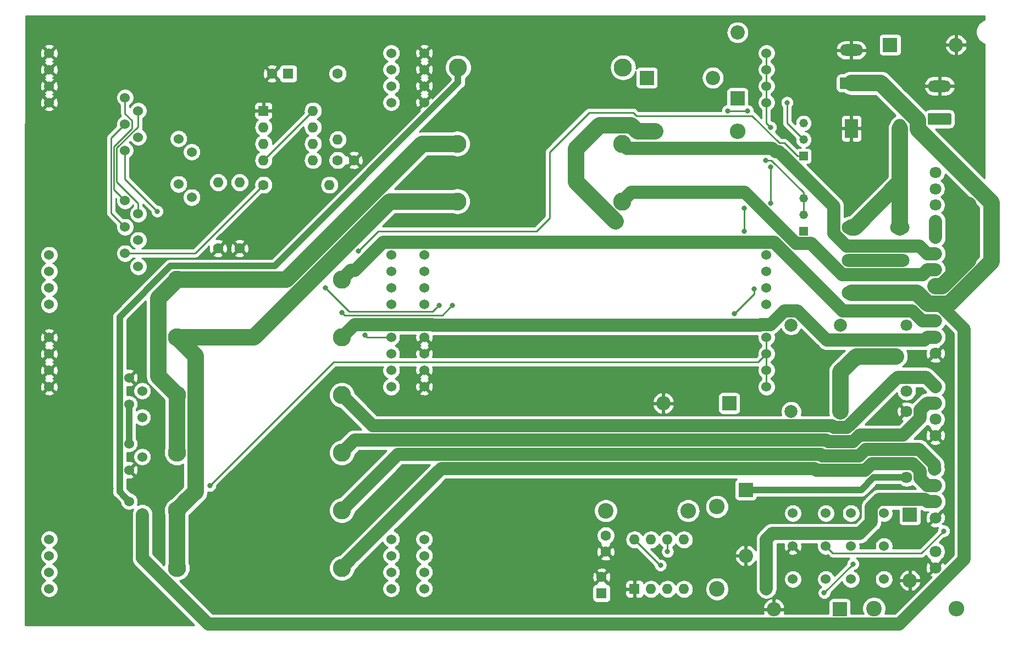
<source format=gbr>
G04 #@! TF.GenerationSoftware,KiCad,Pcbnew,(5.1.4-0-10_14)*
G04 #@! TF.CreationDate,2020-07-27T00:28:24+01:00*
G04 #@! TF.ProjectId,lightsBoard,6c696768-7473-4426-9f61-72642e6b6963,rev?*
G04 #@! TF.SameCoordinates,Original*
G04 #@! TF.FileFunction,Copper,L2,Bot*
G04 #@! TF.FilePolarity,Positive*
%FSLAX46Y46*%
G04 Gerber Fmt 4.6, Leading zero omitted, Abs format (unit mm)*
G04 Created by KiCad (PCBNEW (5.1.4-0-10_14)) date 2020-07-27 00:28:24*
%MOMM*%
%LPD*%
G04 APERTURE LIST*
%ADD10C,1.524000*%
%ADD11O,3.600000X1.800000*%
%ADD12C,0.100000*%
%ADD13C,1.800000*%
%ADD14R,1.320800X1.320800*%
%ADD15C,1.320800*%
%ADD16O,3.000000X2.000000*%
%ADD17O,2.000000X3.000000*%
%ADD18R,2.000000X3.000000*%
%ADD19O,1.600000X1.600000*%
%ADD20R,1.600000X1.600000*%
%ADD21O,2.800000X2.800000*%
%ADD22C,2.800000*%
%ADD23O,2.400000X2.400000*%
%ADD24C,2.400000*%
%ADD25C,1.600000*%
%ADD26C,2.000000*%
%ADD27O,2.200000X2.200000*%
%ADD28R,2.200000X2.200000*%
%ADD29C,0.800000*%
%ADD30C,0.250000*%
%ADD31C,2.540000*%
%ADD32C,1.000000*%
%ADD33C,2.000000*%
%ADD34C,0.254000*%
G04 APERTURE END LIST*
D10*
X194945000Y-94615000D03*
X194945000Y-92075000D03*
X194945000Y-89535000D03*
X194945000Y-86995000D03*
X142240000Y-94615000D03*
X142240000Y-92075000D03*
X142240000Y-89535000D03*
X142240000Y-86995000D03*
X194945000Y-63500000D03*
X194945000Y-60960000D03*
X194945000Y-58420000D03*
X194945000Y-55880000D03*
X142240000Y-63500000D03*
X142240000Y-60960000D03*
X142240000Y-58420000D03*
X142240000Y-55880000D03*
X137160000Y-94615000D03*
X137160000Y-92075000D03*
X137160000Y-89535000D03*
X137160000Y-86995000D03*
X84455000Y-94615000D03*
X84455000Y-92075000D03*
X84455000Y-89535000D03*
X84455000Y-86995000D03*
X137160000Y-63500000D03*
X137160000Y-60960000D03*
X137160000Y-58420000D03*
X137160000Y-55880000D03*
X84455000Y-63500000D03*
X84455000Y-60960000D03*
X84455000Y-58420000D03*
X84455000Y-55880000D03*
D11*
X221615000Y-60960000D03*
D12*
G36*
X223189504Y-65141204D02*
G01*
X223213773Y-65144804D01*
X223237571Y-65150765D01*
X223260671Y-65159030D01*
X223282849Y-65169520D01*
X223303893Y-65182133D01*
X223323598Y-65196747D01*
X223341777Y-65213223D01*
X223358253Y-65231402D01*
X223372867Y-65251107D01*
X223385480Y-65272151D01*
X223395970Y-65294329D01*
X223404235Y-65317429D01*
X223410196Y-65341227D01*
X223413796Y-65365496D01*
X223415000Y-65390000D01*
X223415000Y-66690000D01*
X223413796Y-66714504D01*
X223410196Y-66738773D01*
X223404235Y-66762571D01*
X223395970Y-66785671D01*
X223385480Y-66807849D01*
X223372867Y-66828893D01*
X223358253Y-66848598D01*
X223341777Y-66866777D01*
X223323598Y-66883253D01*
X223303893Y-66897867D01*
X223282849Y-66910480D01*
X223260671Y-66920970D01*
X223237571Y-66929235D01*
X223213773Y-66935196D01*
X223189504Y-66938796D01*
X223165000Y-66940000D01*
X220065000Y-66940000D01*
X220040496Y-66938796D01*
X220016227Y-66935196D01*
X219992429Y-66929235D01*
X219969329Y-66920970D01*
X219947151Y-66910480D01*
X219926107Y-66897867D01*
X219906402Y-66883253D01*
X219888223Y-66866777D01*
X219871747Y-66848598D01*
X219857133Y-66828893D01*
X219844520Y-66807849D01*
X219834030Y-66785671D01*
X219825765Y-66762571D01*
X219819804Y-66738773D01*
X219816204Y-66714504D01*
X219815000Y-66690000D01*
X219815000Y-65390000D01*
X219816204Y-65365496D01*
X219819804Y-65341227D01*
X219825765Y-65317429D01*
X219834030Y-65294329D01*
X219844520Y-65272151D01*
X219857133Y-65251107D01*
X219871747Y-65231402D01*
X219888223Y-65213223D01*
X219906402Y-65196747D01*
X219926107Y-65182133D01*
X219947151Y-65169520D01*
X219969329Y-65159030D01*
X219992429Y-65150765D01*
X220016227Y-65144804D01*
X220040496Y-65141204D01*
X220065000Y-65140000D01*
X223165000Y-65140000D01*
X223189504Y-65141204D01*
X223189504Y-65141204D01*
G37*
D13*
X221615000Y-66040000D03*
D11*
X208026000Y-55435500D03*
D12*
G36*
X209600504Y-59616704D02*
G01*
X209624773Y-59620304D01*
X209648571Y-59626265D01*
X209671671Y-59634530D01*
X209693849Y-59645020D01*
X209714893Y-59657633D01*
X209734598Y-59672247D01*
X209752777Y-59688723D01*
X209769253Y-59706902D01*
X209783867Y-59726607D01*
X209796480Y-59747651D01*
X209806970Y-59769829D01*
X209815235Y-59792929D01*
X209821196Y-59816727D01*
X209824796Y-59840996D01*
X209826000Y-59865500D01*
X209826000Y-61165500D01*
X209824796Y-61190004D01*
X209821196Y-61214273D01*
X209815235Y-61238071D01*
X209806970Y-61261171D01*
X209796480Y-61283349D01*
X209783867Y-61304393D01*
X209769253Y-61324098D01*
X209752777Y-61342277D01*
X209734598Y-61358753D01*
X209714893Y-61373367D01*
X209693849Y-61385980D01*
X209671671Y-61396470D01*
X209648571Y-61404735D01*
X209624773Y-61410696D01*
X209600504Y-61414296D01*
X209576000Y-61415500D01*
X206476000Y-61415500D01*
X206451496Y-61414296D01*
X206427227Y-61410696D01*
X206403429Y-61404735D01*
X206380329Y-61396470D01*
X206358151Y-61385980D01*
X206337107Y-61373367D01*
X206317402Y-61358753D01*
X206299223Y-61342277D01*
X206282747Y-61324098D01*
X206268133Y-61304393D01*
X206255520Y-61283349D01*
X206245030Y-61261171D01*
X206236765Y-61238071D01*
X206230804Y-61214273D01*
X206227204Y-61190004D01*
X206226000Y-61165500D01*
X206226000Y-59865500D01*
X206227204Y-59840996D01*
X206230804Y-59816727D01*
X206236765Y-59792929D01*
X206245030Y-59769829D01*
X206255520Y-59747651D01*
X206268133Y-59726607D01*
X206282747Y-59706902D01*
X206299223Y-59688723D01*
X206317402Y-59672247D01*
X206337107Y-59657633D01*
X206358151Y-59645020D01*
X206380329Y-59634530D01*
X206403429Y-59626265D01*
X206427227Y-59620304D01*
X206451496Y-59616704D01*
X206476000Y-59615500D01*
X209576000Y-59615500D01*
X209600504Y-59616704D01*
X209600504Y-59616704D01*
G37*
D13*
X208026000Y-60515500D03*
D14*
X200660000Y-71755000D03*
D15*
X200660000Y-69215000D03*
X200660000Y-66675000D03*
D16*
X208026000Y-92840500D03*
X215526000Y-87800500D03*
X208026000Y-82760500D03*
X215526000Y-82760500D03*
X215526000Y-92840500D03*
X208026000Y-87800500D03*
D17*
X215526000Y-67500500D03*
D18*
X208026000Y-67500500D03*
D10*
X199009000Y-136969500D03*
X199009000Y-131889500D03*
X199009000Y-126809500D03*
X204089000Y-126809500D03*
X204089000Y-131889500D03*
X204089000Y-136969500D03*
D14*
X200660000Y-83375500D03*
D15*
X200660000Y-80835500D03*
X200660000Y-78295500D03*
D10*
X207962500Y-136969500D03*
X207962500Y-131889500D03*
X207962500Y-126809500D03*
X213042500Y-126809500D03*
X213042500Y-131889500D03*
X213042500Y-136969500D03*
D19*
X174625000Y-130873500D03*
X182245000Y-138493500D03*
X177165000Y-130873500D03*
X179705000Y-138493500D03*
X179705000Y-130873500D03*
X177165000Y-138493500D03*
X182245000Y-130873500D03*
D20*
X174625000Y-138493500D03*
D10*
X137160000Y-138430000D03*
X137160000Y-135890000D03*
X137160000Y-133350000D03*
X137160000Y-130810000D03*
X84455000Y-138430000D03*
X84455000Y-135890000D03*
X84455000Y-133350000D03*
X84455000Y-130810000D03*
X137160000Y-107315000D03*
X137160000Y-104775000D03*
X137160000Y-102235000D03*
X137160000Y-99695000D03*
X84455000Y-107315000D03*
X84455000Y-104775000D03*
X84455000Y-102235000D03*
X84455000Y-99695000D03*
D19*
X125095000Y-64770000D03*
X117475000Y-72390000D03*
X125095000Y-67310000D03*
X117475000Y-69850000D03*
X125095000Y-69850000D03*
X117475000Y-67310000D03*
X125095000Y-72390000D03*
D20*
X117475000Y-64770000D03*
D10*
X194945000Y-138430000D03*
X194945000Y-135890000D03*
X194945000Y-133350000D03*
X194945000Y-130810000D03*
X142240000Y-138430000D03*
X142240000Y-135890000D03*
X142240000Y-133350000D03*
X142240000Y-130810000D03*
X194945000Y-107315000D03*
X194945000Y-104775000D03*
X194945000Y-102235000D03*
X194945000Y-99695000D03*
X142240000Y-107315000D03*
X142240000Y-104775000D03*
X142240000Y-102235000D03*
X142240000Y-99695000D03*
X98806000Y-127000000D03*
X96774000Y-124968000D03*
X98171000Y-88773000D03*
X96139000Y-86741000D03*
X98171000Y-84709000D03*
X96139000Y-82677000D03*
X98171000Y-80645000D03*
X96139000Y-78613000D03*
X96139000Y-70866000D03*
X98171000Y-68834000D03*
X96139000Y-66802000D03*
X98171000Y-64770000D03*
X96139000Y-62738000D03*
X98806000Y-112014000D03*
X96774000Y-109982000D03*
X98806000Y-107950000D03*
X96774000Y-105918000D03*
X96774000Y-120142000D03*
X98806000Y-118110000D03*
X96774000Y-116078000D03*
D21*
X172855225Y-58100000D03*
D22*
X147455225Y-58100000D03*
D23*
X224218500Y-141478000D03*
D24*
X211518500Y-141478000D03*
D23*
X182880000Y-126428500D03*
D24*
X170180000Y-126428500D03*
D23*
X187325000Y-125793500D03*
D24*
X187325000Y-138493500D03*
D21*
X104140000Y-135255000D03*
D22*
X129540000Y-135255000D03*
D21*
X104140000Y-126365000D03*
D22*
X129540000Y-126365000D03*
D21*
X104140000Y-99695000D03*
D22*
X129540000Y-99695000D03*
D21*
X147320000Y-78740000D03*
D22*
X172720000Y-78740000D03*
D21*
X104140000Y-117475000D03*
D22*
X129540000Y-117475000D03*
D21*
X104140000Y-108585000D03*
D22*
X129540000Y-108585000D03*
D21*
X104140000Y-90805000D03*
D22*
X129540000Y-90805000D03*
D21*
X147320000Y-69850000D03*
D22*
X172720000Y-69850000D03*
D23*
X190500000Y-67945000D03*
D24*
X177800000Y-67945000D03*
D19*
X128905000Y-69215000D03*
D25*
X128905000Y-59055000D03*
D19*
X127635000Y-76200000D03*
D25*
X117475000Y-76200000D03*
D19*
X113792000Y-75819000D03*
D25*
X113792000Y-85979000D03*
D19*
X110490000Y-75819000D03*
D25*
X110490000Y-85979000D03*
D13*
X216535000Y-121285000D03*
X216535000Y-111125000D03*
D26*
X206375000Y-111125000D03*
X198755000Y-111125000D03*
D13*
X216535000Y-107950000D03*
X216535000Y-97790000D03*
D26*
X206375000Y-97790000D03*
X198755000Y-97790000D03*
D13*
X220980000Y-132715000D03*
X220980000Y-135215000D03*
X220980000Y-120015000D03*
X220980000Y-122515000D03*
X220980000Y-125015000D03*
X220980000Y-127515000D03*
X220980000Y-107315000D03*
X220980000Y-109815000D03*
X220980000Y-112315000D03*
X220980000Y-114815000D03*
X220980000Y-97155000D03*
X220980000Y-99655000D03*
X220980000Y-102155000D03*
X220980000Y-91795000D03*
X220980000Y-89295000D03*
X220980000Y-86795000D03*
X220980000Y-74295000D03*
X220980000Y-79295000D03*
X220980000Y-76795000D03*
X220980000Y-81795000D03*
X220980000Y-84295000D03*
D27*
X196088000Y-141605000D03*
D28*
X206248000Y-141605000D03*
D27*
X224155000Y-54610000D03*
D28*
X213995000Y-54610000D03*
D27*
X217043000Y-137160000D03*
D28*
X217043000Y-127000000D03*
D27*
X186690000Y-59690000D03*
D28*
X176530000Y-59690000D03*
D27*
X191770000Y-133350000D03*
D28*
X191770000Y-123190000D03*
D27*
X179070000Y-109855000D03*
D28*
X189230000Y-109855000D03*
D27*
X190500000Y-52705000D03*
D28*
X190500000Y-62865000D03*
D10*
X106426000Y-78105000D03*
X104394000Y-76073000D03*
X106426000Y-71120000D03*
X104394000Y-69088000D03*
D25*
X170180000Y-132738500D03*
X170180000Y-130238500D03*
X169545000Y-136628500D03*
D20*
X169545000Y-139128500D03*
D25*
X131405000Y-72390000D03*
X128905000Y-72390000D03*
X118785000Y-59055000D03*
D20*
X121285000Y-59055000D03*
D29*
X93980000Y-122936000D03*
X226060000Y-79248000D03*
X226060000Y-86360000D03*
X226060000Y-80264000D03*
X226060000Y-81280000D03*
X226060000Y-82296000D03*
X226060000Y-83312000D03*
X226060000Y-84328000D03*
X226060000Y-85344000D03*
X179705000Y-132723511D03*
X127000000Y-92075000D03*
X144526000Y-94742000D03*
X129540000Y-95885000D03*
X146558000Y-94742000D03*
X198120000Y-63500000D03*
X194854990Y-72390000D03*
X133096000Y-99314000D03*
X222250000Y-129540000D03*
X203835000Y-139065000D03*
X208280000Y-134620000D03*
X188976000Y-64806990D03*
X192024000Y-64806990D03*
X167132000Y-77724000D03*
X168148000Y-77724000D03*
X168148000Y-78740000D03*
X169164000Y-78740000D03*
X169164000Y-79756000D03*
X170180000Y-79756000D03*
X170180000Y-80772000D03*
X171196000Y-80772000D03*
X171704000Y-81788000D03*
X166624000Y-76708000D03*
X165862000Y-75946000D03*
X165608000Y-74676000D03*
X165608000Y-73660000D03*
X165608000Y-72644000D03*
X214884000Y-102616000D03*
X213868000Y-102616000D03*
X212852000Y-102616000D03*
X211836000Y-102616000D03*
X210820000Y-102616000D03*
X209804000Y-102616000D03*
X208788000Y-102616000D03*
X101092000Y-80264000D03*
X178630160Y-134815160D03*
X109220000Y-122555000D03*
X195580000Y-78994000D03*
X189992000Y-96012000D03*
X195580000Y-73406000D03*
X193040000Y-92202000D03*
X195580000Y-67310000D03*
X191516000Y-83312000D03*
X191516000Y-79756000D03*
X132080000Y-86360000D03*
D30*
X226568000Y-79756000D02*
X226060000Y-79248000D01*
X226568000Y-86207000D02*
X226568000Y-79756000D01*
X220980000Y-91795000D02*
X226568000Y-86207000D01*
D31*
X226060000Y-86925685D02*
X226060000Y-86360000D01*
X226060000Y-87722602D02*
X226060000Y-86925685D01*
X221987602Y-91795000D02*
X226060000Y-87722602D01*
X220980000Y-91795000D02*
X221987602Y-91795000D01*
X226060000Y-86360000D02*
X226060000Y-85344000D01*
X226060000Y-80264000D02*
X226060000Y-79248000D01*
X226060000Y-81280000D02*
X226060000Y-80264000D01*
X226060000Y-82296000D02*
X226060000Y-81280000D01*
X226060000Y-83312000D02*
X226060000Y-82296000D01*
X226060000Y-84328000D02*
X226060000Y-83312000D01*
X226060000Y-85344000D02*
X226060000Y-84328000D01*
D30*
X179705000Y-132723511D02*
X179705000Y-130873500D01*
X93980000Y-80518000D02*
X95377001Y-81915001D01*
X93980000Y-68961000D02*
X93980000Y-80518000D01*
X96139000Y-66802000D02*
X93980000Y-68961000D01*
X95377001Y-81915001D02*
X96139000Y-82677000D01*
D32*
X209541156Y-123190000D02*
X193870000Y-123190000D01*
X216535000Y-121285000D02*
X211446156Y-121285000D01*
X211446156Y-121285000D02*
X209541156Y-123190000D01*
X193870000Y-123190000D02*
X191770000Y-123190000D01*
D30*
X130661862Y-95736862D02*
X143531138Y-95736862D01*
X143531138Y-95736862D02*
X144126001Y-95141999D01*
X127000000Y-92075000D02*
X130661862Y-95736862D01*
X144126001Y-95141999D02*
X144526000Y-94742000D01*
X97226001Y-66280239D02*
X97226001Y-67533827D01*
X94430011Y-76904011D02*
X95377001Y-77851001D01*
X96139000Y-62738000D02*
X96139000Y-65193238D01*
X96139000Y-65193238D02*
X97226001Y-66280239D01*
X97226001Y-67533827D02*
X94430011Y-70329816D01*
X94430011Y-70329816D02*
X94430011Y-76904011D01*
X95377001Y-77851001D02*
X96139000Y-78613000D01*
X129540000Y-95885000D02*
X129939999Y-96284999D01*
X129939999Y-96284999D02*
X145015001Y-96284999D01*
X145015001Y-96284999D02*
X146158001Y-95141999D01*
X146158001Y-95141999D02*
X146558000Y-94742000D01*
X198120000Y-66675000D02*
X200660000Y-69215000D01*
X198120000Y-63500000D02*
X198120000Y-66675000D01*
X200660000Y-78295500D02*
X200660000Y-80835500D01*
X195420675Y-72390000D02*
X194854990Y-72390000D01*
X195688446Y-72390000D02*
X195420675Y-72390000D01*
X200660000Y-78295500D02*
X200660000Y-77361554D01*
X200660000Y-77361554D02*
X195688446Y-72390000D01*
X137160000Y-99695000D02*
X133477000Y-99695000D01*
X133477000Y-99695000D02*
X133096000Y-99314000D01*
D31*
X215526000Y-75760500D02*
X215526000Y-75191000D01*
X208026000Y-82760500D02*
X208526000Y-82760500D01*
X208526000Y-82760500D02*
X215526000Y-75760500D01*
X215526000Y-75191000D02*
X215526000Y-82760500D01*
X215526000Y-67500500D02*
X215526000Y-75191000D01*
D30*
X204089000Y-131889500D02*
X205176001Y-132976501D01*
X218813499Y-132976501D02*
X222250000Y-129540000D01*
X205176001Y-132976501D02*
X218813499Y-132976501D01*
X203835000Y-139065000D02*
X208280000Y-134620000D01*
D31*
X215526000Y-92840500D02*
X208026000Y-92840500D01*
D33*
X225425000Y-98425000D02*
X221488000Y-94488000D01*
X98806000Y-127000000D02*
X98806000Y-133769002D01*
X225425000Y-133878002D02*
X225425000Y-98425000D01*
X215398001Y-143905001D02*
X225425000Y-133878002D01*
X108941999Y-143905001D02*
X215398001Y-143905001D01*
X98806000Y-133769002D02*
X108941999Y-143905001D01*
D31*
X208026000Y-60515500D02*
X212534121Y-60515500D01*
X218266011Y-67579051D02*
X229616000Y-78929040D01*
X212534121Y-60515500D02*
X218266011Y-66247390D01*
X218266011Y-66247390D02*
X218266011Y-67579051D01*
X229616000Y-78929040D02*
X229616000Y-88041562D01*
X219845051Y-94535011D02*
X218150540Y-92840500D01*
X218150540Y-92840500D02*
X215526000Y-92840500D01*
X229616000Y-88041562D02*
X223122551Y-94535011D01*
X223122551Y-94535011D02*
X219845051Y-94535011D01*
D33*
X172720000Y-78740000D02*
X174119999Y-77340001D01*
X174119999Y-77340001D02*
X191576285Y-77340001D01*
X206614727Y-90000510D02*
X219001698Y-90000510D01*
X201850118Y-85235901D02*
X206614727Y-90000510D01*
X199472185Y-85235901D02*
X201850118Y-85235901D01*
X191576285Y-77340001D02*
X199472185Y-85235901D01*
X219001698Y-90000510D02*
X219707208Y-89295000D01*
X219707208Y-89295000D02*
X220980000Y-89295000D01*
X219707208Y-86795000D02*
X220980000Y-86795000D01*
X207254707Y-85600490D02*
X218512698Y-85600490D01*
X196890837Y-71064989D02*
X205325990Y-79500142D01*
X205325990Y-79500142D02*
X205325990Y-83671773D01*
X205325990Y-83671773D02*
X207254707Y-85600490D01*
X172720000Y-69850000D02*
X173412011Y-70542011D01*
X196382837Y-71064989D02*
X196890837Y-71064989D01*
X218512698Y-85600490D02*
X219707208Y-86795000D01*
X173412011Y-70542011D02*
X195859859Y-70542011D01*
X195859859Y-70542011D02*
X196382837Y-71064989D01*
X219707208Y-97155000D02*
X220980000Y-97155000D01*
X217406916Y-95589999D02*
X218971917Y-97155000D01*
X206714999Y-95589999D02*
X217406916Y-95589999D01*
X196157999Y-85032999D02*
X206714999Y-95589999D01*
X218971917Y-97155000D02*
X219707208Y-97155000D01*
X135915849Y-85032999D02*
X196157999Y-85032999D01*
X131543847Y-89405001D02*
X135915849Y-85032999D01*
X130939999Y-89405001D02*
X131543847Y-89405001D01*
X129540000Y-90805000D02*
X130939999Y-89405001D01*
X219286208Y-100076000D02*
X219707208Y-99655000D01*
X204216000Y-100076000D02*
X219286208Y-100076000D01*
X131521002Y-97713998D02*
X143516002Y-97713998D01*
X219707208Y-99655000D02*
X220980000Y-99655000D01*
X143516002Y-97713998D02*
X143592004Y-97790000D01*
X143592004Y-97790000D02*
X193946238Y-97790000D01*
X195555999Y-97732999D02*
X197698999Y-95589999D01*
X193946238Y-97790000D02*
X194003239Y-97732999D01*
X194003239Y-97732999D02*
X195555999Y-97732999D01*
X197698999Y-95589999D02*
X199729999Y-95589999D01*
X199729999Y-95589999D02*
X204216000Y-100076000D01*
X129540000Y-99695000D02*
X131521002Y-97713998D01*
X207398112Y-113595011D02*
X215143124Y-105849999D01*
X205081878Y-113325001D02*
X205351888Y-113595011D01*
X129540000Y-108585000D02*
X134280001Y-113325001D01*
X205351888Y-113595011D02*
X207398112Y-113595011D01*
X134280001Y-113325001D02*
X205081878Y-113325001D01*
X215143124Y-105849999D02*
X219514999Y-105849999D01*
X219514999Y-105849999D02*
X220080001Y-106415001D01*
X220080001Y-106415001D02*
X220980000Y-107315000D01*
X218635001Y-112133001D02*
X218635001Y-110887207D01*
X209319431Y-114784977D02*
X215983025Y-114784977D01*
X208309386Y-115795022D02*
X209319431Y-114784977D01*
X131489988Y-115525012D02*
X204170604Y-115525012D01*
X204170604Y-115525012D02*
X204440614Y-115795022D01*
X129540000Y-117475000D02*
X131489988Y-115525012D01*
X218635001Y-110887207D02*
X219707208Y-109815000D01*
X219707208Y-109815000D02*
X220980000Y-109815000D01*
X204440614Y-115795022D02*
X208309386Y-115795022D01*
X215983025Y-114784977D02*
X218635001Y-112133001D01*
X209220660Y-117995033D02*
X210230704Y-116984989D01*
X203259330Y-117725023D02*
X203529340Y-117995033D01*
X129540000Y-126365000D02*
X138179977Y-117725023D01*
X203529340Y-117995033D02*
X209220660Y-117995033D01*
X210230704Y-116984989D02*
X218454275Y-116984989D01*
X218454275Y-116984989D02*
X220835011Y-119365725D01*
X138179977Y-117725023D02*
X203259330Y-117725023D01*
X220835011Y-119365725D02*
X220835011Y-120015000D01*
X210131934Y-120195044D02*
X202618066Y-120195044D01*
X202618066Y-120195044D02*
X202348056Y-119925034D01*
X218635000Y-121442792D02*
X218635000Y-120276999D01*
X202348056Y-119925034D02*
X144869968Y-119925034D01*
X217543001Y-119185000D02*
X211141978Y-119185000D01*
X144869968Y-119925034D02*
X130939999Y-133855001D01*
X220980000Y-122515000D02*
X219707208Y-122515000D01*
X219707208Y-122515000D02*
X218635000Y-121442792D01*
X211141978Y-119185000D02*
X210131934Y-120195044D01*
X130939999Y-133855001D02*
X129540000Y-135255000D01*
X218635000Y-120276999D02*
X217543001Y-119185000D01*
X219707208Y-125015000D02*
X220980000Y-125015000D01*
X219392207Y-124699999D02*
X219707208Y-125015000D01*
X212248239Y-124699999D02*
X219392207Y-124699999D01*
X211080499Y-125867739D02*
X212248239Y-124699999D01*
X211080499Y-128136501D02*
X211080499Y-125867739D01*
X209289501Y-129927499D02*
X211080499Y-128136501D01*
X195827501Y-129927499D02*
X209289501Y-129927499D01*
X194945000Y-130810000D02*
X195827501Y-129927499D01*
X194945000Y-130810000D02*
X194945000Y-133350000D01*
X194945000Y-133350000D02*
X194945000Y-135890000D01*
X194945000Y-135890000D02*
X194945000Y-138430000D01*
X215526000Y-87800500D02*
X208026000Y-87800500D01*
D30*
X192024000Y-64806990D02*
X188976000Y-64806990D01*
D31*
X165608000Y-75692000D02*
X165862000Y-75946000D01*
X169240001Y-66979999D02*
X165608000Y-70612000D01*
X174097601Y-66979999D02*
X169240001Y-66979999D01*
X175062602Y-67945000D02*
X174097601Y-66979999D01*
X165608000Y-70612000D02*
X165608000Y-72644000D01*
X177800000Y-67945000D02*
X175062602Y-67945000D01*
X166624000Y-76708000D02*
X171704000Y-81788000D01*
X165862000Y-75946000D02*
X166624000Y-76708000D01*
X165608000Y-74676000D02*
X165608000Y-75692000D01*
X165608000Y-73660000D02*
X165608000Y-74676000D01*
X165608000Y-72644000D02*
X165608000Y-73660000D01*
X214884000Y-102616000D02*
X208788000Y-102616000D01*
X208788000Y-102616000D02*
X206375000Y-105029000D01*
X206375000Y-105029000D02*
X206375000Y-111125000D01*
D30*
X96139000Y-75311000D02*
X101092000Y-80264000D01*
X96139000Y-70866000D02*
X96139000Y-75311000D01*
D32*
X96774000Y-109982000D02*
X96774000Y-116078000D01*
D31*
X104140000Y-108585000D02*
X104140000Y-117475000D01*
X102740001Y-107185001D02*
X104140000Y-108585000D01*
X101269999Y-93675001D02*
X101269999Y-105714999D01*
X101269999Y-105714999D02*
X102740001Y-107185001D01*
X104140000Y-90805000D02*
X101269999Y-93675001D01*
X145340102Y-69850000D02*
X147320000Y-69850000D01*
X104140000Y-90805000D02*
X120992436Y-90805000D01*
X120992436Y-90805000D02*
X141947436Y-69850000D01*
X141947436Y-69850000D02*
X145340102Y-69850000D01*
X104140000Y-135255000D02*
X104140000Y-126365000D01*
X107010001Y-123494999D02*
X105539999Y-124965001D01*
X105539999Y-124965001D02*
X104140000Y-126365000D01*
X107010001Y-102565001D02*
X107010001Y-123494999D01*
X104140000Y-99695000D02*
X107010001Y-102565001D01*
X115977396Y-99695000D02*
X136932396Y-78740000D01*
X104140000Y-99695000D02*
X115977396Y-99695000D01*
X145340102Y-78740000D02*
X147320000Y-78740000D01*
X136932396Y-78740000D02*
X145340102Y-78740000D01*
D30*
X174625000Y-130873500D02*
X178566660Y-134815160D01*
X178566660Y-134815160D02*
X178630160Y-134815160D01*
X106934000Y-86741000D02*
X117475000Y-76200000D01*
X96139000Y-86741000D02*
X106934000Y-86741000D01*
X117475000Y-72390000D02*
X125095000Y-64770000D01*
D32*
X96012001Y-124206001D02*
X96774000Y-124968000D01*
X95311999Y-123505999D02*
X96012001Y-124206001D01*
X95311999Y-96524999D02*
X95311999Y-123505999D01*
X103131999Y-88704999D02*
X95311999Y-96524999D01*
X119198763Y-88704999D02*
X103131999Y-88704999D01*
X147455225Y-60448537D02*
X119198763Y-88704999D01*
X147455225Y-58100000D02*
X147455225Y-60448537D01*
D30*
X194945000Y-99695000D02*
X194945000Y-102235000D01*
X194945000Y-102235000D02*
X194945000Y-104775000D01*
X194945000Y-104775000D02*
X194945000Y-107315000D01*
X109619999Y-122155001D02*
X109220000Y-122555000D01*
X128270000Y-103505000D02*
X109619999Y-122155001D01*
X193675000Y-103505000D02*
X128270000Y-103505000D01*
X194945000Y-102235000D02*
X193675000Y-103505000D01*
X195580000Y-73406000D02*
X195580000Y-78994000D01*
X193040000Y-92202000D02*
X193040000Y-92964000D01*
X193040000Y-92964000D02*
X189992000Y-96012000D01*
X194945000Y-66675000D02*
X195580000Y-67310000D01*
X194945000Y-63500000D02*
X194945000Y-66675000D01*
X191516000Y-83312000D02*
X191516000Y-79756000D01*
X194945000Y-63500000D02*
X194945000Y-55880000D01*
X174397288Y-65024000D02*
X167640000Y-65024000D01*
X161544000Y-71120000D02*
X161544000Y-81280000D01*
X192728996Y-65532000D02*
X174905288Y-65532000D01*
X132479999Y-85960001D02*
X132080000Y-86360000D01*
X135128000Y-83312000D02*
X132479999Y-85960001D01*
X161544000Y-81280000D02*
X159512000Y-83312000D01*
X167640000Y-65024000D02*
X161544000Y-71120000D01*
X174905288Y-65532000D02*
X174397288Y-65024000D01*
X196936976Y-69739980D02*
X192728996Y-65532000D01*
X199749600Y-71755000D02*
X197734580Y-69739980D01*
X159512000Y-83312000D02*
X135128000Y-83312000D01*
X200660000Y-71755000D02*
X199749600Y-71755000D01*
X197734580Y-69739980D02*
X196936976Y-69739980D01*
X98171000Y-67225238D02*
X94880022Y-70516216D01*
X98171000Y-79567370D02*
X98171000Y-80645000D01*
X94880022Y-75745260D02*
X98171000Y-79036238D01*
X98171000Y-64770000D02*
X98171000Y-67225238D01*
X94880022Y-70516216D02*
X94880022Y-75745260D01*
X98171000Y-79036238D02*
X98171000Y-79567370D01*
D33*
X220980000Y-81795000D02*
X220980000Y-84295000D01*
D34*
G36*
X228536033Y-50729907D02*
G01*
X228219750Y-50860915D01*
X227894636Y-51078149D01*
X227618149Y-51354636D01*
X227400915Y-51679750D01*
X227251282Y-52040997D01*
X227175000Y-52424495D01*
X227175000Y-52815505D01*
X227251282Y-53199003D01*
X227400915Y-53560250D01*
X227618149Y-53885364D01*
X227894636Y-54161851D01*
X228219750Y-54379085D01*
X228533483Y-54509037D01*
X228519563Y-75138526D01*
X220959107Y-67578072D01*
X223165000Y-67578072D01*
X223338254Y-67561008D01*
X223504850Y-67510472D01*
X223658386Y-67428405D01*
X223792962Y-67317962D01*
X223903405Y-67183386D01*
X223985472Y-67029850D01*
X224036008Y-66863254D01*
X224053072Y-66690000D01*
X224053072Y-65390000D01*
X224036008Y-65216746D01*
X223985472Y-65050150D01*
X223903405Y-64896614D01*
X223792962Y-64762038D01*
X223658386Y-64651595D01*
X223504850Y-64569528D01*
X223338254Y-64518992D01*
X223165000Y-64501928D01*
X220065000Y-64501928D01*
X219891746Y-64518992D01*
X219725150Y-64569528D01*
X219571614Y-64651595D01*
X219457743Y-64745046D01*
X216037437Y-61324740D01*
X219223964Y-61324740D01*
X219248245Y-61430087D01*
X219368138Y-61707204D01*
X219539790Y-61955606D01*
X219756604Y-62165748D01*
X220010249Y-62329554D01*
X220290977Y-62440729D01*
X220588000Y-62495000D01*
X221488000Y-62495000D01*
X221488000Y-61087000D01*
X221742000Y-61087000D01*
X221742000Y-62495000D01*
X222642000Y-62495000D01*
X222939023Y-62440729D01*
X223219751Y-62329554D01*
X223473396Y-62165748D01*
X223690210Y-61955606D01*
X223861862Y-61707204D01*
X223981755Y-61430087D01*
X224006036Y-61324740D01*
X223885378Y-61087000D01*
X221742000Y-61087000D01*
X221488000Y-61087000D01*
X219344622Y-61087000D01*
X219223964Y-61324740D01*
X216037437Y-61324740D01*
X215307957Y-60595260D01*
X219223964Y-60595260D01*
X219344622Y-60833000D01*
X221488000Y-60833000D01*
X221488000Y-59425000D01*
X221742000Y-59425000D01*
X221742000Y-60833000D01*
X223885378Y-60833000D01*
X224006036Y-60595260D01*
X223981755Y-60489913D01*
X223861862Y-60212796D01*
X223690210Y-59964394D01*
X223473396Y-59754252D01*
X223219751Y-59590446D01*
X222939023Y-59479271D01*
X222642000Y-59425000D01*
X221742000Y-59425000D01*
X221488000Y-59425000D01*
X220588000Y-59425000D01*
X220290977Y-59479271D01*
X220010249Y-59590446D01*
X219756604Y-59754252D01*
X219539790Y-59964394D01*
X219368138Y-60212796D01*
X219248245Y-60489913D01*
X219223964Y-60595260D01*
X215307957Y-60595260D01*
X213947341Y-59234645D01*
X213887677Y-59161944D01*
X213597603Y-58923887D01*
X213266660Y-58746994D01*
X212907566Y-58638064D01*
X212627703Y-58610500D01*
X212627701Y-58610500D01*
X212534121Y-58601283D01*
X212440541Y-58610500D01*
X207932418Y-58610500D01*
X207652555Y-58638064D01*
X207293461Y-58746994D01*
X206962518Y-58923887D01*
X206897278Y-58977428D01*
X206476000Y-58977428D01*
X206302746Y-58994492D01*
X206136150Y-59045028D01*
X205982614Y-59127095D01*
X205848038Y-59237538D01*
X205737595Y-59372114D01*
X205655528Y-59525650D01*
X205604992Y-59692246D01*
X205587928Y-59865500D01*
X205587928Y-61165500D01*
X205604992Y-61338754D01*
X205655528Y-61505350D01*
X205737595Y-61658886D01*
X205848038Y-61793462D01*
X205982614Y-61903905D01*
X206136150Y-61985972D01*
X206302746Y-62036508D01*
X206476000Y-62053572D01*
X206897278Y-62053572D01*
X206962518Y-62107113D01*
X207293461Y-62284006D01*
X207652555Y-62392936D01*
X207932418Y-62420500D01*
X211745046Y-62420500D01*
X214838574Y-65514030D01*
X214613248Y-65634469D01*
X214364286Y-65838786D01*
X214159969Y-66087749D01*
X214045928Y-66301104D01*
X213934387Y-66437018D01*
X213757494Y-66767962D01*
X213648564Y-67127056D01*
X213621000Y-67406919D01*
X213621001Y-74971423D01*
X207715567Y-80876858D01*
X207652555Y-80883064D01*
X207293461Y-80991994D01*
X206962518Y-81168887D01*
X206960990Y-81170141D01*
X206960990Y-79580464D01*
X206968901Y-79500142D01*
X206937333Y-79179625D01*
X206843842Y-78871427D01*
X206807637Y-78803693D01*
X206692021Y-78587390D01*
X206487704Y-78338428D01*
X206425310Y-78287223D01*
X201191558Y-73053472D01*
X201320400Y-73053472D01*
X201444882Y-73041212D01*
X201564580Y-73004902D01*
X201674894Y-72945937D01*
X201771585Y-72866585D01*
X201850937Y-72769894D01*
X201909902Y-72659580D01*
X201946212Y-72539882D01*
X201958472Y-72415400D01*
X201958472Y-71094600D01*
X201946212Y-70970118D01*
X201909902Y-70850420D01*
X201850937Y-70740106D01*
X201771585Y-70643415D01*
X201674894Y-70564063D01*
X201564580Y-70505098D01*
X201444882Y-70468788D01*
X201320400Y-70456528D01*
X201047731Y-70456528D01*
X201273602Y-70362969D01*
X201485769Y-70221203D01*
X201666203Y-70040769D01*
X201807969Y-69828602D01*
X201905619Y-69592854D01*
X201955400Y-69342586D01*
X201955400Y-69087414D01*
X201938112Y-69000500D01*
X206387928Y-69000500D01*
X206400188Y-69124982D01*
X206436498Y-69244680D01*
X206495463Y-69354994D01*
X206574815Y-69451685D01*
X206671506Y-69531037D01*
X206781820Y-69590002D01*
X206901518Y-69626312D01*
X207026000Y-69638572D01*
X207740250Y-69635500D01*
X207899000Y-69476750D01*
X207899000Y-67627500D01*
X208153000Y-67627500D01*
X208153000Y-69476750D01*
X208311750Y-69635500D01*
X209026000Y-69638572D01*
X209150482Y-69626312D01*
X209270180Y-69590002D01*
X209380494Y-69531037D01*
X209477185Y-69451685D01*
X209556537Y-69354994D01*
X209615502Y-69244680D01*
X209651812Y-69124982D01*
X209664072Y-69000500D01*
X209661000Y-67786250D01*
X209502250Y-67627500D01*
X208153000Y-67627500D01*
X207899000Y-67627500D01*
X206549750Y-67627500D01*
X206391000Y-67786250D01*
X206387928Y-69000500D01*
X201938112Y-69000500D01*
X201905619Y-68837146D01*
X201807969Y-68601398D01*
X201666203Y-68389231D01*
X201485769Y-68208797D01*
X201273602Y-68067031D01*
X201037854Y-67969381D01*
X200915281Y-67945000D01*
X201037854Y-67920619D01*
X201273602Y-67822969D01*
X201485769Y-67681203D01*
X201666203Y-67500769D01*
X201807969Y-67288602D01*
X201905619Y-67052854D01*
X201955400Y-66802586D01*
X201955400Y-66547414D01*
X201905619Y-66297146D01*
X201807969Y-66061398D01*
X201767279Y-66000500D01*
X206387928Y-66000500D01*
X206391000Y-67214750D01*
X206549750Y-67373500D01*
X207899000Y-67373500D01*
X207899000Y-65524250D01*
X208153000Y-65524250D01*
X208153000Y-67373500D01*
X209502250Y-67373500D01*
X209661000Y-67214750D01*
X209664072Y-66000500D01*
X209651812Y-65876018D01*
X209615502Y-65756320D01*
X209556537Y-65646006D01*
X209477185Y-65549315D01*
X209380494Y-65469963D01*
X209270180Y-65410998D01*
X209150482Y-65374688D01*
X209026000Y-65362428D01*
X208311750Y-65365500D01*
X208153000Y-65524250D01*
X207899000Y-65524250D01*
X207740250Y-65365500D01*
X207026000Y-65362428D01*
X206901518Y-65374688D01*
X206781820Y-65410998D01*
X206671506Y-65469963D01*
X206574815Y-65549315D01*
X206495463Y-65646006D01*
X206436498Y-65756320D01*
X206400188Y-65876018D01*
X206387928Y-66000500D01*
X201767279Y-66000500D01*
X201666203Y-65849231D01*
X201485769Y-65668797D01*
X201273602Y-65527031D01*
X201037854Y-65429381D01*
X200787586Y-65379600D01*
X200532414Y-65379600D01*
X200282146Y-65429381D01*
X200046398Y-65527031D01*
X199834231Y-65668797D01*
X199653797Y-65849231D01*
X199512031Y-66061398D01*
X199414381Y-66297146D01*
X199364600Y-66547414D01*
X199364600Y-66802586D01*
X199375081Y-66855280D01*
X198880000Y-66360199D01*
X198880000Y-64203711D01*
X198923937Y-64159774D01*
X199037205Y-63990256D01*
X199115226Y-63801898D01*
X199155000Y-63601939D01*
X199155000Y-63398061D01*
X199115226Y-63198102D01*
X199037205Y-63009744D01*
X198923937Y-62840226D01*
X198779774Y-62696063D01*
X198610256Y-62582795D01*
X198421898Y-62504774D01*
X198221939Y-62465000D01*
X198018061Y-62465000D01*
X197818102Y-62504774D01*
X197629744Y-62582795D01*
X197460226Y-62696063D01*
X197316063Y-62840226D01*
X197202795Y-63009744D01*
X197124774Y-63198102D01*
X197085000Y-63398061D01*
X197085000Y-63601939D01*
X197124774Y-63801898D01*
X197202795Y-63990256D01*
X197316063Y-64159774D01*
X197360000Y-64203711D01*
X197360001Y-66637668D01*
X197356324Y-66675000D01*
X197360001Y-66712333D01*
X197366199Y-66775256D01*
X197370998Y-66823985D01*
X197414454Y-66967246D01*
X197485026Y-67099276D01*
X197507825Y-67127056D01*
X197580000Y-67215001D01*
X197608998Y-67238799D01*
X199380032Y-69009834D01*
X199364600Y-69087414D01*
X199364600Y-69342586D01*
X199414381Y-69592854D01*
X199512031Y-69828602D01*
X199653797Y-70040769D01*
X199834231Y-70221203D01*
X200046398Y-70362969D01*
X200272269Y-70456528D01*
X199999600Y-70456528D01*
X199875118Y-70468788D01*
X199755420Y-70505098D01*
X199645106Y-70564063D01*
X199638712Y-70569310D01*
X198298384Y-69228983D01*
X198274581Y-69199979D01*
X198158856Y-69105006D01*
X198026827Y-69034434D01*
X197883566Y-68990977D01*
X197771913Y-68979980D01*
X197771902Y-68979980D01*
X197734580Y-68976304D01*
X197697258Y-68979980D01*
X197251779Y-68979980D01*
X196312755Y-68040956D01*
X196383937Y-67969774D01*
X196497205Y-67800256D01*
X196575226Y-67611898D01*
X196615000Y-67411939D01*
X196615000Y-67208061D01*
X196575226Y-67008102D01*
X196497205Y-66819744D01*
X196383937Y-66650226D01*
X196239774Y-66506063D01*
X196070256Y-66392795D01*
X195881898Y-66314774D01*
X195705000Y-66279587D01*
X195705000Y-64672341D01*
X195835535Y-64585120D01*
X196030120Y-64390535D01*
X196183005Y-64161727D01*
X196288314Y-63907490D01*
X196342000Y-63637592D01*
X196342000Y-63362408D01*
X196288314Y-63092510D01*
X196183005Y-62838273D01*
X196030120Y-62609465D01*
X195835535Y-62414880D01*
X195705000Y-62327659D01*
X195705000Y-62132341D01*
X195835535Y-62045120D01*
X196030120Y-61850535D01*
X196183005Y-61621727D01*
X196288314Y-61367490D01*
X196342000Y-61097592D01*
X196342000Y-60822408D01*
X196288314Y-60552510D01*
X196183005Y-60298273D01*
X196030120Y-60069465D01*
X195835535Y-59874880D01*
X195705000Y-59787659D01*
X195705000Y-59592341D01*
X195835535Y-59505120D01*
X196030120Y-59310535D01*
X196183005Y-59081727D01*
X196288314Y-58827490D01*
X196342000Y-58557592D01*
X196342000Y-58282408D01*
X196288314Y-58012510D01*
X196183005Y-57758273D01*
X196030120Y-57529465D01*
X195835535Y-57334880D01*
X195705000Y-57247659D01*
X195705000Y-57052341D01*
X195835535Y-56965120D01*
X196030120Y-56770535D01*
X196183005Y-56541727D01*
X196288314Y-56287490D01*
X196342000Y-56017592D01*
X196342000Y-55800240D01*
X205634964Y-55800240D01*
X205659245Y-55905587D01*
X205779138Y-56182704D01*
X205950790Y-56431106D01*
X206167604Y-56641248D01*
X206421249Y-56805054D01*
X206701977Y-56916229D01*
X206999000Y-56970500D01*
X207899000Y-56970500D01*
X207899000Y-55562500D01*
X208153000Y-55562500D01*
X208153000Y-56970500D01*
X209053000Y-56970500D01*
X209350023Y-56916229D01*
X209630751Y-56805054D01*
X209884396Y-56641248D01*
X210101210Y-56431106D01*
X210272862Y-56182704D01*
X210392755Y-55905587D01*
X210417036Y-55800240D01*
X210296378Y-55562500D01*
X208153000Y-55562500D01*
X207899000Y-55562500D01*
X205755622Y-55562500D01*
X205634964Y-55800240D01*
X196342000Y-55800240D01*
X196342000Y-55742408D01*
X196288314Y-55472510D01*
X196183005Y-55218273D01*
X196084440Y-55070760D01*
X205634964Y-55070760D01*
X205755622Y-55308500D01*
X207899000Y-55308500D01*
X207899000Y-53900500D01*
X208153000Y-53900500D01*
X208153000Y-55308500D01*
X210296378Y-55308500D01*
X210417036Y-55070760D01*
X210392755Y-54965413D01*
X210272862Y-54688296D01*
X210101210Y-54439894D01*
X209884396Y-54229752D01*
X209630751Y-54065946D01*
X209350023Y-53954771D01*
X209053000Y-53900500D01*
X208153000Y-53900500D01*
X207899000Y-53900500D01*
X206999000Y-53900500D01*
X206701977Y-53954771D01*
X206421249Y-54065946D01*
X206167604Y-54229752D01*
X205950790Y-54439894D01*
X205779138Y-54688296D01*
X205659245Y-54965413D01*
X205634964Y-55070760D01*
X196084440Y-55070760D01*
X196030120Y-54989465D01*
X195835535Y-54794880D01*
X195606727Y-54641995D01*
X195352490Y-54536686D01*
X195082592Y-54483000D01*
X194807408Y-54483000D01*
X194537510Y-54536686D01*
X194283273Y-54641995D01*
X194054465Y-54794880D01*
X193859880Y-54989465D01*
X193706995Y-55218273D01*
X193601686Y-55472510D01*
X193548000Y-55742408D01*
X193548000Y-56017592D01*
X193601686Y-56287490D01*
X193706995Y-56541727D01*
X193859880Y-56770535D01*
X194054465Y-56965120D01*
X194185001Y-57052341D01*
X194185001Y-57247659D01*
X194054465Y-57334880D01*
X193859880Y-57529465D01*
X193706995Y-57758273D01*
X193601686Y-58012510D01*
X193548000Y-58282408D01*
X193548000Y-58557592D01*
X193601686Y-58827490D01*
X193706995Y-59081727D01*
X193859880Y-59310535D01*
X194054465Y-59505120D01*
X194185001Y-59592341D01*
X194185000Y-59787659D01*
X194054465Y-59874880D01*
X193859880Y-60069465D01*
X193706995Y-60298273D01*
X193601686Y-60552510D01*
X193548000Y-60822408D01*
X193548000Y-61097592D01*
X193601686Y-61367490D01*
X193706995Y-61621727D01*
X193859880Y-61850535D01*
X194054465Y-62045120D01*
X194185000Y-62132341D01*
X194185000Y-62327659D01*
X194054465Y-62414880D01*
X193859880Y-62609465D01*
X193706995Y-62838273D01*
X193601686Y-63092510D01*
X193548000Y-63362408D01*
X193548000Y-63637592D01*
X193601686Y-63907490D01*
X193706995Y-64161727D01*
X193859880Y-64390535D01*
X194054465Y-64585120D01*
X194185000Y-64672341D01*
X194185001Y-65913203D01*
X193292800Y-65021003D01*
X193268997Y-64991999D01*
X193153272Y-64897026D01*
X193059000Y-64846636D01*
X193059000Y-64705051D01*
X193019226Y-64505092D01*
X192941205Y-64316734D01*
X192827937Y-64147216D01*
X192683774Y-64003053D01*
X192514256Y-63889785D01*
X192325898Y-63811764D01*
X192238072Y-63794294D01*
X192238072Y-61765000D01*
X192225812Y-61640518D01*
X192189502Y-61520820D01*
X192130537Y-61410506D01*
X192051185Y-61313815D01*
X191954494Y-61234463D01*
X191844180Y-61175498D01*
X191724482Y-61139188D01*
X191600000Y-61126928D01*
X189400000Y-61126928D01*
X189275518Y-61139188D01*
X189155820Y-61175498D01*
X189045506Y-61234463D01*
X188948815Y-61313815D01*
X188869463Y-61410506D01*
X188810498Y-61520820D01*
X188774188Y-61640518D01*
X188761928Y-61765000D01*
X188761928Y-63794294D01*
X188674102Y-63811764D01*
X188485744Y-63889785D01*
X188316226Y-64003053D01*
X188172063Y-64147216D01*
X188058795Y-64316734D01*
X187980774Y-64505092D01*
X187941000Y-64705051D01*
X187941000Y-64772000D01*
X175220090Y-64772000D01*
X174961091Y-64513002D01*
X174937289Y-64483999D01*
X174821564Y-64389026D01*
X174689535Y-64318454D01*
X174546274Y-64274997D01*
X174434621Y-64264000D01*
X174434610Y-64264000D01*
X174397288Y-64260324D01*
X174359966Y-64264000D01*
X167677323Y-64264000D01*
X167640000Y-64260324D01*
X167602677Y-64264000D01*
X167602667Y-64264000D01*
X167491014Y-64274997D01*
X167353423Y-64316734D01*
X167347753Y-64318454D01*
X167215723Y-64389026D01*
X167148450Y-64444236D01*
X167099999Y-64483999D01*
X167076201Y-64512997D01*
X161033003Y-70556196D01*
X161003999Y-70579999D01*
X160963592Y-70629236D01*
X160909026Y-70695724D01*
X160882969Y-70744473D01*
X160838454Y-70827754D01*
X160794997Y-70971015D01*
X160784000Y-71082668D01*
X160784000Y-71082678D01*
X160780324Y-71120000D01*
X160784000Y-71157322D01*
X160784001Y-80965197D01*
X159197199Y-82552000D01*
X135814473Y-82552000D01*
X137721473Y-80645000D01*
X146589586Y-80645000D01*
X146921070Y-80745555D01*
X147220031Y-80775000D01*
X147419969Y-80775000D01*
X147718930Y-80745555D01*
X148102529Y-80629191D01*
X148456056Y-80440227D01*
X148765924Y-80185924D01*
X149020227Y-79876056D01*
X149209191Y-79522529D01*
X149325555Y-79138930D01*
X149364846Y-78740000D01*
X149325555Y-78341070D01*
X149209191Y-77957471D01*
X149020227Y-77603944D01*
X148765924Y-77294076D01*
X148456056Y-77039773D01*
X148102529Y-76850809D01*
X147718930Y-76734445D01*
X147419969Y-76705000D01*
X147220031Y-76705000D01*
X146921070Y-76734445D01*
X146589586Y-76835000D01*
X137656512Y-76835000D01*
X142736513Y-71755000D01*
X146589586Y-71755000D01*
X146921070Y-71855555D01*
X147220031Y-71885000D01*
X147419969Y-71885000D01*
X147718930Y-71855555D01*
X148102529Y-71739191D01*
X148456056Y-71550227D01*
X148765924Y-71295924D01*
X149020227Y-70986056D01*
X149209191Y-70632529D01*
X149325555Y-70248930D01*
X149364846Y-69850000D01*
X149325555Y-69451070D01*
X149209191Y-69067471D01*
X149020227Y-68713944D01*
X148765924Y-68404076D01*
X148456056Y-68149773D01*
X148102529Y-67960809D01*
X147718930Y-67844445D01*
X147419969Y-67815000D01*
X147220031Y-67815000D01*
X146921070Y-67844445D01*
X146589586Y-67945000D01*
X142041015Y-67945000D01*
X141947435Y-67935783D01*
X141853855Y-67945000D01*
X141853854Y-67945000D01*
X141573991Y-67972564D01*
X141519931Y-67988963D01*
X148218366Y-61290528D01*
X148261674Y-61254986D01*
X148403509Y-61082160D01*
X148508901Y-60884984D01*
X148573802Y-60671036D01*
X148590225Y-60504289D01*
X148595716Y-60448537D01*
X148590225Y-60392785D01*
X148590225Y-59789090D01*
X148752462Y-59680687D01*
X149035912Y-59397237D01*
X149258618Y-59063934D01*
X149412021Y-58693587D01*
X149490225Y-58300430D01*
X149490225Y-58100000D01*
X170810379Y-58100000D01*
X170849670Y-58498930D01*
X170966034Y-58882529D01*
X171154998Y-59236056D01*
X171409301Y-59545924D01*
X171719169Y-59800227D01*
X172072696Y-59989191D01*
X172456295Y-60105555D01*
X172755256Y-60135000D01*
X172955194Y-60135000D01*
X173254155Y-60105555D01*
X173637754Y-59989191D01*
X173991281Y-59800227D01*
X174301149Y-59545924D01*
X174555452Y-59236056D01*
X174744416Y-58882529D01*
X174791928Y-58725904D01*
X174791928Y-60790000D01*
X174804188Y-60914482D01*
X174840498Y-61034180D01*
X174899463Y-61144494D01*
X174978815Y-61241185D01*
X175075506Y-61320537D01*
X175185820Y-61379502D01*
X175305518Y-61415812D01*
X175430000Y-61428072D01*
X177630000Y-61428072D01*
X177754482Y-61415812D01*
X177874180Y-61379502D01*
X177984494Y-61320537D01*
X178081185Y-61241185D01*
X178160537Y-61144494D01*
X178219502Y-61034180D01*
X178255812Y-60914482D01*
X178268072Y-60790000D01*
X178268072Y-59690000D01*
X184946606Y-59690000D01*
X184980105Y-60030119D01*
X185079314Y-60357168D01*
X185240421Y-60658578D01*
X185457234Y-60922766D01*
X185721422Y-61139579D01*
X186022832Y-61300686D01*
X186349881Y-61399895D01*
X186604775Y-61425000D01*
X186775225Y-61425000D01*
X187030119Y-61399895D01*
X187357168Y-61300686D01*
X187658578Y-61139579D01*
X187922766Y-60922766D01*
X188139579Y-60658578D01*
X188300686Y-60357168D01*
X188399895Y-60030119D01*
X188433394Y-59690000D01*
X188399895Y-59349881D01*
X188300686Y-59022832D01*
X188139579Y-58721422D01*
X187922766Y-58457234D01*
X187658578Y-58240421D01*
X187357168Y-58079314D01*
X187030119Y-57980105D01*
X186775225Y-57955000D01*
X186604775Y-57955000D01*
X186349881Y-57980105D01*
X186022832Y-58079314D01*
X185721422Y-58240421D01*
X185457234Y-58457234D01*
X185240421Y-58721422D01*
X185079314Y-59022832D01*
X184980105Y-59349881D01*
X184946606Y-59690000D01*
X178268072Y-59690000D01*
X178268072Y-58590000D01*
X178255812Y-58465518D01*
X178219502Y-58345820D01*
X178160537Y-58235506D01*
X178081185Y-58138815D01*
X177984494Y-58059463D01*
X177874180Y-58000498D01*
X177754482Y-57964188D01*
X177630000Y-57951928D01*
X175430000Y-57951928D01*
X175305518Y-57964188D01*
X175185820Y-58000498D01*
X175075506Y-58059463D01*
X174978815Y-58138815D01*
X174899463Y-58235506D01*
X174883848Y-58264720D01*
X174900071Y-58100000D01*
X174860780Y-57701070D01*
X174744416Y-57317471D01*
X174555452Y-56963944D01*
X174301149Y-56654076D01*
X173991281Y-56399773D01*
X173637754Y-56210809D01*
X173254155Y-56094445D01*
X172955194Y-56065000D01*
X172755256Y-56065000D01*
X172456295Y-56094445D01*
X172072696Y-56210809D01*
X171719169Y-56399773D01*
X171409301Y-56654076D01*
X171154998Y-56963944D01*
X170966034Y-57317471D01*
X170849670Y-57701070D01*
X170810379Y-58100000D01*
X149490225Y-58100000D01*
X149490225Y-57899570D01*
X149412021Y-57506413D01*
X149258618Y-57136066D01*
X149035912Y-56802763D01*
X148752462Y-56519313D01*
X148419159Y-56296607D01*
X148048812Y-56143204D01*
X147655655Y-56065000D01*
X147254795Y-56065000D01*
X146861638Y-56143204D01*
X146491291Y-56296607D01*
X146157988Y-56519313D01*
X145874538Y-56802763D01*
X145651832Y-57136066D01*
X145498429Y-57506413D01*
X145420225Y-57899570D01*
X145420225Y-58300430D01*
X145498429Y-58693587D01*
X145651832Y-59063934D01*
X145874538Y-59397237D01*
X146157988Y-59680687D01*
X146320226Y-59789091D01*
X146320226Y-59978404D01*
X143470719Y-62827911D01*
X143445656Y-62781020D01*
X143205565Y-62714040D01*
X142419605Y-63500000D01*
X142433748Y-63514143D01*
X142254143Y-63693748D01*
X142240000Y-63679605D01*
X141454040Y-64465565D01*
X141521020Y-64705656D01*
X141569961Y-64728669D01*
X118728632Y-87569999D01*
X103187750Y-87569999D01*
X103131998Y-87564508D01*
X103076247Y-87569999D01*
X102909500Y-87586422D01*
X102695552Y-87651323D01*
X102498376Y-87756715D01*
X102325550Y-87898550D01*
X102290010Y-87941856D01*
X94548864Y-95683003D01*
X94505550Y-95718550D01*
X94363715Y-95891376D01*
X94287490Y-96033985D01*
X94258323Y-96088553D01*
X94193422Y-96302501D01*
X94171508Y-96524999D01*
X94176999Y-96580750D01*
X94177000Y-123450237D01*
X94171508Y-123505999D01*
X94193422Y-123728497D01*
X94258323Y-123942445D01*
X94258324Y-123942446D01*
X94363716Y-124139622D01*
X94505551Y-124312448D01*
X94548859Y-124347990D01*
X95394515Y-125193646D01*
X95430686Y-125375490D01*
X95535995Y-125629727D01*
X95688880Y-125858535D01*
X95883465Y-126053120D01*
X96112273Y-126206005D01*
X96366510Y-126311314D01*
X96636408Y-126365000D01*
X96911592Y-126365000D01*
X97181490Y-126311314D01*
X97359649Y-126237518D01*
X97288148Y-126371286D01*
X97194657Y-126679485D01*
X97171000Y-126919679D01*
X97171001Y-133688673D01*
X97163089Y-133769002D01*
X97194658Y-134089518D01*
X97288148Y-134397716D01*
X97431642Y-134666173D01*
X97439970Y-134681754D01*
X97644287Y-134930716D01*
X97706682Y-134981922D01*
X106742759Y-144018000D01*
X80772086Y-144018000D01*
X80781091Y-130672408D01*
X83058000Y-130672408D01*
X83058000Y-130947592D01*
X83111686Y-131217490D01*
X83216995Y-131471727D01*
X83369880Y-131700535D01*
X83564465Y-131895120D01*
X83793273Y-132048005D01*
X83870515Y-132080000D01*
X83793273Y-132111995D01*
X83564465Y-132264880D01*
X83369880Y-132459465D01*
X83216995Y-132688273D01*
X83111686Y-132942510D01*
X83058000Y-133212408D01*
X83058000Y-133487592D01*
X83111686Y-133757490D01*
X83216995Y-134011727D01*
X83369880Y-134240535D01*
X83564465Y-134435120D01*
X83793273Y-134588005D01*
X83870515Y-134620000D01*
X83793273Y-134651995D01*
X83564465Y-134804880D01*
X83369880Y-134999465D01*
X83216995Y-135228273D01*
X83111686Y-135482510D01*
X83058000Y-135752408D01*
X83058000Y-136027592D01*
X83111686Y-136297490D01*
X83216995Y-136551727D01*
X83369880Y-136780535D01*
X83564465Y-136975120D01*
X83793273Y-137128005D01*
X83870515Y-137160000D01*
X83793273Y-137191995D01*
X83564465Y-137344880D01*
X83369880Y-137539465D01*
X83216995Y-137768273D01*
X83111686Y-138022510D01*
X83058000Y-138292408D01*
X83058000Y-138567592D01*
X83111686Y-138837490D01*
X83216995Y-139091727D01*
X83369880Y-139320535D01*
X83564465Y-139515120D01*
X83793273Y-139668005D01*
X84047510Y-139773314D01*
X84317408Y-139827000D01*
X84592592Y-139827000D01*
X84862490Y-139773314D01*
X85116727Y-139668005D01*
X85345535Y-139515120D01*
X85540120Y-139320535D01*
X85693005Y-139091727D01*
X85798314Y-138837490D01*
X85852000Y-138567592D01*
X85852000Y-138292408D01*
X85798314Y-138022510D01*
X85693005Y-137768273D01*
X85540120Y-137539465D01*
X85345535Y-137344880D01*
X85116727Y-137191995D01*
X85039485Y-137160000D01*
X85116727Y-137128005D01*
X85345535Y-136975120D01*
X85540120Y-136780535D01*
X85693005Y-136551727D01*
X85798314Y-136297490D01*
X85852000Y-136027592D01*
X85852000Y-135752408D01*
X85798314Y-135482510D01*
X85693005Y-135228273D01*
X85540120Y-134999465D01*
X85345535Y-134804880D01*
X85116727Y-134651995D01*
X85039485Y-134620000D01*
X85116727Y-134588005D01*
X85345535Y-134435120D01*
X85540120Y-134240535D01*
X85693005Y-134011727D01*
X85798314Y-133757490D01*
X85852000Y-133487592D01*
X85852000Y-133212408D01*
X85798314Y-132942510D01*
X85693005Y-132688273D01*
X85540120Y-132459465D01*
X85345535Y-132264880D01*
X85116727Y-132111995D01*
X85039485Y-132080000D01*
X85116727Y-132048005D01*
X85345535Y-131895120D01*
X85540120Y-131700535D01*
X85693005Y-131471727D01*
X85798314Y-131217490D01*
X85852000Y-130947592D01*
X85852000Y-130672408D01*
X85798314Y-130402510D01*
X85693005Y-130148273D01*
X85540120Y-129919465D01*
X85345535Y-129724880D01*
X85116727Y-129571995D01*
X84862490Y-129466686D01*
X84592592Y-129413000D01*
X84317408Y-129413000D01*
X84047510Y-129466686D01*
X83793273Y-129571995D01*
X83564465Y-129724880D01*
X83369880Y-129919465D01*
X83216995Y-130148273D01*
X83111686Y-130402510D01*
X83058000Y-130672408D01*
X80781091Y-130672408D01*
X80796200Y-108280565D01*
X83669040Y-108280565D01*
X83736020Y-108520656D01*
X83985048Y-108637756D01*
X84252135Y-108704023D01*
X84527017Y-108716910D01*
X84799133Y-108675922D01*
X85058023Y-108582636D01*
X85173980Y-108520656D01*
X85240960Y-108280565D01*
X84455000Y-107494605D01*
X83669040Y-108280565D01*
X80796200Y-108280565D01*
X80796803Y-107387017D01*
X83053090Y-107387017D01*
X83094078Y-107659133D01*
X83187364Y-107918023D01*
X83249344Y-108033980D01*
X83489435Y-108100960D01*
X84275395Y-107315000D01*
X84634605Y-107315000D01*
X85420565Y-108100960D01*
X85660656Y-108033980D01*
X85777756Y-107784952D01*
X85844023Y-107517865D01*
X85856910Y-107242983D01*
X85815922Y-106970867D01*
X85722636Y-106711977D01*
X85660656Y-106596020D01*
X85420565Y-106529040D01*
X84634605Y-107315000D01*
X84275395Y-107315000D01*
X83489435Y-106529040D01*
X83249344Y-106596020D01*
X83132244Y-106845048D01*
X83065977Y-107112135D01*
X83053090Y-107387017D01*
X80796803Y-107387017D01*
X80797913Y-105740565D01*
X83669040Y-105740565D01*
X83736020Y-105980656D01*
X83866644Y-106042079D01*
X83851977Y-106047364D01*
X83736020Y-106109344D01*
X83669040Y-106349435D01*
X84455000Y-107135395D01*
X85240960Y-106349435D01*
X85173980Y-106109344D01*
X85043356Y-106047921D01*
X85058023Y-106042636D01*
X85173980Y-105980656D01*
X85240960Y-105740565D01*
X84455000Y-104954605D01*
X83669040Y-105740565D01*
X80797913Y-105740565D01*
X80798516Y-104847017D01*
X83053090Y-104847017D01*
X83094078Y-105119133D01*
X83187364Y-105378023D01*
X83249344Y-105493980D01*
X83489435Y-105560960D01*
X84275395Y-104775000D01*
X84634605Y-104775000D01*
X85420565Y-105560960D01*
X85660656Y-105493980D01*
X85777756Y-105244952D01*
X85844023Y-104977865D01*
X85856910Y-104702983D01*
X85815922Y-104430867D01*
X85722636Y-104171977D01*
X85660656Y-104056020D01*
X85420565Y-103989040D01*
X84634605Y-104775000D01*
X84275395Y-104775000D01*
X83489435Y-103989040D01*
X83249344Y-104056020D01*
X83132244Y-104305048D01*
X83065977Y-104572135D01*
X83053090Y-104847017D01*
X80798516Y-104847017D01*
X80799626Y-103200565D01*
X83669040Y-103200565D01*
X83736020Y-103440656D01*
X83866644Y-103502079D01*
X83851977Y-103507364D01*
X83736020Y-103569344D01*
X83669040Y-103809435D01*
X84455000Y-104595395D01*
X85240960Y-103809435D01*
X85173980Y-103569344D01*
X85043356Y-103507921D01*
X85058023Y-103502636D01*
X85173980Y-103440656D01*
X85240960Y-103200565D01*
X84455000Y-102414605D01*
X83669040Y-103200565D01*
X80799626Y-103200565D01*
X80800229Y-102307017D01*
X83053090Y-102307017D01*
X83094078Y-102579133D01*
X83187364Y-102838023D01*
X83249344Y-102953980D01*
X83489435Y-103020960D01*
X84275395Y-102235000D01*
X84634605Y-102235000D01*
X85420565Y-103020960D01*
X85660656Y-102953980D01*
X85777756Y-102704952D01*
X85844023Y-102437865D01*
X85856910Y-102162983D01*
X85815922Y-101890867D01*
X85722636Y-101631977D01*
X85660656Y-101516020D01*
X85420565Y-101449040D01*
X84634605Y-102235000D01*
X84275395Y-102235000D01*
X83489435Y-101449040D01*
X83249344Y-101516020D01*
X83132244Y-101765048D01*
X83065977Y-102032135D01*
X83053090Y-102307017D01*
X80800229Y-102307017D01*
X80801339Y-100660565D01*
X83669040Y-100660565D01*
X83736020Y-100900656D01*
X83866644Y-100962079D01*
X83851977Y-100967364D01*
X83736020Y-101029344D01*
X83669040Y-101269435D01*
X84455000Y-102055395D01*
X85240960Y-101269435D01*
X85173980Y-101029344D01*
X85043356Y-100967921D01*
X85058023Y-100962636D01*
X85173980Y-100900656D01*
X85240960Y-100660565D01*
X84455000Y-99874605D01*
X83669040Y-100660565D01*
X80801339Y-100660565D01*
X80801942Y-99767017D01*
X83053090Y-99767017D01*
X83094078Y-100039133D01*
X83187364Y-100298023D01*
X83249344Y-100413980D01*
X83489435Y-100480960D01*
X84275395Y-99695000D01*
X84634605Y-99695000D01*
X85420565Y-100480960D01*
X85660656Y-100413980D01*
X85777756Y-100164952D01*
X85844023Y-99897865D01*
X85856910Y-99622983D01*
X85815922Y-99350867D01*
X85722636Y-99091977D01*
X85660656Y-98976020D01*
X85420565Y-98909040D01*
X84634605Y-99695000D01*
X84275395Y-99695000D01*
X83489435Y-98909040D01*
X83249344Y-98976020D01*
X83132244Y-99225048D01*
X83065977Y-99492135D01*
X83053090Y-99767017D01*
X80801942Y-99767017D01*
X80802642Y-98729435D01*
X83669040Y-98729435D01*
X84455000Y-99515395D01*
X85240960Y-98729435D01*
X85173980Y-98489344D01*
X84924952Y-98372244D01*
X84657865Y-98305977D01*
X84382983Y-98293090D01*
X84110867Y-98334078D01*
X83851977Y-98427364D01*
X83736020Y-98489344D01*
X83669040Y-98729435D01*
X80802642Y-98729435D01*
X80810653Y-86857408D01*
X83058000Y-86857408D01*
X83058000Y-87132592D01*
X83111686Y-87402490D01*
X83216995Y-87656727D01*
X83369880Y-87885535D01*
X83564465Y-88080120D01*
X83793273Y-88233005D01*
X83870515Y-88265000D01*
X83793273Y-88296995D01*
X83564465Y-88449880D01*
X83369880Y-88644465D01*
X83216995Y-88873273D01*
X83111686Y-89127510D01*
X83058000Y-89397408D01*
X83058000Y-89672592D01*
X83111686Y-89942490D01*
X83216995Y-90196727D01*
X83369880Y-90425535D01*
X83564465Y-90620120D01*
X83793273Y-90773005D01*
X83870515Y-90805000D01*
X83793273Y-90836995D01*
X83564465Y-90989880D01*
X83369880Y-91184465D01*
X83216995Y-91413273D01*
X83111686Y-91667510D01*
X83058000Y-91937408D01*
X83058000Y-92212592D01*
X83111686Y-92482490D01*
X83216995Y-92736727D01*
X83369880Y-92965535D01*
X83564465Y-93160120D01*
X83793273Y-93313005D01*
X83870515Y-93345000D01*
X83793273Y-93376995D01*
X83564465Y-93529880D01*
X83369880Y-93724465D01*
X83216995Y-93953273D01*
X83111686Y-94207510D01*
X83058000Y-94477408D01*
X83058000Y-94752592D01*
X83111686Y-95022490D01*
X83216995Y-95276727D01*
X83369880Y-95505535D01*
X83564465Y-95700120D01*
X83793273Y-95853005D01*
X84047510Y-95958314D01*
X84317408Y-96012000D01*
X84592592Y-96012000D01*
X84862490Y-95958314D01*
X85116727Y-95853005D01*
X85345535Y-95700120D01*
X85540120Y-95505535D01*
X85693005Y-95276727D01*
X85798314Y-95022490D01*
X85852000Y-94752592D01*
X85852000Y-94477408D01*
X85798314Y-94207510D01*
X85693005Y-93953273D01*
X85540120Y-93724465D01*
X85345535Y-93529880D01*
X85116727Y-93376995D01*
X85039485Y-93345000D01*
X85116727Y-93313005D01*
X85345535Y-93160120D01*
X85540120Y-92965535D01*
X85693005Y-92736727D01*
X85798314Y-92482490D01*
X85852000Y-92212592D01*
X85852000Y-91937408D01*
X85798314Y-91667510D01*
X85693005Y-91413273D01*
X85540120Y-91184465D01*
X85345535Y-90989880D01*
X85116727Y-90836995D01*
X85039485Y-90805000D01*
X85116727Y-90773005D01*
X85345535Y-90620120D01*
X85540120Y-90425535D01*
X85693005Y-90196727D01*
X85798314Y-89942490D01*
X85852000Y-89672592D01*
X85852000Y-89397408D01*
X85798314Y-89127510D01*
X85693005Y-88873273D01*
X85540120Y-88644465D01*
X85345535Y-88449880D01*
X85116727Y-88296995D01*
X85039485Y-88265000D01*
X85116727Y-88233005D01*
X85345535Y-88080120D01*
X85540120Y-87885535D01*
X85693005Y-87656727D01*
X85798314Y-87402490D01*
X85852000Y-87132592D01*
X85852000Y-86857408D01*
X85801477Y-86603408D01*
X94742000Y-86603408D01*
X94742000Y-86878592D01*
X94795686Y-87148490D01*
X94900995Y-87402727D01*
X95053880Y-87631535D01*
X95248465Y-87826120D01*
X95477273Y-87979005D01*
X95731510Y-88084314D01*
X96001408Y-88138000D01*
X96276592Y-88138000D01*
X96546490Y-88084314D01*
X96800727Y-87979005D01*
X97029535Y-87826120D01*
X97224120Y-87631535D01*
X97311341Y-87501000D01*
X97591344Y-87501000D01*
X97509273Y-87534995D01*
X97280465Y-87687880D01*
X97085880Y-87882465D01*
X96932995Y-88111273D01*
X96827686Y-88365510D01*
X96774000Y-88635408D01*
X96774000Y-88910592D01*
X96827686Y-89180490D01*
X96932995Y-89434727D01*
X97085880Y-89663535D01*
X97280465Y-89858120D01*
X97509273Y-90011005D01*
X97763510Y-90116314D01*
X98033408Y-90170000D01*
X98308592Y-90170000D01*
X98578490Y-90116314D01*
X98832727Y-90011005D01*
X99061535Y-89858120D01*
X99256120Y-89663535D01*
X99409005Y-89434727D01*
X99514314Y-89180490D01*
X99568000Y-88910592D01*
X99568000Y-88635408D01*
X99514314Y-88365510D01*
X99409005Y-88111273D01*
X99256120Y-87882465D01*
X99061535Y-87687880D01*
X98832727Y-87534995D01*
X98750656Y-87501000D01*
X106896678Y-87501000D01*
X106934000Y-87504676D01*
X106971322Y-87501000D01*
X106971333Y-87501000D01*
X107082986Y-87490003D01*
X107226247Y-87446546D01*
X107358276Y-87375974D01*
X107474001Y-87281001D01*
X107497804Y-87251997D01*
X107778099Y-86971702D01*
X109676903Y-86971702D01*
X109748486Y-87215671D01*
X110003996Y-87336571D01*
X110278184Y-87405300D01*
X110560512Y-87419217D01*
X110840130Y-87377787D01*
X111106292Y-87282603D01*
X111231514Y-87215671D01*
X111303097Y-86971702D01*
X112978903Y-86971702D01*
X113050486Y-87215671D01*
X113305996Y-87336571D01*
X113580184Y-87405300D01*
X113862512Y-87419217D01*
X114142130Y-87377787D01*
X114408292Y-87282603D01*
X114533514Y-87215671D01*
X114605097Y-86971702D01*
X113792000Y-86158605D01*
X112978903Y-86971702D01*
X111303097Y-86971702D01*
X110490000Y-86158605D01*
X109676903Y-86971702D01*
X107778099Y-86971702D01*
X109090823Y-85658978D01*
X109063700Y-85767184D01*
X109049783Y-86049512D01*
X109091213Y-86329130D01*
X109186397Y-86595292D01*
X109253329Y-86720514D01*
X109497298Y-86792097D01*
X110310395Y-85979000D01*
X110669605Y-85979000D01*
X111482702Y-86792097D01*
X111726671Y-86720514D01*
X111847571Y-86465004D01*
X111916300Y-86190816D01*
X111923265Y-86049512D01*
X112351783Y-86049512D01*
X112393213Y-86329130D01*
X112488397Y-86595292D01*
X112555329Y-86720514D01*
X112799298Y-86792097D01*
X113612395Y-85979000D01*
X113971605Y-85979000D01*
X114784702Y-86792097D01*
X115028671Y-86720514D01*
X115149571Y-86465004D01*
X115218300Y-86190816D01*
X115232217Y-85908488D01*
X115190787Y-85628870D01*
X115095603Y-85362708D01*
X115028671Y-85237486D01*
X114784702Y-85165903D01*
X113971605Y-85979000D01*
X113612395Y-85979000D01*
X112799298Y-85165903D01*
X112555329Y-85237486D01*
X112434429Y-85492996D01*
X112365700Y-85767184D01*
X112351783Y-86049512D01*
X111923265Y-86049512D01*
X111930217Y-85908488D01*
X111888787Y-85628870D01*
X111793603Y-85362708D01*
X111726671Y-85237486D01*
X111482702Y-85165903D01*
X110669605Y-85979000D01*
X110310395Y-85979000D01*
X110296253Y-85964858D01*
X110475858Y-85785253D01*
X110490000Y-85799395D01*
X111303097Y-84986298D01*
X112978903Y-84986298D01*
X113792000Y-85799395D01*
X114605097Y-84986298D01*
X114533514Y-84742329D01*
X114278004Y-84621429D01*
X114003816Y-84552700D01*
X113721488Y-84538783D01*
X113441870Y-84580213D01*
X113175708Y-84675397D01*
X113050486Y-84742329D01*
X112978903Y-84986298D01*
X111303097Y-84986298D01*
X111231514Y-84742329D01*
X110976004Y-84621429D01*
X110701816Y-84552700D01*
X110419488Y-84538783D01*
X110174757Y-84575044D01*
X117151114Y-77598688D01*
X117333665Y-77635000D01*
X117616335Y-77635000D01*
X117893574Y-77579853D01*
X118154727Y-77471680D01*
X118389759Y-77314637D01*
X118589637Y-77114759D01*
X118746680Y-76879727D01*
X118854853Y-76618574D01*
X118910000Y-76341335D01*
X118910000Y-76200000D01*
X126193057Y-76200000D01*
X126220764Y-76481309D01*
X126302818Y-76751808D01*
X126436068Y-77001101D01*
X126615392Y-77219608D01*
X126833899Y-77398932D01*
X127083192Y-77532182D01*
X127353691Y-77614236D01*
X127564508Y-77635000D01*
X127705492Y-77635000D01*
X127916309Y-77614236D01*
X128186808Y-77532182D01*
X128436101Y-77398932D01*
X128654608Y-77219608D01*
X128833932Y-77001101D01*
X128967182Y-76751808D01*
X129049236Y-76481309D01*
X129076943Y-76200000D01*
X129049236Y-75918691D01*
X128967182Y-75648192D01*
X128833932Y-75398899D01*
X128654608Y-75180392D01*
X128436101Y-75001068D01*
X128186808Y-74867818D01*
X127916309Y-74785764D01*
X127705492Y-74765000D01*
X127564508Y-74765000D01*
X127353691Y-74785764D01*
X127083192Y-74867818D01*
X126833899Y-75001068D01*
X126615392Y-75180392D01*
X126436068Y-75398899D01*
X126302818Y-75648192D01*
X126220764Y-75918691D01*
X126193057Y-76200000D01*
X118910000Y-76200000D01*
X118910000Y-76058665D01*
X118854853Y-75781426D01*
X118746680Y-75520273D01*
X118589637Y-75285241D01*
X118389759Y-75085363D01*
X118154727Y-74928320D01*
X117893574Y-74820147D01*
X117616335Y-74765000D01*
X117333665Y-74765000D01*
X117056426Y-74820147D01*
X116795273Y-74928320D01*
X116560241Y-75085363D01*
X116360363Y-75285241D01*
X116203320Y-75520273D01*
X116095147Y-75781426D01*
X116040000Y-76058665D01*
X116040000Y-76341335D01*
X116076312Y-76523886D01*
X106619199Y-85981000D01*
X98750656Y-85981000D01*
X98832727Y-85947005D01*
X99061535Y-85794120D01*
X99256120Y-85599535D01*
X99409005Y-85370727D01*
X99514314Y-85116490D01*
X99568000Y-84846592D01*
X99568000Y-84571408D01*
X99514314Y-84301510D01*
X99409005Y-84047273D01*
X99256120Y-83818465D01*
X99061535Y-83623880D01*
X98832727Y-83470995D01*
X98578490Y-83365686D01*
X98308592Y-83312000D01*
X98033408Y-83312000D01*
X97763510Y-83365686D01*
X97509273Y-83470995D01*
X97280465Y-83623880D01*
X97085880Y-83818465D01*
X96932995Y-84047273D01*
X96827686Y-84301510D01*
X96774000Y-84571408D01*
X96774000Y-84846592D01*
X96827686Y-85116490D01*
X96932995Y-85370727D01*
X97085880Y-85599535D01*
X97280465Y-85794120D01*
X97509273Y-85947005D01*
X97591344Y-85981000D01*
X97311341Y-85981000D01*
X97224120Y-85850465D01*
X97029535Y-85655880D01*
X96800727Y-85502995D01*
X96546490Y-85397686D01*
X96276592Y-85344000D01*
X96001408Y-85344000D01*
X95731510Y-85397686D01*
X95477273Y-85502995D01*
X95248465Y-85655880D01*
X95053880Y-85850465D01*
X94900995Y-86079273D01*
X94795686Y-86333510D01*
X94742000Y-86603408D01*
X85801477Y-86603408D01*
X85798314Y-86587510D01*
X85693005Y-86333273D01*
X85540120Y-86104465D01*
X85345535Y-85909880D01*
X85116727Y-85756995D01*
X84862490Y-85651686D01*
X84592592Y-85598000D01*
X84317408Y-85598000D01*
X84047510Y-85651686D01*
X83793273Y-85756995D01*
X83564465Y-85909880D01*
X83369880Y-86104465D01*
X83216995Y-86333273D01*
X83111686Y-86587510D01*
X83058000Y-86857408D01*
X80810653Y-86857408D01*
X80822729Y-68961000D01*
X93216324Y-68961000D01*
X93220000Y-68998322D01*
X93220001Y-80480668D01*
X93216324Y-80518000D01*
X93220001Y-80555333D01*
X93230998Y-80666986D01*
X93237456Y-80688276D01*
X93274454Y-80810246D01*
X93345026Y-80942276D01*
X93385829Y-80991994D01*
X93440000Y-81058001D01*
X93468998Y-81081799D01*
X94772628Y-82385430D01*
X94742000Y-82539408D01*
X94742000Y-82814592D01*
X94795686Y-83084490D01*
X94900995Y-83338727D01*
X95053880Y-83567535D01*
X95248465Y-83762120D01*
X95477273Y-83915005D01*
X95731510Y-84020314D01*
X96001408Y-84074000D01*
X96276592Y-84074000D01*
X96546490Y-84020314D01*
X96800727Y-83915005D01*
X97029535Y-83762120D01*
X97224120Y-83567535D01*
X97377005Y-83338727D01*
X97482314Y-83084490D01*
X97536000Y-82814592D01*
X97536000Y-82539408D01*
X97482314Y-82269510D01*
X97377005Y-82015273D01*
X97224120Y-81786465D01*
X97029535Y-81591880D01*
X96800727Y-81438995D01*
X96546490Y-81333686D01*
X96276592Y-81280000D01*
X96001408Y-81280000D01*
X95847430Y-81310628D01*
X94740000Y-80203199D01*
X94740000Y-78288802D01*
X94772628Y-78321430D01*
X94742000Y-78475408D01*
X94742000Y-78750592D01*
X94795686Y-79020490D01*
X94900995Y-79274727D01*
X95053880Y-79503535D01*
X95248465Y-79698120D01*
X95477273Y-79851005D01*
X95731510Y-79956314D01*
X96001408Y-80010000D01*
X96276592Y-80010000D01*
X96546490Y-79956314D01*
X96800727Y-79851005D01*
X97029535Y-79698120D01*
X97224120Y-79503535D01*
X97360055Y-79300095D01*
X97411000Y-79351040D01*
X97411000Y-79472659D01*
X97280465Y-79559880D01*
X97085880Y-79754465D01*
X96932995Y-79983273D01*
X96827686Y-80237510D01*
X96774000Y-80507408D01*
X96774000Y-80782592D01*
X96827686Y-81052490D01*
X96932995Y-81306727D01*
X97085880Y-81535535D01*
X97280465Y-81730120D01*
X97509273Y-81883005D01*
X97763510Y-81988314D01*
X98033408Y-82042000D01*
X98308592Y-82042000D01*
X98578490Y-81988314D01*
X98832727Y-81883005D01*
X99061535Y-81730120D01*
X99256120Y-81535535D01*
X99409005Y-81306727D01*
X99514314Y-81052490D01*
X99568000Y-80782592D01*
X99568000Y-80507408D01*
X99514314Y-80237510D01*
X99409005Y-79983273D01*
X99256120Y-79754465D01*
X99061535Y-79559880D01*
X98931000Y-79472659D01*
X98931000Y-79177802D01*
X100057000Y-80303802D01*
X100057000Y-80365939D01*
X100096774Y-80565898D01*
X100174795Y-80754256D01*
X100288063Y-80923774D01*
X100432226Y-81067937D01*
X100601744Y-81181205D01*
X100790102Y-81259226D01*
X100990061Y-81299000D01*
X101193939Y-81299000D01*
X101393898Y-81259226D01*
X101582256Y-81181205D01*
X101751774Y-81067937D01*
X101895937Y-80923774D01*
X102009205Y-80754256D01*
X102087226Y-80565898D01*
X102127000Y-80365939D01*
X102127000Y-80162061D01*
X102087226Y-79962102D01*
X102009205Y-79773744D01*
X101895937Y-79604226D01*
X101751774Y-79460063D01*
X101582256Y-79346795D01*
X101393898Y-79268774D01*
X101193939Y-79229000D01*
X101131802Y-79229000D01*
X99870210Y-77967408D01*
X105029000Y-77967408D01*
X105029000Y-78242592D01*
X105082686Y-78512490D01*
X105187995Y-78766727D01*
X105340880Y-78995535D01*
X105535465Y-79190120D01*
X105764273Y-79343005D01*
X106018510Y-79448314D01*
X106288408Y-79502000D01*
X106563592Y-79502000D01*
X106833490Y-79448314D01*
X107087727Y-79343005D01*
X107316535Y-79190120D01*
X107511120Y-78995535D01*
X107664005Y-78766727D01*
X107769314Y-78512490D01*
X107823000Y-78242592D01*
X107823000Y-77967408D01*
X107769314Y-77697510D01*
X107664005Y-77443273D01*
X107511120Y-77214465D01*
X107316535Y-77019880D01*
X107087727Y-76866995D01*
X106833490Y-76761686D01*
X106563592Y-76708000D01*
X106288408Y-76708000D01*
X106018510Y-76761686D01*
X105764273Y-76866995D01*
X105535465Y-77019880D01*
X105340880Y-77214465D01*
X105187995Y-77443273D01*
X105082686Y-77697510D01*
X105029000Y-77967408D01*
X99870210Y-77967408D01*
X97838210Y-75935408D01*
X102997000Y-75935408D01*
X102997000Y-76210592D01*
X103050686Y-76480490D01*
X103155995Y-76734727D01*
X103308880Y-76963535D01*
X103503465Y-77158120D01*
X103732273Y-77311005D01*
X103986510Y-77416314D01*
X104256408Y-77470000D01*
X104531592Y-77470000D01*
X104801490Y-77416314D01*
X105055727Y-77311005D01*
X105284535Y-77158120D01*
X105479120Y-76963535D01*
X105632005Y-76734727D01*
X105737314Y-76480490D01*
X105791000Y-76210592D01*
X105791000Y-75935408D01*
X105767846Y-75819000D01*
X109048057Y-75819000D01*
X109075764Y-76100309D01*
X109157818Y-76370808D01*
X109291068Y-76620101D01*
X109470392Y-76838608D01*
X109688899Y-77017932D01*
X109938192Y-77151182D01*
X110208691Y-77233236D01*
X110419508Y-77254000D01*
X110560492Y-77254000D01*
X110771309Y-77233236D01*
X111041808Y-77151182D01*
X111291101Y-77017932D01*
X111509608Y-76838608D01*
X111688932Y-76620101D01*
X111822182Y-76370808D01*
X111904236Y-76100309D01*
X111931943Y-75819000D01*
X112350057Y-75819000D01*
X112377764Y-76100309D01*
X112459818Y-76370808D01*
X112593068Y-76620101D01*
X112772392Y-76838608D01*
X112990899Y-77017932D01*
X113240192Y-77151182D01*
X113510691Y-77233236D01*
X113721508Y-77254000D01*
X113862492Y-77254000D01*
X114073309Y-77233236D01*
X114343808Y-77151182D01*
X114593101Y-77017932D01*
X114811608Y-76838608D01*
X114990932Y-76620101D01*
X115124182Y-76370808D01*
X115206236Y-76100309D01*
X115233943Y-75819000D01*
X115206236Y-75537691D01*
X115124182Y-75267192D01*
X114990932Y-75017899D01*
X114811608Y-74799392D01*
X114593101Y-74620068D01*
X114343808Y-74486818D01*
X114073309Y-74404764D01*
X113862492Y-74384000D01*
X113721508Y-74384000D01*
X113510691Y-74404764D01*
X113240192Y-74486818D01*
X112990899Y-74620068D01*
X112772392Y-74799392D01*
X112593068Y-75017899D01*
X112459818Y-75267192D01*
X112377764Y-75537691D01*
X112350057Y-75819000D01*
X111931943Y-75819000D01*
X111904236Y-75537691D01*
X111822182Y-75267192D01*
X111688932Y-75017899D01*
X111509608Y-74799392D01*
X111291101Y-74620068D01*
X111041808Y-74486818D01*
X110771309Y-74404764D01*
X110560492Y-74384000D01*
X110419508Y-74384000D01*
X110208691Y-74404764D01*
X109938192Y-74486818D01*
X109688899Y-74620068D01*
X109470392Y-74799392D01*
X109291068Y-75017899D01*
X109157818Y-75267192D01*
X109075764Y-75537691D01*
X109048057Y-75819000D01*
X105767846Y-75819000D01*
X105737314Y-75665510D01*
X105632005Y-75411273D01*
X105479120Y-75182465D01*
X105284535Y-74987880D01*
X105055727Y-74834995D01*
X104801490Y-74729686D01*
X104531592Y-74676000D01*
X104256408Y-74676000D01*
X103986510Y-74729686D01*
X103732273Y-74834995D01*
X103503465Y-74987880D01*
X103308880Y-75182465D01*
X103155995Y-75411273D01*
X103050686Y-75665510D01*
X102997000Y-75935408D01*
X97838210Y-75935408D01*
X96899000Y-74996199D01*
X96899000Y-72038341D01*
X97029535Y-71951120D01*
X97224120Y-71756535D01*
X97377005Y-71527727D01*
X97482314Y-71273490D01*
X97536000Y-71003592D01*
X97536000Y-70982408D01*
X105029000Y-70982408D01*
X105029000Y-71257592D01*
X105082686Y-71527490D01*
X105187995Y-71781727D01*
X105340880Y-72010535D01*
X105535465Y-72205120D01*
X105764273Y-72358005D01*
X106018510Y-72463314D01*
X106288408Y-72517000D01*
X106563592Y-72517000D01*
X106833490Y-72463314D01*
X107087727Y-72358005D01*
X107316535Y-72205120D01*
X107511120Y-72010535D01*
X107664005Y-71781727D01*
X107769314Y-71527490D01*
X107823000Y-71257592D01*
X107823000Y-70982408D01*
X107769314Y-70712510D01*
X107664005Y-70458273D01*
X107511120Y-70229465D01*
X107316535Y-70034880D01*
X107087727Y-69881995D01*
X106833490Y-69776686D01*
X106563592Y-69723000D01*
X106288408Y-69723000D01*
X106018510Y-69776686D01*
X105764273Y-69881995D01*
X105535465Y-70034880D01*
X105340880Y-70229465D01*
X105187995Y-70458273D01*
X105082686Y-70712510D01*
X105029000Y-70982408D01*
X97536000Y-70982408D01*
X97536000Y-70728408D01*
X97482314Y-70458510D01*
X97377005Y-70204273D01*
X97224120Y-69975465D01*
X97029535Y-69780880D01*
X96826094Y-69644945D01*
X96949945Y-69521094D01*
X97085880Y-69724535D01*
X97280465Y-69919120D01*
X97509273Y-70072005D01*
X97763510Y-70177314D01*
X98033408Y-70231000D01*
X98308592Y-70231000D01*
X98578490Y-70177314D01*
X98832727Y-70072005D01*
X99061535Y-69919120D01*
X99256120Y-69724535D01*
X99409005Y-69495727D01*
X99514314Y-69241490D01*
X99568000Y-68971592D01*
X99568000Y-68950408D01*
X102997000Y-68950408D01*
X102997000Y-69225592D01*
X103050686Y-69495490D01*
X103155995Y-69749727D01*
X103308880Y-69978535D01*
X103503465Y-70173120D01*
X103732273Y-70326005D01*
X103986510Y-70431314D01*
X104256408Y-70485000D01*
X104531592Y-70485000D01*
X104801490Y-70431314D01*
X105055727Y-70326005D01*
X105284535Y-70173120D01*
X105479120Y-69978535D01*
X105632005Y-69749727D01*
X105737314Y-69495490D01*
X105791000Y-69225592D01*
X105791000Y-68950408D01*
X105737314Y-68680510D01*
X105632005Y-68426273D01*
X105479120Y-68197465D01*
X105284535Y-68002880D01*
X105055727Y-67849995D01*
X104801490Y-67744686D01*
X104531592Y-67691000D01*
X104256408Y-67691000D01*
X103986510Y-67744686D01*
X103732273Y-67849995D01*
X103503465Y-68002880D01*
X103308880Y-68197465D01*
X103155995Y-68426273D01*
X103050686Y-68680510D01*
X102997000Y-68950408D01*
X99568000Y-68950408D01*
X99568000Y-68696408D01*
X99514314Y-68426510D01*
X99409005Y-68172273D01*
X99256120Y-67943465D01*
X99061535Y-67748880D01*
X98834093Y-67596908D01*
X98876546Y-67517485D01*
X98920003Y-67374224D01*
X98926328Y-67310000D01*
X116033057Y-67310000D01*
X116060764Y-67591309D01*
X116142818Y-67861808D01*
X116276068Y-68111101D01*
X116455392Y-68329608D01*
X116673899Y-68508932D01*
X116806858Y-68580000D01*
X116673899Y-68651068D01*
X116455392Y-68830392D01*
X116276068Y-69048899D01*
X116142818Y-69298192D01*
X116060764Y-69568691D01*
X116033057Y-69850000D01*
X116060764Y-70131309D01*
X116142818Y-70401808D01*
X116276068Y-70651101D01*
X116455392Y-70869608D01*
X116673899Y-71048932D01*
X116806858Y-71120000D01*
X116673899Y-71191068D01*
X116455392Y-71370392D01*
X116276068Y-71588899D01*
X116142818Y-71838192D01*
X116060764Y-72108691D01*
X116033057Y-72390000D01*
X116060764Y-72671309D01*
X116142818Y-72941808D01*
X116276068Y-73191101D01*
X116455392Y-73409608D01*
X116673899Y-73588932D01*
X116923192Y-73722182D01*
X117193691Y-73804236D01*
X117404508Y-73825000D01*
X117545492Y-73825000D01*
X117756309Y-73804236D01*
X118026808Y-73722182D01*
X118276101Y-73588932D01*
X118494608Y-73409608D01*
X118673932Y-73191101D01*
X118807182Y-72941808D01*
X118889236Y-72671309D01*
X118916943Y-72390000D01*
X118889236Y-72108691D01*
X118875708Y-72064093D01*
X123655598Y-67284204D01*
X123653057Y-67310000D01*
X123680764Y-67591309D01*
X123762818Y-67861808D01*
X123896068Y-68111101D01*
X124075392Y-68329608D01*
X124293899Y-68508932D01*
X124426858Y-68580000D01*
X124293899Y-68651068D01*
X124075392Y-68830392D01*
X123896068Y-69048899D01*
X123762818Y-69298192D01*
X123680764Y-69568691D01*
X123653057Y-69850000D01*
X123680764Y-70131309D01*
X123762818Y-70401808D01*
X123896068Y-70651101D01*
X124075392Y-70869608D01*
X124293899Y-71048932D01*
X124426858Y-71120000D01*
X124293899Y-71191068D01*
X124075392Y-71370392D01*
X123896068Y-71588899D01*
X123762818Y-71838192D01*
X123680764Y-72108691D01*
X123653057Y-72390000D01*
X123680764Y-72671309D01*
X123762818Y-72941808D01*
X123896068Y-73191101D01*
X124075392Y-73409608D01*
X124293899Y-73588932D01*
X124543192Y-73722182D01*
X124813691Y-73804236D01*
X125024508Y-73825000D01*
X125165492Y-73825000D01*
X125376309Y-73804236D01*
X125646808Y-73722182D01*
X125896101Y-73588932D01*
X126114608Y-73409608D01*
X126293932Y-73191101D01*
X126427182Y-72941808D01*
X126509236Y-72671309D01*
X126536943Y-72390000D01*
X126523023Y-72248665D01*
X127470000Y-72248665D01*
X127470000Y-72531335D01*
X127525147Y-72808574D01*
X127633320Y-73069727D01*
X127790363Y-73304759D01*
X127990241Y-73504637D01*
X128225273Y-73661680D01*
X128486426Y-73769853D01*
X128763665Y-73825000D01*
X129046335Y-73825000D01*
X129323574Y-73769853D01*
X129584727Y-73661680D01*
X129819759Y-73504637D01*
X129941694Y-73382702D01*
X130591903Y-73382702D01*
X130663486Y-73626671D01*
X130918996Y-73747571D01*
X131193184Y-73816300D01*
X131475512Y-73830217D01*
X131755130Y-73788787D01*
X132021292Y-73693603D01*
X132146514Y-73626671D01*
X132218097Y-73382702D01*
X131405000Y-72569605D01*
X130591903Y-73382702D01*
X129941694Y-73382702D01*
X130019637Y-73304759D01*
X130153692Y-73104131D01*
X130168329Y-73131514D01*
X130412298Y-73203097D01*
X131225395Y-72390000D01*
X131584605Y-72390000D01*
X132397702Y-73203097D01*
X132641671Y-73131514D01*
X132762571Y-72876004D01*
X132831300Y-72601816D01*
X132845217Y-72319488D01*
X132803787Y-72039870D01*
X132708603Y-71773708D01*
X132641671Y-71648486D01*
X132397702Y-71576903D01*
X131584605Y-72390000D01*
X131225395Y-72390000D01*
X130412298Y-71576903D01*
X130168329Y-71648486D01*
X130154676Y-71677341D01*
X130019637Y-71475241D01*
X129941694Y-71397298D01*
X130591903Y-71397298D01*
X131405000Y-72210395D01*
X132218097Y-71397298D01*
X132146514Y-71153329D01*
X131891004Y-71032429D01*
X131616816Y-70963700D01*
X131334488Y-70949783D01*
X131054870Y-70991213D01*
X130788708Y-71086397D01*
X130663486Y-71153329D01*
X130591903Y-71397298D01*
X129941694Y-71397298D01*
X129819759Y-71275363D01*
X129584727Y-71118320D01*
X129323574Y-71010147D01*
X129046335Y-70955000D01*
X128763665Y-70955000D01*
X128486426Y-71010147D01*
X128225273Y-71118320D01*
X127990241Y-71275363D01*
X127790363Y-71475241D01*
X127633320Y-71710273D01*
X127525147Y-71971426D01*
X127470000Y-72248665D01*
X126523023Y-72248665D01*
X126509236Y-72108691D01*
X126427182Y-71838192D01*
X126293932Y-71588899D01*
X126114608Y-71370392D01*
X125896101Y-71191068D01*
X125763142Y-71120000D01*
X125896101Y-71048932D01*
X126114608Y-70869608D01*
X126293932Y-70651101D01*
X126427182Y-70401808D01*
X126509236Y-70131309D01*
X126536943Y-69850000D01*
X126509236Y-69568691D01*
X126427182Y-69298192D01*
X126382715Y-69215000D01*
X127463057Y-69215000D01*
X127490764Y-69496309D01*
X127572818Y-69766808D01*
X127706068Y-70016101D01*
X127885392Y-70234608D01*
X128103899Y-70413932D01*
X128353192Y-70547182D01*
X128623691Y-70629236D01*
X128834508Y-70650000D01*
X128975492Y-70650000D01*
X129186309Y-70629236D01*
X129456808Y-70547182D01*
X129706101Y-70413932D01*
X129924608Y-70234608D01*
X130103932Y-70016101D01*
X130237182Y-69766808D01*
X130319236Y-69496309D01*
X130346943Y-69215000D01*
X130319236Y-68933691D01*
X130237182Y-68663192D01*
X130103932Y-68413899D01*
X129924608Y-68195392D01*
X129706101Y-68016068D01*
X129456808Y-67882818D01*
X129186309Y-67800764D01*
X128975492Y-67780000D01*
X128834508Y-67780000D01*
X128623691Y-67800764D01*
X128353192Y-67882818D01*
X128103899Y-68016068D01*
X127885392Y-68195392D01*
X127706068Y-68413899D01*
X127572818Y-68663192D01*
X127490764Y-68933691D01*
X127463057Y-69215000D01*
X126382715Y-69215000D01*
X126293932Y-69048899D01*
X126114608Y-68830392D01*
X125896101Y-68651068D01*
X125763142Y-68580000D01*
X125896101Y-68508932D01*
X126114608Y-68329608D01*
X126293932Y-68111101D01*
X126427182Y-67861808D01*
X126509236Y-67591309D01*
X126536943Y-67310000D01*
X126509236Y-67028691D01*
X126427182Y-66758192D01*
X126293932Y-66508899D01*
X126114608Y-66290392D01*
X125896101Y-66111068D01*
X125763142Y-66040000D01*
X125896101Y-65968932D01*
X126114608Y-65789608D01*
X126293932Y-65571101D01*
X126427182Y-65321808D01*
X126509236Y-65051309D01*
X126536943Y-64770000D01*
X126509236Y-64488691D01*
X126427182Y-64218192D01*
X126293932Y-63968899D01*
X126114608Y-63750392D01*
X125896101Y-63571068D01*
X125646808Y-63437818D01*
X125376309Y-63355764D01*
X125165492Y-63335000D01*
X125024508Y-63335000D01*
X124813691Y-63355764D01*
X124543192Y-63437818D01*
X124293899Y-63571068D01*
X124075392Y-63750392D01*
X123896068Y-63968899D01*
X123762818Y-64218192D01*
X123680764Y-64488691D01*
X123653057Y-64770000D01*
X123680764Y-65051309D01*
X123694292Y-65095906D01*
X118914402Y-69875797D01*
X118916943Y-69850000D01*
X118889236Y-69568691D01*
X118807182Y-69298192D01*
X118673932Y-69048899D01*
X118494608Y-68830392D01*
X118276101Y-68651068D01*
X118143142Y-68580000D01*
X118276101Y-68508932D01*
X118494608Y-68329608D01*
X118673932Y-68111101D01*
X118807182Y-67861808D01*
X118889236Y-67591309D01*
X118916943Y-67310000D01*
X118889236Y-67028691D01*
X118807182Y-66758192D01*
X118673932Y-66508899D01*
X118494608Y-66290392D01*
X118381518Y-66197581D01*
X118399482Y-66195812D01*
X118519180Y-66159502D01*
X118629494Y-66100537D01*
X118726185Y-66021185D01*
X118805537Y-65924494D01*
X118864502Y-65814180D01*
X118900812Y-65694482D01*
X118913072Y-65570000D01*
X118910000Y-65055750D01*
X118751250Y-64897000D01*
X117602000Y-64897000D01*
X117602000Y-64917000D01*
X117348000Y-64917000D01*
X117348000Y-64897000D01*
X116198750Y-64897000D01*
X116040000Y-65055750D01*
X116036928Y-65570000D01*
X116049188Y-65694482D01*
X116085498Y-65814180D01*
X116144463Y-65924494D01*
X116223815Y-66021185D01*
X116320506Y-66100537D01*
X116430820Y-66159502D01*
X116550518Y-66195812D01*
X116568482Y-66197581D01*
X116455392Y-66290392D01*
X116276068Y-66508899D01*
X116142818Y-66758192D01*
X116060764Y-67028691D01*
X116033057Y-67310000D01*
X98926328Y-67310000D01*
X98931000Y-67262571D01*
X98931000Y-67262563D01*
X98934676Y-67225238D01*
X98931000Y-67187913D01*
X98931000Y-65942341D01*
X99061535Y-65855120D01*
X99256120Y-65660535D01*
X99409005Y-65431727D01*
X99514314Y-65177490D01*
X99568000Y-64907592D01*
X99568000Y-64632408D01*
X99514314Y-64362510D01*
X99409005Y-64108273D01*
X99316614Y-63970000D01*
X116036928Y-63970000D01*
X116040000Y-64484250D01*
X116198750Y-64643000D01*
X117348000Y-64643000D01*
X117348000Y-63493750D01*
X117602000Y-63493750D01*
X117602000Y-64643000D01*
X118751250Y-64643000D01*
X118910000Y-64484250D01*
X118913072Y-63970000D01*
X118900812Y-63845518D01*
X118864502Y-63725820D01*
X118805537Y-63615506D01*
X118726185Y-63518815D01*
X118629494Y-63439463D01*
X118519180Y-63380498D01*
X118399482Y-63344188D01*
X118275000Y-63331928D01*
X117760750Y-63335000D01*
X117602000Y-63493750D01*
X117348000Y-63493750D01*
X117189250Y-63335000D01*
X116675000Y-63331928D01*
X116550518Y-63344188D01*
X116430820Y-63380498D01*
X116320506Y-63439463D01*
X116223815Y-63518815D01*
X116144463Y-63615506D01*
X116085498Y-63725820D01*
X116049188Y-63845518D01*
X116036928Y-63970000D01*
X99316614Y-63970000D01*
X99256120Y-63879465D01*
X99061535Y-63684880D01*
X98832727Y-63531995D01*
X98578490Y-63426686D01*
X98308592Y-63373000D01*
X98033408Y-63373000D01*
X97763510Y-63426686D01*
X97509273Y-63531995D01*
X97280465Y-63684880D01*
X97085880Y-63879465D01*
X96932995Y-64108273D01*
X96899000Y-64190344D01*
X96899000Y-63910341D01*
X97029535Y-63823120D01*
X97224120Y-63628535D01*
X97377005Y-63399727D01*
X97482314Y-63145490D01*
X97536000Y-62875592D01*
X97536000Y-62600408D01*
X97482314Y-62330510D01*
X97377005Y-62076273D01*
X97224120Y-61847465D01*
X97029535Y-61652880D01*
X96800727Y-61499995D01*
X96546490Y-61394686D01*
X96276592Y-61341000D01*
X96001408Y-61341000D01*
X95731510Y-61394686D01*
X95477273Y-61499995D01*
X95248465Y-61652880D01*
X95053880Y-61847465D01*
X94900995Y-62076273D01*
X94795686Y-62330510D01*
X94742000Y-62600408D01*
X94742000Y-62875592D01*
X94795686Y-63145490D01*
X94900995Y-63399727D01*
X95053880Y-63628535D01*
X95248465Y-63823120D01*
X95379000Y-63910341D01*
X95379001Y-65155906D01*
X95375324Y-65193238D01*
X95379001Y-65230571D01*
X95387440Y-65316247D01*
X95389998Y-65342223D01*
X95433454Y-65485484D01*
X95475907Y-65564908D01*
X95248465Y-65716880D01*
X95053880Y-65911465D01*
X94900995Y-66140273D01*
X94795686Y-66394510D01*
X94742000Y-66664408D01*
X94742000Y-66939592D01*
X94772628Y-67093570D01*
X93469003Y-68397196D01*
X93439999Y-68420999D01*
X93388321Y-68483970D01*
X93345026Y-68536724D01*
X93277427Y-68663192D01*
X93274454Y-68668754D01*
X93230997Y-68812015D01*
X93220000Y-68923668D01*
X93220000Y-68923678D01*
X93216324Y-68961000D01*
X80822729Y-68961000D01*
X80825763Y-64465565D01*
X83669040Y-64465565D01*
X83736020Y-64705656D01*
X83985048Y-64822756D01*
X84252135Y-64889023D01*
X84527017Y-64901910D01*
X84799133Y-64860922D01*
X85058023Y-64767636D01*
X85173980Y-64705656D01*
X85240960Y-64465565D01*
X84455000Y-63679605D01*
X83669040Y-64465565D01*
X80825763Y-64465565D01*
X80826366Y-63572017D01*
X83053090Y-63572017D01*
X83094078Y-63844133D01*
X83187364Y-64103023D01*
X83249344Y-64218980D01*
X83489435Y-64285960D01*
X84275395Y-63500000D01*
X84634605Y-63500000D01*
X85420565Y-64285960D01*
X85660656Y-64218980D01*
X85777756Y-63969952D01*
X85844023Y-63702865D01*
X85856910Y-63427983D01*
X85815922Y-63155867D01*
X85722636Y-62896977D01*
X85660656Y-62781020D01*
X85420565Y-62714040D01*
X84634605Y-63500000D01*
X84275395Y-63500000D01*
X83489435Y-62714040D01*
X83249344Y-62781020D01*
X83132244Y-63030048D01*
X83065977Y-63297135D01*
X83053090Y-63572017D01*
X80826366Y-63572017D01*
X80827477Y-61925565D01*
X83669040Y-61925565D01*
X83736020Y-62165656D01*
X83866644Y-62227079D01*
X83851977Y-62232364D01*
X83736020Y-62294344D01*
X83669040Y-62534435D01*
X84455000Y-63320395D01*
X85240960Y-62534435D01*
X85173980Y-62294344D01*
X85043356Y-62232921D01*
X85058023Y-62227636D01*
X85173980Y-62165656D01*
X85240960Y-61925565D01*
X84455000Y-61139605D01*
X83669040Y-61925565D01*
X80827477Y-61925565D01*
X80828080Y-61032017D01*
X83053090Y-61032017D01*
X83094078Y-61304133D01*
X83187364Y-61563023D01*
X83249344Y-61678980D01*
X83489435Y-61745960D01*
X84275395Y-60960000D01*
X84634605Y-60960000D01*
X85420565Y-61745960D01*
X85660656Y-61678980D01*
X85777756Y-61429952D01*
X85844023Y-61162865D01*
X85856910Y-60887983D01*
X85815922Y-60615867D01*
X85722636Y-60356977D01*
X85660656Y-60241020D01*
X85420565Y-60174040D01*
X84634605Y-60960000D01*
X84275395Y-60960000D01*
X83489435Y-60174040D01*
X83249344Y-60241020D01*
X83132244Y-60490048D01*
X83065977Y-60757135D01*
X83053090Y-61032017D01*
X80828080Y-61032017D01*
X80829191Y-59385565D01*
X83669040Y-59385565D01*
X83736020Y-59625656D01*
X83866644Y-59687079D01*
X83851977Y-59692364D01*
X83736020Y-59754344D01*
X83669040Y-59994435D01*
X84455000Y-60780395D01*
X85187693Y-60047702D01*
X117971903Y-60047702D01*
X118043486Y-60291671D01*
X118298996Y-60412571D01*
X118573184Y-60481300D01*
X118855512Y-60495217D01*
X119135130Y-60453787D01*
X119401292Y-60358603D01*
X119526514Y-60291671D01*
X119598097Y-60047702D01*
X118785000Y-59234605D01*
X117971903Y-60047702D01*
X85187693Y-60047702D01*
X85240960Y-59994435D01*
X85173980Y-59754344D01*
X85043356Y-59692921D01*
X85058023Y-59687636D01*
X85173980Y-59625656D01*
X85240960Y-59385565D01*
X84455000Y-58599605D01*
X83669040Y-59385565D01*
X80829191Y-59385565D01*
X80829794Y-58492017D01*
X83053090Y-58492017D01*
X83094078Y-58764133D01*
X83187364Y-59023023D01*
X83249344Y-59138980D01*
X83489435Y-59205960D01*
X84275395Y-58420000D01*
X84634605Y-58420000D01*
X85420565Y-59205960D01*
X85660656Y-59138980D01*
X85666989Y-59125512D01*
X117344783Y-59125512D01*
X117386213Y-59405130D01*
X117481397Y-59671292D01*
X117548329Y-59796514D01*
X117792298Y-59868097D01*
X118605395Y-59055000D01*
X118964605Y-59055000D01*
X119777702Y-59868097D01*
X119846928Y-59847785D01*
X119846928Y-59855000D01*
X119859188Y-59979482D01*
X119895498Y-60099180D01*
X119954463Y-60209494D01*
X120033815Y-60306185D01*
X120130506Y-60385537D01*
X120240820Y-60444502D01*
X120360518Y-60480812D01*
X120485000Y-60493072D01*
X122085000Y-60493072D01*
X122209482Y-60480812D01*
X122329180Y-60444502D01*
X122439494Y-60385537D01*
X122536185Y-60306185D01*
X122615537Y-60209494D01*
X122674502Y-60099180D01*
X122710812Y-59979482D01*
X122723072Y-59855000D01*
X122723072Y-58913665D01*
X127470000Y-58913665D01*
X127470000Y-59196335D01*
X127525147Y-59473574D01*
X127633320Y-59734727D01*
X127790363Y-59969759D01*
X127990241Y-60169637D01*
X128225273Y-60326680D01*
X128486426Y-60434853D01*
X128763665Y-60490000D01*
X129046335Y-60490000D01*
X129323574Y-60434853D01*
X129584727Y-60326680D01*
X129819759Y-60169637D01*
X130019637Y-59969759D01*
X130176680Y-59734727D01*
X130284853Y-59473574D01*
X130340000Y-59196335D01*
X130340000Y-58913665D01*
X130284853Y-58636426D01*
X130176680Y-58375273D01*
X130019637Y-58140241D01*
X129819759Y-57940363D01*
X129584727Y-57783320D01*
X129323574Y-57675147D01*
X129046335Y-57620000D01*
X128763665Y-57620000D01*
X128486426Y-57675147D01*
X128225273Y-57783320D01*
X127990241Y-57940363D01*
X127790363Y-58140241D01*
X127633320Y-58375273D01*
X127525147Y-58636426D01*
X127470000Y-58913665D01*
X122723072Y-58913665D01*
X122723072Y-58255000D01*
X122710812Y-58130518D01*
X122674502Y-58010820D01*
X122615537Y-57900506D01*
X122536185Y-57803815D01*
X122439494Y-57724463D01*
X122329180Y-57665498D01*
X122209482Y-57629188D01*
X122085000Y-57616928D01*
X120485000Y-57616928D01*
X120360518Y-57629188D01*
X120240820Y-57665498D01*
X120130506Y-57724463D01*
X120033815Y-57803815D01*
X119954463Y-57900506D01*
X119895498Y-58010820D01*
X119859188Y-58130518D01*
X119846928Y-58255000D01*
X119846928Y-58262215D01*
X119777702Y-58241903D01*
X118964605Y-59055000D01*
X118605395Y-59055000D01*
X117792298Y-58241903D01*
X117548329Y-58313486D01*
X117427429Y-58568996D01*
X117358700Y-58843184D01*
X117344783Y-59125512D01*
X85666989Y-59125512D01*
X85777756Y-58889952D01*
X85844023Y-58622865D01*
X85856910Y-58347983D01*
X85815922Y-58075867D01*
X85811033Y-58062298D01*
X117971903Y-58062298D01*
X118785000Y-58875395D01*
X119598097Y-58062298D01*
X119526514Y-57818329D01*
X119271004Y-57697429D01*
X118996816Y-57628700D01*
X118714488Y-57614783D01*
X118434870Y-57656213D01*
X118168708Y-57751397D01*
X118043486Y-57818329D01*
X117971903Y-58062298D01*
X85811033Y-58062298D01*
X85722636Y-57816977D01*
X85660656Y-57701020D01*
X85420565Y-57634040D01*
X84634605Y-58420000D01*
X84275395Y-58420000D01*
X83489435Y-57634040D01*
X83249344Y-57701020D01*
X83132244Y-57950048D01*
X83065977Y-58217135D01*
X83053090Y-58492017D01*
X80829794Y-58492017D01*
X80830905Y-56845565D01*
X83669040Y-56845565D01*
X83736020Y-57085656D01*
X83866644Y-57147079D01*
X83851977Y-57152364D01*
X83736020Y-57214344D01*
X83669040Y-57454435D01*
X84455000Y-58240395D01*
X85240960Y-57454435D01*
X85173980Y-57214344D01*
X85043356Y-57152921D01*
X85058023Y-57147636D01*
X85173980Y-57085656D01*
X85240960Y-56845565D01*
X84455000Y-56059605D01*
X83669040Y-56845565D01*
X80830905Y-56845565D01*
X80831508Y-55952017D01*
X83053090Y-55952017D01*
X83094078Y-56224133D01*
X83187364Y-56483023D01*
X83249344Y-56598980D01*
X83489435Y-56665960D01*
X84275395Y-55880000D01*
X84634605Y-55880000D01*
X85420565Y-56665960D01*
X85660656Y-56598980D01*
X85777756Y-56349952D01*
X85844023Y-56082865D01*
X85856910Y-55807983D01*
X85847033Y-55742408D01*
X135763000Y-55742408D01*
X135763000Y-56017592D01*
X135816686Y-56287490D01*
X135921995Y-56541727D01*
X136074880Y-56770535D01*
X136269465Y-56965120D01*
X136498273Y-57118005D01*
X136575515Y-57150000D01*
X136498273Y-57181995D01*
X136269465Y-57334880D01*
X136074880Y-57529465D01*
X135921995Y-57758273D01*
X135816686Y-58012510D01*
X135763000Y-58282408D01*
X135763000Y-58557592D01*
X135816686Y-58827490D01*
X135921995Y-59081727D01*
X136074880Y-59310535D01*
X136269465Y-59505120D01*
X136498273Y-59658005D01*
X136575515Y-59690000D01*
X136498273Y-59721995D01*
X136269465Y-59874880D01*
X136074880Y-60069465D01*
X135921995Y-60298273D01*
X135816686Y-60552510D01*
X135763000Y-60822408D01*
X135763000Y-61097592D01*
X135816686Y-61367490D01*
X135921995Y-61621727D01*
X136074880Y-61850535D01*
X136269465Y-62045120D01*
X136498273Y-62198005D01*
X136575515Y-62230000D01*
X136498273Y-62261995D01*
X136269465Y-62414880D01*
X136074880Y-62609465D01*
X135921995Y-62838273D01*
X135816686Y-63092510D01*
X135763000Y-63362408D01*
X135763000Y-63637592D01*
X135816686Y-63907490D01*
X135921995Y-64161727D01*
X136074880Y-64390535D01*
X136269465Y-64585120D01*
X136498273Y-64738005D01*
X136752510Y-64843314D01*
X137022408Y-64897000D01*
X137297592Y-64897000D01*
X137567490Y-64843314D01*
X137821727Y-64738005D01*
X138050535Y-64585120D01*
X138245120Y-64390535D01*
X138398005Y-64161727D01*
X138503314Y-63907490D01*
X138557000Y-63637592D01*
X138557000Y-63572017D01*
X140838090Y-63572017D01*
X140879078Y-63844133D01*
X140972364Y-64103023D01*
X141034344Y-64218980D01*
X141274435Y-64285960D01*
X142060395Y-63500000D01*
X141274435Y-62714040D01*
X141034344Y-62781020D01*
X140917244Y-63030048D01*
X140850977Y-63297135D01*
X140838090Y-63572017D01*
X138557000Y-63572017D01*
X138557000Y-63362408D01*
X138503314Y-63092510D01*
X138398005Y-62838273D01*
X138245120Y-62609465D01*
X138050535Y-62414880D01*
X137821727Y-62261995D01*
X137744485Y-62230000D01*
X137821727Y-62198005D01*
X138050535Y-62045120D01*
X138170090Y-61925565D01*
X141454040Y-61925565D01*
X141521020Y-62165656D01*
X141651644Y-62227079D01*
X141636977Y-62232364D01*
X141521020Y-62294344D01*
X141454040Y-62534435D01*
X142240000Y-63320395D01*
X143025960Y-62534435D01*
X142958980Y-62294344D01*
X142828356Y-62232921D01*
X142843023Y-62227636D01*
X142958980Y-62165656D01*
X143025960Y-61925565D01*
X142240000Y-61139605D01*
X141454040Y-61925565D01*
X138170090Y-61925565D01*
X138245120Y-61850535D01*
X138398005Y-61621727D01*
X138503314Y-61367490D01*
X138557000Y-61097592D01*
X138557000Y-61032017D01*
X140838090Y-61032017D01*
X140879078Y-61304133D01*
X140972364Y-61563023D01*
X141034344Y-61678980D01*
X141274435Y-61745960D01*
X142060395Y-60960000D01*
X142419605Y-60960000D01*
X143205565Y-61745960D01*
X143445656Y-61678980D01*
X143562756Y-61429952D01*
X143629023Y-61162865D01*
X143641910Y-60887983D01*
X143600922Y-60615867D01*
X143507636Y-60356977D01*
X143445656Y-60241020D01*
X143205565Y-60174040D01*
X142419605Y-60960000D01*
X142060395Y-60960000D01*
X141274435Y-60174040D01*
X141034344Y-60241020D01*
X140917244Y-60490048D01*
X140850977Y-60757135D01*
X140838090Y-61032017D01*
X138557000Y-61032017D01*
X138557000Y-60822408D01*
X138503314Y-60552510D01*
X138398005Y-60298273D01*
X138245120Y-60069465D01*
X138050535Y-59874880D01*
X137821727Y-59721995D01*
X137744485Y-59690000D01*
X137821727Y-59658005D01*
X138050535Y-59505120D01*
X138170090Y-59385565D01*
X141454040Y-59385565D01*
X141521020Y-59625656D01*
X141651644Y-59687079D01*
X141636977Y-59692364D01*
X141521020Y-59754344D01*
X141454040Y-59994435D01*
X142240000Y-60780395D01*
X143025960Y-59994435D01*
X142958980Y-59754344D01*
X142828356Y-59692921D01*
X142843023Y-59687636D01*
X142958980Y-59625656D01*
X143025960Y-59385565D01*
X142240000Y-58599605D01*
X141454040Y-59385565D01*
X138170090Y-59385565D01*
X138245120Y-59310535D01*
X138398005Y-59081727D01*
X138503314Y-58827490D01*
X138557000Y-58557592D01*
X138557000Y-58492017D01*
X140838090Y-58492017D01*
X140879078Y-58764133D01*
X140972364Y-59023023D01*
X141034344Y-59138980D01*
X141274435Y-59205960D01*
X142060395Y-58420000D01*
X142419605Y-58420000D01*
X143205565Y-59205960D01*
X143445656Y-59138980D01*
X143562756Y-58889952D01*
X143629023Y-58622865D01*
X143641910Y-58347983D01*
X143600922Y-58075867D01*
X143507636Y-57816977D01*
X143445656Y-57701020D01*
X143205565Y-57634040D01*
X142419605Y-58420000D01*
X142060395Y-58420000D01*
X141274435Y-57634040D01*
X141034344Y-57701020D01*
X140917244Y-57950048D01*
X140850977Y-58217135D01*
X140838090Y-58492017D01*
X138557000Y-58492017D01*
X138557000Y-58282408D01*
X138503314Y-58012510D01*
X138398005Y-57758273D01*
X138245120Y-57529465D01*
X138050535Y-57334880D01*
X137821727Y-57181995D01*
X137744485Y-57150000D01*
X137821727Y-57118005D01*
X138050535Y-56965120D01*
X138170090Y-56845565D01*
X141454040Y-56845565D01*
X141521020Y-57085656D01*
X141651644Y-57147079D01*
X141636977Y-57152364D01*
X141521020Y-57214344D01*
X141454040Y-57454435D01*
X142240000Y-58240395D01*
X143025960Y-57454435D01*
X142958980Y-57214344D01*
X142828356Y-57152921D01*
X142843023Y-57147636D01*
X142958980Y-57085656D01*
X143025960Y-56845565D01*
X142240000Y-56059605D01*
X141454040Y-56845565D01*
X138170090Y-56845565D01*
X138245120Y-56770535D01*
X138398005Y-56541727D01*
X138503314Y-56287490D01*
X138557000Y-56017592D01*
X138557000Y-55952017D01*
X140838090Y-55952017D01*
X140879078Y-56224133D01*
X140972364Y-56483023D01*
X141034344Y-56598980D01*
X141274435Y-56665960D01*
X142060395Y-55880000D01*
X142419605Y-55880000D01*
X143205565Y-56665960D01*
X143445656Y-56598980D01*
X143562756Y-56349952D01*
X143629023Y-56082865D01*
X143641910Y-55807983D01*
X143600922Y-55535867D01*
X143507636Y-55276977D01*
X143445656Y-55161020D01*
X143205565Y-55094040D01*
X142419605Y-55880000D01*
X142060395Y-55880000D01*
X141274435Y-55094040D01*
X141034344Y-55161020D01*
X140917244Y-55410048D01*
X140850977Y-55677135D01*
X140838090Y-55952017D01*
X138557000Y-55952017D01*
X138557000Y-55742408D01*
X138503314Y-55472510D01*
X138398005Y-55218273D01*
X138245120Y-54989465D01*
X138170090Y-54914435D01*
X141454040Y-54914435D01*
X142240000Y-55700395D01*
X143025960Y-54914435D01*
X142958980Y-54674344D01*
X142709952Y-54557244D01*
X142442865Y-54490977D01*
X142167983Y-54478090D01*
X141895867Y-54519078D01*
X141636977Y-54612364D01*
X141521020Y-54674344D01*
X141454040Y-54914435D01*
X138170090Y-54914435D01*
X138050535Y-54794880D01*
X137821727Y-54641995D01*
X137567490Y-54536686D01*
X137297592Y-54483000D01*
X137022408Y-54483000D01*
X136752510Y-54536686D01*
X136498273Y-54641995D01*
X136269465Y-54794880D01*
X136074880Y-54989465D01*
X135921995Y-55218273D01*
X135816686Y-55472510D01*
X135763000Y-55742408D01*
X85847033Y-55742408D01*
X85815922Y-55535867D01*
X85722636Y-55276977D01*
X85660656Y-55161020D01*
X85420565Y-55094040D01*
X84634605Y-55880000D01*
X84275395Y-55880000D01*
X83489435Y-55094040D01*
X83249344Y-55161020D01*
X83132244Y-55410048D01*
X83065977Y-55677135D01*
X83053090Y-55952017D01*
X80831508Y-55952017D01*
X80832208Y-54914435D01*
X83669040Y-54914435D01*
X84455000Y-55700395D01*
X85240960Y-54914435D01*
X85173980Y-54674344D01*
X84924952Y-54557244D01*
X84657865Y-54490977D01*
X84382983Y-54478090D01*
X84110867Y-54519078D01*
X83851977Y-54612364D01*
X83736020Y-54674344D01*
X83669040Y-54914435D01*
X80832208Y-54914435D01*
X80833699Y-52705000D01*
X188756606Y-52705000D01*
X188790105Y-53045119D01*
X188889314Y-53372168D01*
X189050421Y-53673578D01*
X189267234Y-53937766D01*
X189531422Y-54154579D01*
X189832832Y-54315686D01*
X190159881Y-54414895D01*
X190414775Y-54440000D01*
X190585225Y-54440000D01*
X190840119Y-54414895D01*
X191167168Y-54315686D01*
X191468578Y-54154579D01*
X191732766Y-53937766D01*
X191949579Y-53673578D01*
X192037013Y-53510000D01*
X212256928Y-53510000D01*
X212256928Y-55710000D01*
X212269188Y-55834482D01*
X212305498Y-55954180D01*
X212364463Y-56064494D01*
X212443815Y-56161185D01*
X212540506Y-56240537D01*
X212650820Y-56299502D01*
X212770518Y-56335812D01*
X212895000Y-56348072D01*
X215095000Y-56348072D01*
X215219482Y-56335812D01*
X215339180Y-56299502D01*
X215449494Y-56240537D01*
X215546185Y-56161185D01*
X215625537Y-56064494D01*
X215684502Y-55954180D01*
X215720812Y-55834482D01*
X215733072Y-55710000D01*
X215733072Y-55006122D01*
X222465825Y-55006122D01*
X222530425Y-55219094D01*
X222680469Y-55524329D01*
X222887178Y-55794427D01*
X223142609Y-56019008D01*
X223436946Y-56189442D01*
X223758877Y-56299179D01*
X224028000Y-56181600D01*
X224028000Y-54737000D01*
X224282000Y-54737000D01*
X224282000Y-56181600D01*
X224551123Y-56299179D01*
X224873054Y-56189442D01*
X225167391Y-56019008D01*
X225422822Y-55794427D01*
X225629531Y-55524329D01*
X225779575Y-55219094D01*
X225844175Y-55006122D01*
X225726125Y-54737000D01*
X224282000Y-54737000D01*
X224028000Y-54737000D01*
X222583875Y-54737000D01*
X222465825Y-55006122D01*
X215733072Y-55006122D01*
X215733072Y-54213878D01*
X222465825Y-54213878D01*
X222583875Y-54483000D01*
X224028000Y-54483000D01*
X224028000Y-53038400D01*
X224282000Y-53038400D01*
X224282000Y-54483000D01*
X225726125Y-54483000D01*
X225844175Y-54213878D01*
X225779575Y-54000906D01*
X225629531Y-53695671D01*
X225422822Y-53425573D01*
X225167391Y-53200992D01*
X224873054Y-53030558D01*
X224551123Y-52920821D01*
X224282000Y-53038400D01*
X224028000Y-53038400D01*
X223758877Y-52920821D01*
X223436946Y-53030558D01*
X223142609Y-53200992D01*
X222887178Y-53425573D01*
X222680469Y-53695671D01*
X222530425Y-54000906D01*
X222465825Y-54213878D01*
X215733072Y-54213878D01*
X215733072Y-53510000D01*
X215720812Y-53385518D01*
X215684502Y-53265820D01*
X215625537Y-53155506D01*
X215546185Y-53058815D01*
X215449494Y-52979463D01*
X215339180Y-52920498D01*
X215219482Y-52884188D01*
X215095000Y-52871928D01*
X212895000Y-52871928D01*
X212770518Y-52884188D01*
X212650820Y-52920498D01*
X212540506Y-52979463D01*
X212443815Y-53058815D01*
X212364463Y-53155506D01*
X212305498Y-53265820D01*
X212269188Y-53385518D01*
X212256928Y-53510000D01*
X192037013Y-53510000D01*
X192110686Y-53372168D01*
X192209895Y-53045119D01*
X192243394Y-52705000D01*
X192209895Y-52364881D01*
X192110686Y-52037832D01*
X191949579Y-51736422D01*
X191732766Y-51472234D01*
X191468578Y-51255421D01*
X191167168Y-51094314D01*
X190840119Y-50995105D01*
X190585225Y-50970000D01*
X190414775Y-50970000D01*
X190159881Y-50995105D01*
X189832832Y-51094314D01*
X189531422Y-51255421D01*
X189267234Y-51472234D01*
X189050421Y-51736422D01*
X188889314Y-52037832D01*
X188790105Y-52364881D01*
X188756606Y-52705000D01*
X80833699Y-52705000D01*
X80835414Y-50165000D01*
X228536414Y-50165000D01*
X228536033Y-50729907D01*
X228536033Y-50729907D01*
G37*
X228536033Y-50729907D02*
X228219750Y-50860915D01*
X227894636Y-51078149D01*
X227618149Y-51354636D01*
X227400915Y-51679750D01*
X227251282Y-52040997D01*
X227175000Y-52424495D01*
X227175000Y-52815505D01*
X227251282Y-53199003D01*
X227400915Y-53560250D01*
X227618149Y-53885364D01*
X227894636Y-54161851D01*
X228219750Y-54379085D01*
X228533483Y-54509037D01*
X228519563Y-75138526D01*
X220959107Y-67578072D01*
X223165000Y-67578072D01*
X223338254Y-67561008D01*
X223504850Y-67510472D01*
X223658386Y-67428405D01*
X223792962Y-67317962D01*
X223903405Y-67183386D01*
X223985472Y-67029850D01*
X224036008Y-66863254D01*
X224053072Y-66690000D01*
X224053072Y-65390000D01*
X224036008Y-65216746D01*
X223985472Y-65050150D01*
X223903405Y-64896614D01*
X223792962Y-64762038D01*
X223658386Y-64651595D01*
X223504850Y-64569528D01*
X223338254Y-64518992D01*
X223165000Y-64501928D01*
X220065000Y-64501928D01*
X219891746Y-64518992D01*
X219725150Y-64569528D01*
X219571614Y-64651595D01*
X219457743Y-64745046D01*
X216037437Y-61324740D01*
X219223964Y-61324740D01*
X219248245Y-61430087D01*
X219368138Y-61707204D01*
X219539790Y-61955606D01*
X219756604Y-62165748D01*
X220010249Y-62329554D01*
X220290977Y-62440729D01*
X220588000Y-62495000D01*
X221488000Y-62495000D01*
X221488000Y-61087000D01*
X221742000Y-61087000D01*
X221742000Y-62495000D01*
X222642000Y-62495000D01*
X222939023Y-62440729D01*
X223219751Y-62329554D01*
X223473396Y-62165748D01*
X223690210Y-61955606D01*
X223861862Y-61707204D01*
X223981755Y-61430087D01*
X224006036Y-61324740D01*
X223885378Y-61087000D01*
X221742000Y-61087000D01*
X221488000Y-61087000D01*
X219344622Y-61087000D01*
X219223964Y-61324740D01*
X216037437Y-61324740D01*
X215307957Y-60595260D01*
X219223964Y-60595260D01*
X219344622Y-60833000D01*
X221488000Y-60833000D01*
X221488000Y-59425000D01*
X221742000Y-59425000D01*
X221742000Y-60833000D01*
X223885378Y-60833000D01*
X224006036Y-60595260D01*
X223981755Y-60489913D01*
X223861862Y-60212796D01*
X223690210Y-59964394D01*
X223473396Y-59754252D01*
X223219751Y-59590446D01*
X222939023Y-59479271D01*
X222642000Y-59425000D01*
X221742000Y-59425000D01*
X221488000Y-59425000D01*
X220588000Y-59425000D01*
X220290977Y-59479271D01*
X220010249Y-59590446D01*
X219756604Y-59754252D01*
X219539790Y-59964394D01*
X219368138Y-60212796D01*
X219248245Y-60489913D01*
X219223964Y-60595260D01*
X215307957Y-60595260D01*
X213947341Y-59234645D01*
X213887677Y-59161944D01*
X213597603Y-58923887D01*
X213266660Y-58746994D01*
X212907566Y-58638064D01*
X212627703Y-58610500D01*
X212627701Y-58610500D01*
X212534121Y-58601283D01*
X212440541Y-58610500D01*
X207932418Y-58610500D01*
X207652555Y-58638064D01*
X207293461Y-58746994D01*
X206962518Y-58923887D01*
X206897278Y-58977428D01*
X206476000Y-58977428D01*
X206302746Y-58994492D01*
X206136150Y-59045028D01*
X205982614Y-59127095D01*
X205848038Y-59237538D01*
X205737595Y-59372114D01*
X205655528Y-59525650D01*
X205604992Y-59692246D01*
X205587928Y-59865500D01*
X205587928Y-61165500D01*
X205604992Y-61338754D01*
X205655528Y-61505350D01*
X205737595Y-61658886D01*
X205848038Y-61793462D01*
X205982614Y-61903905D01*
X206136150Y-61985972D01*
X206302746Y-62036508D01*
X206476000Y-62053572D01*
X206897278Y-62053572D01*
X206962518Y-62107113D01*
X207293461Y-62284006D01*
X207652555Y-62392936D01*
X207932418Y-62420500D01*
X211745046Y-62420500D01*
X214838574Y-65514030D01*
X214613248Y-65634469D01*
X214364286Y-65838786D01*
X214159969Y-66087749D01*
X214045928Y-66301104D01*
X213934387Y-66437018D01*
X213757494Y-66767962D01*
X213648564Y-67127056D01*
X213621000Y-67406919D01*
X213621001Y-74971423D01*
X207715567Y-80876858D01*
X207652555Y-80883064D01*
X207293461Y-80991994D01*
X206962518Y-81168887D01*
X206960990Y-81170141D01*
X206960990Y-79580464D01*
X206968901Y-79500142D01*
X206937333Y-79179625D01*
X206843842Y-78871427D01*
X206807637Y-78803693D01*
X206692021Y-78587390D01*
X206487704Y-78338428D01*
X206425310Y-78287223D01*
X201191558Y-73053472D01*
X201320400Y-73053472D01*
X201444882Y-73041212D01*
X201564580Y-73004902D01*
X201674894Y-72945937D01*
X201771585Y-72866585D01*
X201850937Y-72769894D01*
X201909902Y-72659580D01*
X201946212Y-72539882D01*
X201958472Y-72415400D01*
X201958472Y-71094600D01*
X201946212Y-70970118D01*
X201909902Y-70850420D01*
X201850937Y-70740106D01*
X201771585Y-70643415D01*
X201674894Y-70564063D01*
X201564580Y-70505098D01*
X201444882Y-70468788D01*
X201320400Y-70456528D01*
X201047731Y-70456528D01*
X201273602Y-70362969D01*
X201485769Y-70221203D01*
X201666203Y-70040769D01*
X201807969Y-69828602D01*
X201905619Y-69592854D01*
X201955400Y-69342586D01*
X201955400Y-69087414D01*
X201938112Y-69000500D01*
X206387928Y-69000500D01*
X206400188Y-69124982D01*
X206436498Y-69244680D01*
X206495463Y-69354994D01*
X206574815Y-69451685D01*
X206671506Y-69531037D01*
X206781820Y-69590002D01*
X206901518Y-69626312D01*
X207026000Y-69638572D01*
X207740250Y-69635500D01*
X207899000Y-69476750D01*
X207899000Y-67627500D01*
X208153000Y-67627500D01*
X208153000Y-69476750D01*
X208311750Y-69635500D01*
X209026000Y-69638572D01*
X209150482Y-69626312D01*
X209270180Y-69590002D01*
X209380494Y-69531037D01*
X209477185Y-69451685D01*
X209556537Y-69354994D01*
X209615502Y-69244680D01*
X209651812Y-69124982D01*
X209664072Y-69000500D01*
X209661000Y-67786250D01*
X209502250Y-67627500D01*
X208153000Y-67627500D01*
X207899000Y-67627500D01*
X206549750Y-67627500D01*
X206391000Y-67786250D01*
X206387928Y-69000500D01*
X201938112Y-69000500D01*
X201905619Y-68837146D01*
X201807969Y-68601398D01*
X201666203Y-68389231D01*
X201485769Y-68208797D01*
X201273602Y-68067031D01*
X201037854Y-67969381D01*
X200915281Y-67945000D01*
X201037854Y-67920619D01*
X201273602Y-67822969D01*
X201485769Y-67681203D01*
X201666203Y-67500769D01*
X201807969Y-67288602D01*
X201905619Y-67052854D01*
X201955400Y-66802586D01*
X201955400Y-66547414D01*
X201905619Y-66297146D01*
X201807969Y-66061398D01*
X201767279Y-66000500D01*
X206387928Y-66000500D01*
X206391000Y-67214750D01*
X206549750Y-67373500D01*
X207899000Y-67373500D01*
X207899000Y-65524250D01*
X208153000Y-65524250D01*
X208153000Y-67373500D01*
X209502250Y-67373500D01*
X209661000Y-67214750D01*
X209664072Y-66000500D01*
X209651812Y-65876018D01*
X209615502Y-65756320D01*
X209556537Y-65646006D01*
X209477185Y-65549315D01*
X209380494Y-65469963D01*
X209270180Y-65410998D01*
X209150482Y-65374688D01*
X209026000Y-65362428D01*
X208311750Y-65365500D01*
X208153000Y-65524250D01*
X207899000Y-65524250D01*
X207740250Y-65365500D01*
X207026000Y-65362428D01*
X206901518Y-65374688D01*
X206781820Y-65410998D01*
X206671506Y-65469963D01*
X206574815Y-65549315D01*
X206495463Y-65646006D01*
X206436498Y-65756320D01*
X206400188Y-65876018D01*
X206387928Y-66000500D01*
X201767279Y-66000500D01*
X201666203Y-65849231D01*
X201485769Y-65668797D01*
X201273602Y-65527031D01*
X201037854Y-65429381D01*
X200787586Y-65379600D01*
X200532414Y-65379600D01*
X200282146Y-65429381D01*
X200046398Y-65527031D01*
X199834231Y-65668797D01*
X199653797Y-65849231D01*
X199512031Y-66061398D01*
X199414381Y-66297146D01*
X199364600Y-66547414D01*
X199364600Y-66802586D01*
X199375081Y-66855280D01*
X198880000Y-66360199D01*
X198880000Y-64203711D01*
X198923937Y-64159774D01*
X199037205Y-63990256D01*
X199115226Y-63801898D01*
X199155000Y-63601939D01*
X199155000Y-63398061D01*
X199115226Y-63198102D01*
X199037205Y-63009744D01*
X198923937Y-62840226D01*
X198779774Y-62696063D01*
X198610256Y-62582795D01*
X198421898Y-62504774D01*
X198221939Y-62465000D01*
X198018061Y-62465000D01*
X197818102Y-62504774D01*
X197629744Y-62582795D01*
X197460226Y-62696063D01*
X197316063Y-62840226D01*
X197202795Y-63009744D01*
X197124774Y-63198102D01*
X197085000Y-63398061D01*
X197085000Y-63601939D01*
X197124774Y-63801898D01*
X197202795Y-63990256D01*
X197316063Y-64159774D01*
X197360000Y-64203711D01*
X197360001Y-66637668D01*
X197356324Y-66675000D01*
X197360001Y-66712333D01*
X197366199Y-66775256D01*
X197370998Y-66823985D01*
X197414454Y-66967246D01*
X197485026Y-67099276D01*
X197507825Y-67127056D01*
X197580000Y-67215001D01*
X197608998Y-67238799D01*
X199380032Y-69009834D01*
X199364600Y-69087414D01*
X199364600Y-69342586D01*
X199414381Y-69592854D01*
X199512031Y-69828602D01*
X199653797Y-70040769D01*
X199834231Y-70221203D01*
X200046398Y-70362969D01*
X200272269Y-70456528D01*
X199999600Y-70456528D01*
X199875118Y-70468788D01*
X199755420Y-70505098D01*
X199645106Y-70564063D01*
X199638712Y-70569310D01*
X198298384Y-69228983D01*
X198274581Y-69199979D01*
X198158856Y-69105006D01*
X198026827Y-69034434D01*
X197883566Y-68990977D01*
X197771913Y-68979980D01*
X197771902Y-68979980D01*
X197734580Y-68976304D01*
X197697258Y-68979980D01*
X197251779Y-68979980D01*
X196312755Y-68040956D01*
X196383937Y-67969774D01*
X196497205Y-67800256D01*
X196575226Y-67611898D01*
X196615000Y-67411939D01*
X196615000Y-67208061D01*
X196575226Y-67008102D01*
X196497205Y-66819744D01*
X196383937Y-66650226D01*
X196239774Y-66506063D01*
X196070256Y-66392795D01*
X195881898Y-66314774D01*
X195705000Y-66279587D01*
X195705000Y-64672341D01*
X195835535Y-64585120D01*
X196030120Y-64390535D01*
X196183005Y-64161727D01*
X196288314Y-63907490D01*
X196342000Y-63637592D01*
X196342000Y-63362408D01*
X196288314Y-63092510D01*
X196183005Y-62838273D01*
X196030120Y-62609465D01*
X195835535Y-62414880D01*
X195705000Y-62327659D01*
X195705000Y-62132341D01*
X195835535Y-62045120D01*
X196030120Y-61850535D01*
X196183005Y-61621727D01*
X196288314Y-61367490D01*
X196342000Y-61097592D01*
X196342000Y-60822408D01*
X196288314Y-60552510D01*
X196183005Y-60298273D01*
X196030120Y-60069465D01*
X195835535Y-59874880D01*
X195705000Y-59787659D01*
X195705000Y-59592341D01*
X195835535Y-59505120D01*
X196030120Y-59310535D01*
X196183005Y-59081727D01*
X196288314Y-58827490D01*
X196342000Y-58557592D01*
X196342000Y-58282408D01*
X196288314Y-58012510D01*
X196183005Y-57758273D01*
X196030120Y-57529465D01*
X195835535Y-57334880D01*
X195705000Y-57247659D01*
X195705000Y-57052341D01*
X195835535Y-56965120D01*
X196030120Y-56770535D01*
X196183005Y-56541727D01*
X196288314Y-56287490D01*
X196342000Y-56017592D01*
X196342000Y-55800240D01*
X205634964Y-55800240D01*
X205659245Y-55905587D01*
X205779138Y-56182704D01*
X205950790Y-56431106D01*
X206167604Y-56641248D01*
X206421249Y-56805054D01*
X206701977Y-56916229D01*
X206999000Y-56970500D01*
X207899000Y-56970500D01*
X207899000Y-55562500D01*
X208153000Y-55562500D01*
X208153000Y-56970500D01*
X209053000Y-56970500D01*
X209350023Y-56916229D01*
X209630751Y-56805054D01*
X209884396Y-56641248D01*
X210101210Y-56431106D01*
X210272862Y-56182704D01*
X210392755Y-55905587D01*
X210417036Y-55800240D01*
X210296378Y-55562500D01*
X208153000Y-55562500D01*
X207899000Y-55562500D01*
X205755622Y-55562500D01*
X205634964Y-55800240D01*
X196342000Y-55800240D01*
X196342000Y-55742408D01*
X196288314Y-55472510D01*
X196183005Y-55218273D01*
X196084440Y-55070760D01*
X205634964Y-55070760D01*
X205755622Y-55308500D01*
X207899000Y-55308500D01*
X207899000Y-53900500D01*
X208153000Y-53900500D01*
X208153000Y-55308500D01*
X210296378Y-55308500D01*
X210417036Y-55070760D01*
X210392755Y-54965413D01*
X210272862Y-54688296D01*
X210101210Y-54439894D01*
X209884396Y-54229752D01*
X209630751Y-54065946D01*
X209350023Y-53954771D01*
X209053000Y-53900500D01*
X208153000Y-53900500D01*
X207899000Y-53900500D01*
X206999000Y-53900500D01*
X206701977Y-53954771D01*
X206421249Y-54065946D01*
X206167604Y-54229752D01*
X205950790Y-54439894D01*
X205779138Y-54688296D01*
X205659245Y-54965413D01*
X205634964Y-55070760D01*
X196084440Y-55070760D01*
X196030120Y-54989465D01*
X195835535Y-54794880D01*
X195606727Y-54641995D01*
X195352490Y-54536686D01*
X195082592Y-54483000D01*
X194807408Y-54483000D01*
X194537510Y-54536686D01*
X194283273Y-54641995D01*
X194054465Y-54794880D01*
X193859880Y-54989465D01*
X193706995Y-55218273D01*
X193601686Y-55472510D01*
X193548000Y-55742408D01*
X193548000Y-56017592D01*
X193601686Y-56287490D01*
X193706995Y-56541727D01*
X193859880Y-56770535D01*
X194054465Y-56965120D01*
X194185001Y-57052341D01*
X194185001Y-57247659D01*
X194054465Y-57334880D01*
X193859880Y-57529465D01*
X193706995Y-57758273D01*
X193601686Y-58012510D01*
X193548000Y-58282408D01*
X193548000Y-58557592D01*
X193601686Y-58827490D01*
X193706995Y-59081727D01*
X193859880Y-59310535D01*
X194054465Y-59505120D01*
X194185001Y-59592341D01*
X194185000Y-59787659D01*
X194054465Y-59874880D01*
X193859880Y-60069465D01*
X193706995Y-60298273D01*
X193601686Y-60552510D01*
X193548000Y-60822408D01*
X193548000Y-61097592D01*
X193601686Y-61367490D01*
X193706995Y-61621727D01*
X193859880Y-61850535D01*
X194054465Y-62045120D01*
X194185000Y-62132341D01*
X194185000Y-62327659D01*
X194054465Y-62414880D01*
X193859880Y-62609465D01*
X193706995Y-62838273D01*
X193601686Y-63092510D01*
X193548000Y-63362408D01*
X193548000Y-63637592D01*
X193601686Y-63907490D01*
X193706995Y-64161727D01*
X193859880Y-64390535D01*
X194054465Y-64585120D01*
X194185000Y-64672341D01*
X194185001Y-65913203D01*
X193292800Y-65021003D01*
X193268997Y-64991999D01*
X193153272Y-64897026D01*
X193059000Y-64846636D01*
X193059000Y-64705051D01*
X193019226Y-64505092D01*
X192941205Y-64316734D01*
X192827937Y-64147216D01*
X192683774Y-64003053D01*
X192514256Y-63889785D01*
X192325898Y-63811764D01*
X192238072Y-63794294D01*
X192238072Y-61765000D01*
X192225812Y-61640518D01*
X192189502Y-61520820D01*
X192130537Y-61410506D01*
X192051185Y-61313815D01*
X191954494Y-61234463D01*
X191844180Y-61175498D01*
X191724482Y-61139188D01*
X191600000Y-61126928D01*
X189400000Y-61126928D01*
X189275518Y-61139188D01*
X189155820Y-61175498D01*
X189045506Y-61234463D01*
X188948815Y-61313815D01*
X188869463Y-61410506D01*
X188810498Y-61520820D01*
X188774188Y-61640518D01*
X188761928Y-61765000D01*
X188761928Y-63794294D01*
X188674102Y-63811764D01*
X188485744Y-63889785D01*
X188316226Y-64003053D01*
X188172063Y-64147216D01*
X188058795Y-64316734D01*
X187980774Y-64505092D01*
X187941000Y-64705051D01*
X187941000Y-64772000D01*
X175220090Y-64772000D01*
X174961091Y-64513002D01*
X174937289Y-64483999D01*
X174821564Y-64389026D01*
X174689535Y-64318454D01*
X174546274Y-64274997D01*
X174434621Y-64264000D01*
X174434610Y-64264000D01*
X174397288Y-64260324D01*
X174359966Y-64264000D01*
X167677323Y-64264000D01*
X167640000Y-64260324D01*
X167602677Y-64264000D01*
X167602667Y-64264000D01*
X167491014Y-64274997D01*
X167353423Y-64316734D01*
X167347753Y-64318454D01*
X167215723Y-64389026D01*
X167148450Y-64444236D01*
X167099999Y-64483999D01*
X167076201Y-64512997D01*
X161033003Y-70556196D01*
X161003999Y-70579999D01*
X160963592Y-70629236D01*
X160909026Y-70695724D01*
X160882969Y-70744473D01*
X160838454Y-70827754D01*
X160794997Y-70971015D01*
X160784000Y-71082668D01*
X160784000Y-71082678D01*
X160780324Y-71120000D01*
X160784000Y-71157322D01*
X160784001Y-80965197D01*
X159197199Y-82552000D01*
X135814473Y-82552000D01*
X137721473Y-80645000D01*
X146589586Y-80645000D01*
X146921070Y-80745555D01*
X147220031Y-80775000D01*
X147419969Y-80775000D01*
X147718930Y-80745555D01*
X148102529Y-80629191D01*
X148456056Y-80440227D01*
X148765924Y-80185924D01*
X149020227Y-79876056D01*
X149209191Y-79522529D01*
X149325555Y-79138930D01*
X149364846Y-78740000D01*
X149325555Y-78341070D01*
X149209191Y-77957471D01*
X149020227Y-77603944D01*
X148765924Y-77294076D01*
X148456056Y-77039773D01*
X148102529Y-76850809D01*
X147718930Y-76734445D01*
X147419969Y-76705000D01*
X147220031Y-76705000D01*
X146921070Y-76734445D01*
X146589586Y-76835000D01*
X137656512Y-76835000D01*
X142736513Y-71755000D01*
X146589586Y-71755000D01*
X146921070Y-71855555D01*
X147220031Y-71885000D01*
X147419969Y-71885000D01*
X147718930Y-71855555D01*
X148102529Y-71739191D01*
X148456056Y-71550227D01*
X148765924Y-71295924D01*
X149020227Y-70986056D01*
X149209191Y-70632529D01*
X149325555Y-70248930D01*
X149364846Y-69850000D01*
X149325555Y-69451070D01*
X149209191Y-69067471D01*
X149020227Y-68713944D01*
X148765924Y-68404076D01*
X148456056Y-68149773D01*
X148102529Y-67960809D01*
X147718930Y-67844445D01*
X147419969Y-67815000D01*
X147220031Y-67815000D01*
X146921070Y-67844445D01*
X146589586Y-67945000D01*
X142041015Y-67945000D01*
X141947435Y-67935783D01*
X141853855Y-67945000D01*
X141853854Y-67945000D01*
X141573991Y-67972564D01*
X141519931Y-67988963D01*
X148218366Y-61290528D01*
X148261674Y-61254986D01*
X148403509Y-61082160D01*
X148508901Y-60884984D01*
X148573802Y-60671036D01*
X148590225Y-60504289D01*
X148595716Y-60448537D01*
X148590225Y-60392785D01*
X148590225Y-59789090D01*
X148752462Y-59680687D01*
X149035912Y-59397237D01*
X149258618Y-59063934D01*
X149412021Y-58693587D01*
X149490225Y-58300430D01*
X149490225Y-58100000D01*
X170810379Y-58100000D01*
X170849670Y-58498930D01*
X170966034Y-58882529D01*
X171154998Y-59236056D01*
X171409301Y-59545924D01*
X171719169Y-59800227D01*
X172072696Y-59989191D01*
X172456295Y-60105555D01*
X172755256Y-60135000D01*
X172955194Y-60135000D01*
X173254155Y-60105555D01*
X173637754Y-59989191D01*
X173991281Y-59800227D01*
X174301149Y-59545924D01*
X174555452Y-59236056D01*
X174744416Y-58882529D01*
X174791928Y-58725904D01*
X174791928Y-60790000D01*
X174804188Y-60914482D01*
X174840498Y-61034180D01*
X174899463Y-61144494D01*
X174978815Y-61241185D01*
X175075506Y-61320537D01*
X175185820Y-61379502D01*
X175305518Y-61415812D01*
X175430000Y-61428072D01*
X177630000Y-61428072D01*
X177754482Y-61415812D01*
X177874180Y-61379502D01*
X177984494Y-61320537D01*
X178081185Y-61241185D01*
X178160537Y-61144494D01*
X178219502Y-61034180D01*
X178255812Y-60914482D01*
X178268072Y-60790000D01*
X178268072Y-59690000D01*
X184946606Y-59690000D01*
X184980105Y-60030119D01*
X185079314Y-60357168D01*
X185240421Y-60658578D01*
X185457234Y-60922766D01*
X185721422Y-61139579D01*
X186022832Y-61300686D01*
X186349881Y-61399895D01*
X186604775Y-61425000D01*
X186775225Y-61425000D01*
X187030119Y-61399895D01*
X187357168Y-61300686D01*
X187658578Y-61139579D01*
X187922766Y-60922766D01*
X188139579Y-60658578D01*
X188300686Y-60357168D01*
X188399895Y-60030119D01*
X188433394Y-59690000D01*
X188399895Y-59349881D01*
X188300686Y-59022832D01*
X188139579Y-58721422D01*
X187922766Y-58457234D01*
X187658578Y-58240421D01*
X187357168Y-58079314D01*
X187030119Y-57980105D01*
X186775225Y-57955000D01*
X186604775Y-57955000D01*
X186349881Y-57980105D01*
X186022832Y-58079314D01*
X185721422Y-58240421D01*
X185457234Y-58457234D01*
X185240421Y-58721422D01*
X185079314Y-59022832D01*
X184980105Y-59349881D01*
X184946606Y-59690000D01*
X178268072Y-59690000D01*
X178268072Y-58590000D01*
X178255812Y-58465518D01*
X178219502Y-58345820D01*
X178160537Y-58235506D01*
X178081185Y-58138815D01*
X177984494Y-58059463D01*
X177874180Y-58000498D01*
X177754482Y-57964188D01*
X177630000Y-57951928D01*
X175430000Y-57951928D01*
X175305518Y-57964188D01*
X175185820Y-58000498D01*
X175075506Y-58059463D01*
X174978815Y-58138815D01*
X174899463Y-58235506D01*
X174883848Y-58264720D01*
X174900071Y-58100000D01*
X174860780Y-57701070D01*
X174744416Y-57317471D01*
X174555452Y-56963944D01*
X174301149Y-56654076D01*
X173991281Y-56399773D01*
X173637754Y-56210809D01*
X173254155Y-56094445D01*
X172955194Y-56065000D01*
X172755256Y-56065000D01*
X172456295Y-56094445D01*
X172072696Y-56210809D01*
X171719169Y-56399773D01*
X171409301Y-56654076D01*
X171154998Y-56963944D01*
X170966034Y-57317471D01*
X170849670Y-57701070D01*
X170810379Y-58100000D01*
X149490225Y-58100000D01*
X149490225Y-57899570D01*
X149412021Y-57506413D01*
X149258618Y-57136066D01*
X149035912Y-56802763D01*
X148752462Y-56519313D01*
X148419159Y-56296607D01*
X148048812Y-56143204D01*
X147655655Y-56065000D01*
X147254795Y-56065000D01*
X146861638Y-56143204D01*
X146491291Y-56296607D01*
X146157988Y-56519313D01*
X145874538Y-56802763D01*
X145651832Y-57136066D01*
X145498429Y-57506413D01*
X145420225Y-57899570D01*
X145420225Y-58300430D01*
X145498429Y-58693587D01*
X145651832Y-59063934D01*
X145874538Y-59397237D01*
X146157988Y-59680687D01*
X146320226Y-59789091D01*
X146320226Y-59978404D01*
X143470719Y-62827911D01*
X143445656Y-62781020D01*
X143205565Y-62714040D01*
X142419605Y-63500000D01*
X142433748Y-63514143D01*
X142254143Y-63693748D01*
X142240000Y-63679605D01*
X141454040Y-64465565D01*
X141521020Y-64705656D01*
X141569961Y-64728669D01*
X118728632Y-87569999D01*
X103187750Y-87569999D01*
X103131998Y-87564508D01*
X103076247Y-87569999D01*
X102909500Y-87586422D01*
X102695552Y-87651323D01*
X102498376Y-87756715D01*
X102325550Y-87898550D01*
X102290010Y-87941856D01*
X94548864Y-95683003D01*
X94505550Y-95718550D01*
X94363715Y-95891376D01*
X94287490Y-96033985D01*
X94258323Y-96088553D01*
X94193422Y-96302501D01*
X94171508Y-96524999D01*
X94176999Y-96580750D01*
X94177000Y-123450237D01*
X94171508Y-123505999D01*
X94193422Y-123728497D01*
X94258323Y-123942445D01*
X94258324Y-123942446D01*
X94363716Y-124139622D01*
X94505551Y-124312448D01*
X94548859Y-124347990D01*
X95394515Y-125193646D01*
X95430686Y-125375490D01*
X95535995Y-125629727D01*
X95688880Y-125858535D01*
X95883465Y-126053120D01*
X96112273Y-126206005D01*
X96366510Y-126311314D01*
X96636408Y-126365000D01*
X96911592Y-126365000D01*
X97181490Y-126311314D01*
X97359649Y-126237518D01*
X97288148Y-126371286D01*
X97194657Y-126679485D01*
X97171000Y-126919679D01*
X97171001Y-133688673D01*
X97163089Y-133769002D01*
X97194658Y-134089518D01*
X97288148Y-134397716D01*
X97431642Y-134666173D01*
X97439970Y-134681754D01*
X97644287Y-134930716D01*
X97706682Y-134981922D01*
X106742759Y-144018000D01*
X80772086Y-144018000D01*
X80781091Y-130672408D01*
X83058000Y-130672408D01*
X83058000Y-130947592D01*
X83111686Y-131217490D01*
X83216995Y-131471727D01*
X83369880Y-131700535D01*
X83564465Y-131895120D01*
X83793273Y-132048005D01*
X83870515Y-132080000D01*
X83793273Y-132111995D01*
X83564465Y-132264880D01*
X83369880Y-132459465D01*
X83216995Y-132688273D01*
X83111686Y-132942510D01*
X83058000Y-133212408D01*
X83058000Y-133487592D01*
X83111686Y-133757490D01*
X83216995Y-134011727D01*
X83369880Y-134240535D01*
X83564465Y-134435120D01*
X83793273Y-134588005D01*
X83870515Y-134620000D01*
X83793273Y-134651995D01*
X83564465Y-134804880D01*
X83369880Y-134999465D01*
X83216995Y-135228273D01*
X83111686Y-135482510D01*
X83058000Y-135752408D01*
X83058000Y-136027592D01*
X83111686Y-136297490D01*
X83216995Y-136551727D01*
X83369880Y-136780535D01*
X83564465Y-136975120D01*
X83793273Y-137128005D01*
X83870515Y-137160000D01*
X83793273Y-137191995D01*
X83564465Y-137344880D01*
X83369880Y-137539465D01*
X83216995Y-137768273D01*
X83111686Y-138022510D01*
X83058000Y-138292408D01*
X83058000Y-138567592D01*
X83111686Y-138837490D01*
X83216995Y-139091727D01*
X83369880Y-139320535D01*
X83564465Y-139515120D01*
X83793273Y-139668005D01*
X84047510Y-139773314D01*
X84317408Y-139827000D01*
X84592592Y-139827000D01*
X84862490Y-139773314D01*
X85116727Y-139668005D01*
X85345535Y-139515120D01*
X85540120Y-139320535D01*
X85693005Y-139091727D01*
X85798314Y-138837490D01*
X85852000Y-138567592D01*
X85852000Y-138292408D01*
X85798314Y-138022510D01*
X85693005Y-137768273D01*
X85540120Y-137539465D01*
X85345535Y-137344880D01*
X85116727Y-137191995D01*
X85039485Y-137160000D01*
X85116727Y-137128005D01*
X85345535Y-136975120D01*
X85540120Y-136780535D01*
X85693005Y-136551727D01*
X85798314Y-136297490D01*
X85852000Y-136027592D01*
X85852000Y-135752408D01*
X85798314Y-135482510D01*
X85693005Y-135228273D01*
X85540120Y-134999465D01*
X85345535Y-134804880D01*
X85116727Y-134651995D01*
X85039485Y-134620000D01*
X85116727Y-134588005D01*
X85345535Y-134435120D01*
X85540120Y-134240535D01*
X85693005Y-134011727D01*
X85798314Y-133757490D01*
X85852000Y-133487592D01*
X85852000Y-133212408D01*
X85798314Y-132942510D01*
X85693005Y-132688273D01*
X85540120Y-132459465D01*
X85345535Y-132264880D01*
X85116727Y-132111995D01*
X85039485Y-132080000D01*
X85116727Y-132048005D01*
X85345535Y-131895120D01*
X85540120Y-131700535D01*
X85693005Y-131471727D01*
X85798314Y-131217490D01*
X85852000Y-130947592D01*
X85852000Y-130672408D01*
X85798314Y-130402510D01*
X85693005Y-130148273D01*
X85540120Y-129919465D01*
X85345535Y-129724880D01*
X85116727Y-129571995D01*
X84862490Y-129466686D01*
X84592592Y-129413000D01*
X84317408Y-129413000D01*
X84047510Y-129466686D01*
X83793273Y-129571995D01*
X83564465Y-129724880D01*
X83369880Y-129919465D01*
X83216995Y-130148273D01*
X83111686Y-130402510D01*
X83058000Y-130672408D01*
X80781091Y-130672408D01*
X80796200Y-108280565D01*
X83669040Y-108280565D01*
X83736020Y-108520656D01*
X83985048Y-108637756D01*
X84252135Y-108704023D01*
X84527017Y-108716910D01*
X84799133Y-108675922D01*
X85058023Y-108582636D01*
X85173980Y-108520656D01*
X85240960Y-108280565D01*
X84455000Y-107494605D01*
X83669040Y-108280565D01*
X80796200Y-108280565D01*
X80796803Y-107387017D01*
X83053090Y-107387017D01*
X83094078Y-107659133D01*
X83187364Y-107918023D01*
X83249344Y-108033980D01*
X83489435Y-108100960D01*
X84275395Y-107315000D01*
X84634605Y-107315000D01*
X85420565Y-108100960D01*
X85660656Y-108033980D01*
X85777756Y-107784952D01*
X85844023Y-107517865D01*
X85856910Y-107242983D01*
X85815922Y-106970867D01*
X85722636Y-106711977D01*
X85660656Y-106596020D01*
X85420565Y-106529040D01*
X84634605Y-107315000D01*
X84275395Y-107315000D01*
X83489435Y-106529040D01*
X83249344Y-106596020D01*
X83132244Y-106845048D01*
X83065977Y-107112135D01*
X83053090Y-107387017D01*
X80796803Y-107387017D01*
X80797913Y-105740565D01*
X83669040Y-105740565D01*
X83736020Y-105980656D01*
X83866644Y-106042079D01*
X83851977Y-106047364D01*
X83736020Y-106109344D01*
X83669040Y-106349435D01*
X84455000Y-107135395D01*
X85240960Y-106349435D01*
X85173980Y-106109344D01*
X85043356Y-106047921D01*
X85058023Y-106042636D01*
X85173980Y-105980656D01*
X85240960Y-105740565D01*
X84455000Y-104954605D01*
X83669040Y-105740565D01*
X80797913Y-105740565D01*
X80798516Y-104847017D01*
X83053090Y-104847017D01*
X83094078Y-105119133D01*
X83187364Y-105378023D01*
X83249344Y-105493980D01*
X83489435Y-105560960D01*
X84275395Y-104775000D01*
X84634605Y-104775000D01*
X85420565Y-105560960D01*
X85660656Y-105493980D01*
X85777756Y-105244952D01*
X85844023Y-104977865D01*
X85856910Y-104702983D01*
X85815922Y-104430867D01*
X85722636Y-104171977D01*
X85660656Y-104056020D01*
X85420565Y-103989040D01*
X84634605Y-104775000D01*
X84275395Y-104775000D01*
X83489435Y-103989040D01*
X83249344Y-104056020D01*
X83132244Y-104305048D01*
X83065977Y-104572135D01*
X83053090Y-104847017D01*
X80798516Y-104847017D01*
X80799626Y-103200565D01*
X83669040Y-103200565D01*
X83736020Y-103440656D01*
X83866644Y-103502079D01*
X83851977Y-103507364D01*
X83736020Y-103569344D01*
X83669040Y-103809435D01*
X84455000Y-104595395D01*
X85240960Y-103809435D01*
X85173980Y-103569344D01*
X85043356Y-103507921D01*
X85058023Y-103502636D01*
X85173980Y-103440656D01*
X85240960Y-103200565D01*
X84455000Y-102414605D01*
X83669040Y-103200565D01*
X80799626Y-103200565D01*
X80800229Y-102307017D01*
X83053090Y-102307017D01*
X83094078Y-102579133D01*
X83187364Y-102838023D01*
X83249344Y-102953980D01*
X83489435Y-103020960D01*
X84275395Y-102235000D01*
X84634605Y-102235000D01*
X85420565Y-103020960D01*
X85660656Y-102953980D01*
X85777756Y-102704952D01*
X85844023Y-102437865D01*
X85856910Y-102162983D01*
X85815922Y-101890867D01*
X85722636Y-101631977D01*
X85660656Y-101516020D01*
X85420565Y-101449040D01*
X84634605Y-102235000D01*
X84275395Y-102235000D01*
X83489435Y-101449040D01*
X83249344Y-101516020D01*
X83132244Y-101765048D01*
X83065977Y-102032135D01*
X83053090Y-102307017D01*
X80800229Y-102307017D01*
X80801339Y-100660565D01*
X83669040Y-100660565D01*
X83736020Y-100900656D01*
X83866644Y-100962079D01*
X83851977Y-100967364D01*
X83736020Y-101029344D01*
X83669040Y-101269435D01*
X84455000Y-102055395D01*
X85240960Y-101269435D01*
X85173980Y-101029344D01*
X85043356Y-100967921D01*
X85058023Y-100962636D01*
X85173980Y-100900656D01*
X85240960Y-100660565D01*
X84455000Y-99874605D01*
X83669040Y-100660565D01*
X80801339Y-100660565D01*
X80801942Y-99767017D01*
X83053090Y-99767017D01*
X83094078Y-100039133D01*
X83187364Y-100298023D01*
X83249344Y-100413980D01*
X83489435Y-100480960D01*
X84275395Y-99695000D01*
X84634605Y-99695000D01*
X85420565Y-100480960D01*
X85660656Y-100413980D01*
X85777756Y-100164952D01*
X85844023Y-99897865D01*
X85856910Y-99622983D01*
X85815922Y-99350867D01*
X85722636Y-99091977D01*
X85660656Y-98976020D01*
X85420565Y-98909040D01*
X84634605Y-99695000D01*
X84275395Y-99695000D01*
X83489435Y-98909040D01*
X83249344Y-98976020D01*
X83132244Y-99225048D01*
X83065977Y-99492135D01*
X83053090Y-99767017D01*
X80801942Y-99767017D01*
X80802642Y-98729435D01*
X83669040Y-98729435D01*
X84455000Y-99515395D01*
X85240960Y-98729435D01*
X85173980Y-98489344D01*
X84924952Y-98372244D01*
X84657865Y-98305977D01*
X84382983Y-98293090D01*
X84110867Y-98334078D01*
X83851977Y-98427364D01*
X83736020Y-98489344D01*
X83669040Y-98729435D01*
X80802642Y-98729435D01*
X80810653Y-86857408D01*
X83058000Y-86857408D01*
X83058000Y-87132592D01*
X83111686Y-87402490D01*
X83216995Y-87656727D01*
X83369880Y-87885535D01*
X83564465Y-88080120D01*
X83793273Y-88233005D01*
X83870515Y-88265000D01*
X83793273Y-88296995D01*
X83564465Y-88449880D01*
X83369880Y-88644465D01*
X83216995Y-88873273D01*
X83111686Y-89127510D01*
X83058000Y-89397408D01*
X83058000Y-89672592D01*
X83111686Y-89942490D01*
X83216995Y-90196727D01*
X83369880Y-90425535D01*
X83564465Y-90620120D01*
X83793273Y-90773005D01*
X83870515Y-90805000D01*
X83793273Y-90836995D01*
X83564465Y-90989880D01*
X83369880Y-91184465D01*
X83216995Y-91413273D01*
X83111686Y-91667510D01*
X83058000Y-91937408D01*
X83058000Y-92212592D01*
X83111686Y-92482490D01*
X83216995Y-92736727D01*
X83369880Y-92965535D01*
X83564465Y-93160120D01*
X83793273Y-93313005D01*
X83870515Y-93345000D01*
X83793273Y-93376995D01*
X83564465Y-93529880D01*
X83369880Y-93724465D01*
X83216995Y-93953273D01*
X83111686Y-94207510D01*
X83058000Y-94477408D01*
X83058000Y-94752592D01*
X83111686Y-95022490D01*
X83216995Y-95276727D01*
X83369880Y-95505535D01*
X83564465Y-95700120D01*
X83793273Y-95853005D01*
X84047510Y-95958314D01*
X84317408Y-96012000D01*
X84592592Y-96012000D01*
X84862490Y-95958314D01*
X85116727Y-95853005D01*
X85345535Y-95700120D01*
X85540120Y-95505535D01*
X85693005Y-95276727D01*
X85798314Y-95022490D01*
X85852000Y-94752592D01*
X85852000Y-94477408D01*
X85798314Y-94207510D01*
X85693005Y-93953273D01*
X85540120Y-93724465D01*
X85345535Y-93529880D01*
X85116727Y-93376995D01*
X85039485Y-93345000D01*
X85116727Y-93313005D01*
X85345535Y-93160120D01*
X85540120Y-92965535D01*
X85693005Y-92736727D01*
X85798314Y-92482490D01*
X85852000Y-92212592D01*
X85852000Y-91937408D01*
X85798314Y-91667510D01*
X85693005Y-91413273D01*
X85540120Y-91184465D01*
X85345535Y-90989880D01*
X85116727Y-90836995D01*
X85039485Y-90805000D01*
X85116727Y-90773005D01*
X85345535Y-90620120D01*
X85540120Y-90425535D01*
X85693005Y-90196727D01*
X85798314Y-89942490D01*
X85852000Y-89672592D01*
X85852000Y-89397408D01*
X85798314Y-89127510D01*
X85693005Y-88873273D01*
X85540120Y-88644465D01*
X85345535Y-88449880D01*
X85116727Y-88296995D01*
X85039485Y-88265000D01*
X85116727Y-88233005D01*
X85345535Y-88080120D01*
X85540120Y-87885535D01*
X85693005Y-87656727D01*
X85798314Y-87402490D01*
X85852000Y-87132592D01*
X85852000Y-86857408D01*
X85801477Y-86603408D01*
X94742000Y-86603408D01*
X94742000Y-86878592D01*
X94795686Y-87148490D01*
X94900995Y-87402727D01*
X95053880Y-87631535D01*
X95248465Y-87826120D01*
X95477273Y-87979005D01*
X95731510Y-88084314D01*
X96001408Y-88138000D01*
X96276592Y-88138000D01*
X96546490Y-88084314D01*
X96800727Y-87979005D01*
X97029535Y-87826120D01*
X97224120Y-87631535D01*
X97311341Y-87501000D01*
X97591344Y-87501000D01*
X97509273Y-87534995D01*
X97280465Y-87687880D01*
X97085880Y-87882465D01*
X96932995Y-88111273D01*
X96827686Y-88365510D01*
X96774000Y-88635408D01*
X96774000Y-88910592D01*
X96827686Y-89180490D01*
X96932995Y-89434727D01*
X97085880Y-89663535D01*
X97280465Y-89858120D01*
X97509273Y-90011005D01*
X97763510Y-90116314D01*
X98033408Y-90170000D01*
X98308592Y-90170000D01*
X98578490Y-90116314D01*
X98832727Y-90011005D01*
X99061535Y-89858120D01*
X99256120Y-89663535D01*
X99409005Y-89434727D01*
X99514314Y-89180490D01*
X99568000Y-88910592D01*
X99568000Y-88635408D01*
X99514314Y-88365510D01*
X99409005Y-88111273D01*
X99256120Y-87882465D01*
X99061535Y-87687880D01*
X98832727Y-87534995D01*
X98750656Y-87501000D01*
X106896678Y-87501000D01*
X106934000Y-87504676D01*
X106971322Y-87501000D01*
X106971333Y-87501000D01*
X107082986Y-87490003D01*
X107226247Y-87446546D01*
X107358276Y-87375974D01*
X107474001Y-87281001D01*
X107497804Y-87251997D01*
X107778099Y-86971702D01*
X109676903Y-86971702D01*
X109748486Y-87215671D01*
X110003996Y-87336571D01*
X110278184Y-87405300D01*
X110560512Y-87419217D01*
X110840130Y-87377787D01*
X111106292Y-87282603D01*
X111231514Y-87215671D01*
X111303097Y-86971702D01*
X112978903Y-86971702D01*
X113050486Y-87215671D01*
X113305996Y-87336571D01*
X113580184Y-87405300D01*
X113862512Y-87419217D01*
X114142130Y-87377787D01*
X114408292Y-87282603D01*
X114533514Y-87215671D01*
X114605097Y-86971702D01*
X113792000Y-86158605D01*
X112978903Y-86971702D01*
X111303097Y-86971702D01*
X110490000Y-86158605D01*
X109676903Y-86971702D01*
X107778099Y-86971702D01*
X109090823Y-85658978D01*
X109063700Y-85767184D01*
X109049783Y-86049512D01*
X109091213Y-86329130D01*
X109186397Y-86595292D01*
X109253329Y-86720514D01*
X109497298Y-86792097D01*
X110310395Y-85979000D01*
X110669605Y-85979000D01*
X111482702Y-86792097D01*
X111726671Y-86720514D01*
X111847571Y-86465004D01*
X111916300Y-86190816D01*
X111923265Y-86049512D01*
X112351783Y-86049512D01*
X112393213Y-86329130D01*
X112488397Y-86595292D01*
X112555329Y-86720514D01*
X112799298Y-86792097D01*
X113612395Y-85979000D01*
X113971605Y-85979000D01*
X114784702Y-86792097D01*
X115028671Y-86720514D01*
X115149571Y-86465004D01*
X115218300Y-86190816D01*
X115232217Y-85908488D01*
X115190787Y-85628870D01*
X115095603Y-85362708D01*
X115028671Y-85237486D01*
X114784702Y-85165903D01*
X113971605Y-85979000D01*
X113612395Y-85979000D01*
X112799298Y-85165903D01*
X112555329Y-85237486D01*
X112434429Y-85492996D01*
X112365700Y-85767184D01*
X112351783Y-86049512D01*
X111923265Y-86049512D01*
X111930217Y-85908488D01*
X111888787Y-85628870D01*
X111793603Y-85362708D01*
X111726671Y-85237486D01*
X111482702Y-85165903D01*
X110669605Y-85979000D01*
X110310395Y-85979000D01*
X110296253Y-85964858D01*
X110475858Y-85785253D01*
X110490000Y-85799395D01*
X111303097Y-84986298D01*
X112978903Y-84986298D01*
X113792000Y-85799395D01*
X114605097Y-84986298D01*
X114533514Y-84742329D01*
X114278004Y-84621429D01*
X114003816Y-84552700D01*
X113721488Y-84538783D01*
X113441870Y-84580213D01*
X113175708Y-84675397D01*
X113050486Y-84742329D01*
X112978903Y-84986298D01*
X111303097Y-84986298D01*
X111231514Y-84742329D01*
X110976004Y-84621429D01*
X110701816Y-84552700D01*
X110419488Y-84538783D01*
X110174757Y-84575044D01*
X117151114Y-77598688D01*
X117333665Y-77635000D01*
X117616335Y-77635000D01*
X117893574Y-77579853D01*
X118154727Y-77471680D01*
X118389759Y-77314637D01*
X118589637Y-77114759D01*
X118746680Y-76879727D01*
X118854853Y-76618574D01*
X118910000Y-76341335D01*
X118910000Y-76200000D01*
X126193057Y-76200000D01*
X126220764Y-76481309D01*
X126302818Y-76751808D01*
X126436068Y-77001101D01*
X126615392Y-77219608D01*
X126833899Y-77398932D01*
X127083192Y-77532182D01*
X127353691Y-77614236D01*
X127564508Y-77635000D01*
X127705492Y-77635000D01*
X127916309Y-77614236D01*
X128186808Y-77532182D01*
X128436101Y-77398932D01*
X128654608Y-77219608D01*
X128833932Y-77001101D01*
X128967182Y-76751808D01*
X129049236Y-76481309D01*
X129076943Y-76200000D01*
X129049236Y-75918691D01*
X128967182Y-75648192D01*
X128833932Y-75398899D01*
X128654608Y-75180392D01*
X128436101Y-75001068D01*
X128186808Y-74867818D01*
X127916309Y-74785764D01*
X127705492Y-74765000D01*
X127564508Y-74765000D01*
X127353691Y-74785764D01*
X127083192Y-74867818D01*
X126833899Y-75001068D01*
X126615392Y-75180392D01*
X126436068Y-75398899D01*
X126302818Y-75648192D01*
X126220764Y-75918691D01*
X126193057Y-76200000D01*
X118910000Y-76200000D01*
X118910000Y-76058665D01*
X118854853Y-75781426D01*
X118746680Y-75520273D01*
X118589637Y-75285241D01*
X118389759Y-75085363D01*
X118154727Y-74928320D01*
X117893574Y-74820147D01*
X117616335Y-74765000D01*
X117333665Y-74765000D01*
X117056426Y-74820147D01*
X116795273Y-74928320D01*
X116560241Y-75085363D01*
X116360363Y-75285241D01*
X116203320Y-75520273D01*
X116095147Y-75781426D01*
X116040000Y-76058665D01*
X116040000Y-76341335D01*
X116076312Y-76523886D01*
X106619199Y-85981000D01*
X98750656Y-85981000D01*
X98832727Y-85947005D01*
X99061535Y-85794120D01*
X99256120Y-85599535D01*
X99409005Y-85370727D01*
X99514314Y-85116490D01*
X99568000Y-84846592D01*
X99568000Y-84571408D01*
X99514314Y-84301510D01*
X99409005Y-84047273D01*
X99256120Y-83818465D01*
X99061535Y-83623880D01*
X98832727Y-83470995D01*
X98578490Y-83365686D01*
X98308592Y-83312000D01*
X98033408Y-83312000D01*
X97763510Y-83365686D01*
X97509273Y-83470995D01*
X97280465Y-83623880D01*
X97085880Y-83818465D01*
X96932995Y-84047273D01*
X96827686Y-84301510D01*
X96774000Y-84571408D01*
X96774000Y-84846592D01*
X96827686Y-85116490D01*
X96932995Y-85370727D01*
X97085880Y-85599535D01*
X97280465Y-85794120D01*
X97509273Y-85947005D01*
X97591344Y-85981000D01*
X97311341Y-85981000D01*
X97224120Y-85850465D01*
X97029535Y-85655880D01*
X96800727Y-85502995D01*
X96546490Y-85397686D01*
X96276592Y-85344000D01*
X96001408Y-85344000D01*
X95731510Y-85397686D01*
X95477273Y-85502995D01*
X95248465Y-85655880D01*
X95053880Y-85850465D01*
X94900995Y-86079273D01*
X94795686Y-86333510D01*
X94742000Y-86603408D01*
X85801477Y-86603408D01*
X85798314Y-86587510D01*
X85693005Y-86333273D01*
X85540120Y-86104465D01*
X85345535Y-85909880D01*
X85116727Y-85756995D01*
X84862490Y-85651686D01*
X84592592Y-85598000D01*
X84317408Y-85598000D01*
X84047510Y-85651686D01*
X83793273Y-85756995D01*
X83564465Y-85909880D01*
X83369880Y-86104465D01*
X83216995Y-86333273D01*
X83111686Y-86587510D01*
X83058000Y-86857408D01*
X80810653Y-86857408D01*
X80822729Y-68961000D01*
X93216324Y-68961000D01*
X93220000Y-68998322D01*
X93220001Y-80480668D01*
X93216324Y-80518000D01*
X93220001Y-80555333D01*
X93230998Y-80666986D01*
X93237456Y-80688276D01*
X93274454Y-80810246D01*
X93345026Y-80942276D01*
X93385829Y-80991994D01*
X93440000Y-81058001D01*
X93468998Y-81081799D01*
X94772628Y-82385430D01*
X94742000Y-82539408D01*
X94742000Y-82814592D01*
X94795686Y-83084490D01*
X94900995Y-83338727D01*
X95053880Y-83567535D01*
X95248465Y-83762120D01*
X95477273Y-83915005D01*
X95731510Y-84020314D01*
X96001408Y-84074000D01*
X96276592Y-84074000D01*
X96546490Y-84020314D01*
X96800727Y-83915005D01*
X97029535Y-83762120D01*
X97224120Y-83567535D01*
X97377005Y-83338727D01*
X97482314Y-83084490D01*
X97536000Y-82814592D01*
X97536000Y-82539408D01*
X97482314Y-82269510D01*
X97377005Y-82015273D01*
X97224120Y-81786465D01*
X97029535Y-81591880D01*
X96800727Y-81438995D01*
X96546490Y-81333686D01*
X96276592Y-81280000D01*
X96001408Y-81280000D01*
X95847430Y-81310628D01*
X94740000Y-80203199D01*
X94740000Y-78288802D01*
X94772628Y-78321430D01*
X94742000Y-78475408D01*
X94742000Y-78750592D01*
X94795686Y-79020490D01*
X94900995Y-79274727D01*
X95053880Y-79503535D01*
X95248465Y-79698120D01*
X95477273Y-79851005D01*
X95731510Y-79956314D01*
X96001408Y-80010000D01*
X96276592Y-80010000D01*
X96546490Y-79956314D01*
X96800727Y-79851005D01*
X97029535Y-79698120D01*
X97224120Y-79503535D01*
X97360055Y-79300095D01*
X97411000Y-79351040D01*
X97411000Y-79472659D01*
X97280465Y-79559880D01*
X97085880Y-79754465D01*
X96932995Y-79983273D01*
X96827686Y-80237510D01*
X96774000Y-80507408D01*
X96774000Y-80782592D01*
X96827686Y-81052490D01*
X96932995Y-81306727D01*
X97085880Y-81535535D01*
X97280465Y-81730120D01*
X97509273Y-81883005D01*
X97763510Y-81988314D01*
X98033408Y-82042000D01*
X98308592Y-82042000D01*
X98578490Y-81988314D01*
X98832727Y-81883005D01*
X99061535Y-81730120D01*
X99256120Y-81535535D01*
X99409005Y-81306727D01*
X99514314Y-81052490D01*
X99568000Y-80782592D01*
X99568000Y-80507408D01*
X99514314Y-80237510D01*
X99409005Y-79983273D01*
X99256120Y-79754465D01*
X99061535Y-79559880D01*
X98931000Y-79472659D01*
X98931000Y-79177802D01*
X100057000Y-80303802D01*
X100057000Y-80365939D01*
X100096774Y-80565898D01*
X100174795Y-80754256D01*
X100288063Y-80923774D01*
X100432226Y-81067937D01*
X100601744Y-81181205D01*
X100790102Y-81259226D01*
X100990061Y-81299000D01*
X101193939Y-81299000D01*
X101393898Y-81259226D01*
X101582256Y-81181205D01*
X101751774Y-81067937D01*
X101895937Y-80923774D01*
X102009205Y-80754256D01*
X102087226Y-80565898D01*
X102127000Y-80365939D01*
X102127000Y-80162061D01*
X102087226Y-79962102D01*
X102009205Y-79773744D01*
X101895937Y-79604226D01*
X101751774Y-79460063D01*
X101582256Y-79346795D01*
X101393898Y-79268774D01*
X101193939Y-79229000D01*
X101131802Y-79229000D01*
X99870210Y-77967408D01*
X105029000Y-77967408D01*
X105029000Y-78242592D01*
X105082686Y-78512490D01*
X105187995Y-78766727D01*
X105340880Y-78995535D01*
X105535465Y-79190120D01*
X105764273Y-79343005D01*
X106018510Y-79448314D01*
X106288408Y-79502000D01*
X106563592Y-79502000D01*
X106833490Y-79448314D01*
X107087727Y-79343005D01*
X107316535Y-79190120D01*
X107511120Y-78995535D01*
X107664005Y-78766727D01*
X107769314Y-78512490D01*
X107823000Y-78242592D01*
X107823000Y-77967408D01*
X107769314Y-77697510D01*
X107664005Y-77443273D01*
X107511120Y-77214465D01*
X107316535Y-77019880D01*
X107087727Y-76866995D01*
X106833490Y-76761686D01*
X106563592Y-76708000D01*
X106288408Y-76708000D01*
X106018510Y-76761686D01*
X105764273Y-76866995D01*
X105535465Y-77019880D01*
X105340880Y-77214465D01*
X105187995Y-77443273D01*
X105082686Y-77697510D01*
X105029000Y-77967408D01*
X99870210Y-77967408D01*
X97838210Y-75935408D01*
X102997000Y-75935408D01*
X102997000Y-76210592D01*
X103050686Y-76480490D01*
X103155995Y-76734727D01*
X103308880Y-76963535D01*
X103503465Y-77158120D01*
X103732273Y-77311005D01*
X103986510Y-77416314D01*
X104256408Y-77470000D01*
X104531592Y-77470000D01*
X104801490Y-77416314D01*
X105055727Y-77311005D01*
X105284535Y-77158120D01*
X105479120Y-76963535D01*
X105632005Y-76734727D01*
X105737314Y-76480490D01*
X105791000Y-76210592D01*
X105791000Y-75935408D01*
X105767846Y-75819000D01*
X109048057Y-75819000D01*
X109075764Y-76100309D01*
X109157818Y-76370808D01*
X109291068Y-76620101D01*
X109470392Y-76838608D01*
X109688899Y-77017932D01*
X109938192Y-77151182D01*
X110208691Y-77233236D01*
X110419508Y-77254000D01*
X110560492Y-77254000D01*
X110771309Y-77233236D01*
X111041808Y-77151182D01*
X111291101Y-77017932D01*
X111509608Y-76838608D01*
X111688932Y-76620101D01*
X111822182Y-76370808D01*
X111904236Y-76100309D01*
X111931943Y-75819000D01*
X112350057Y-75819000D01*
X112377764Y-76100309D01*
X112459818Y-76370808D01*
X112593068Y-76620101D01*
X112772392Y-76838608D01*
X112990899Y-77017932D01*
X113240192Y-77151182D01*
X113510691Y-77233236D01*
X113721508Y-77254000D01*
X113862492Y-77254000D01*
X114073309Y-77233236D01*
X114343808Y-77151182D01*
X114593101Y-77017932D01*
X114811608Y-76838608D01*
X114990932Y-76620101D01*
X115124182Y-76370808D01*
X115206236Y-76100309D01*
X115233943Y-75819000D01*
X115206236Y-75537691D01*
X115124182Y-75267192D01*
X114990932Y-75017899D01*
X114811608Y-74799392D01*
X114593101Y-74620068D01*
X114343808Y-74486818D01*
X114073309Y-74404764D01*
X113862492Y-74384000D01*
X113721508Y-74384000D01*
X113510691Y-74404764D01*
X113240192Y-74486818D01*
X112990899Y-74620068D01*
X112772392Y-74799392D01*
X112593068Y-75017899D01*
X112459818Y-75267192D01*
X112377764Y-75537691D01*
X112350057Y-75819000D01*
X111931943Y-75819000D01*
X111904236Y-75537691D01*
X111822182Y-75267192D01*
X111688932Y-75017899D01*
X111509608Y-74799392D01*
X111291101Y-74620068D01*
X111041808Y-74486818D01*
X110771309Y-74404764D01*
X110560492Y-74384000D01*
X110419508Y-74384000D01*
X110208691Y-74404764D01*
X109938192Y-74486818D01*
X109688899Y-74620068D01*
X109470392Y-74799392D01*
X109291068Y-75017899D01*
X109157818Y-75267192D01*
X109075764Y-75537691D01*
X109048057Y-75819000D01*
X105767846Y-75819000D01*
X105737314Y-75665510D01*
X105632005Y-75411273D01*
X105479120Y-75182465D01*
X105284535Y-74987880D01*
X105055727Y-74834995D01*
X104801490Y-74729686D01*
X104531592Y-74676000D01*
X104256408Y-74676000D01*
X103986510Y-74729686D01*
X103732273Y-74834995D01*
X103503465Y-74987880D01*
X103308880Y-75182465D01*
X103155995Y-75411273D01*
X103050686Y-75665510D01*
X102997000Y-75935408D01*
X97838210Y-75935408D01*
X96899000Y-74996199D01*
X96899000Y-72038341D01*
X97029535Y-71951120D01*
X97224120Y-71756535D01*
X97377005Y-71527727D01*
X97482314Y-71273490D01*
X97536000Y-71003592D01*
X97536000Y-70982408D01*
X105029000Y-70982408D01*
X105029000Y-71257592D01*
X105082686Y-71527490D01*
X105187995Y-71781727D01*
X105340880Y-72010535D01*
X105535465Y-72205120D01*
X105764273Y-72358005D01*
X106018510Y-72463314D01*
X106288408Y-72517000D01*
X106563592Y-72517000D01*
X106833490Y-72463314D01*
X107087727Y-72358005D01*
X107316535Y-72205120D01*
X107511120Y-72010535D01*
X107664005Y-71781727D01*
X107769314Y-71527490D01*
X107823000Y-71257592D01*
X107823000Y-70982408D01*
X107769314Y-70712510D01*
X107664005Y-70458273D01*
X107511120Y-70229465D01*
X107316535Y-70034880D01*
X107087727Y-69881995D01*
X106833490Y-69776686D01*
X106563592Y-69723000D01*
X106288408Y-69723000D01*
X106018510Y-69776686D01*
X105764273Y-69881995D01*
X105535465Y-70034880D01*
X105340880Y-70229465D01*
X105187995Y-70458273D01*
X105082686Y-70712510D01*
X105029000Y-70982408D01*
X97536000Y-70982408D01*
X97536000Y-70728408D01*
X97482314Y-70458510D01*
X97377005Y-70204273D01*
X97224120Y-69975465D01*
X97029535Y-69780880D01*
X96826094Y-69644945D01*
X96949945Y-69521094D01*
X97085880Y-69724535D01*
X97280465Y-69919120D01*
X97509273Y-70072005D01*
X97763510Y-70177314D01*
X98033408Y-70231000D01*
X98308592Y-70231000D01*
X98578490Y-70177314D01*
X98832727Y-70072005D01*
X99061535Y-69919120D01*
X99256120Y-69724535D01*
X99409005Y-69495727D01*
X99514314Y-69241490D01*
X99568000Y-68971592D01*
X99568000Y-68950408D01*
X102997000Y-68950408D01*
X102997000Y-69225592D01*
X103050686Y-69495490D01*
X103155995Y-69749727D01*
X103308880Y-69978535D01*
X103503465Y-70173120D01*
X103732273Y-70326005D01*
X103986510Y-70431314D01*
X104256408Y-70485000D01*
X104531592Y-70485000D01*
X104801490Y-70431314D01*
X105055727Y-70326005D01*
X105284535Y-70173120D01*
X105479120Y-69978535D01*
X105632005Y-69749727D01*
X105737314Y-69495490D01*
X105791000Y-69225592D01*
X105791000Y-68950408D01*
X105737314Y-68680510D01*
X105632005Y-68426273D01*
X105479120Y-68197465D01*
X105284535Y-68002880D01*
X105055727Y-67849995D01*
X104801490Y-67744686D01*
X104531592Y-67691000D01*
X104256408Y-67691000D01*
X103986510Y-67744686D01*
X103732273Y-67849995D01*
X103503465Y-68002880D01*
X103308880Y-68197465D01*
X103155995Y-68426273D01*
X103050686Y-68680510D01*
X102997000Y-68950408D01*
X99568000Y-68950408D01*
X99568000Y-68696408D01*
X99514314Y-68426510D01*
X99409005Y-68172273D01*
X99256120Y-67943465D01*
X99061535Y-67748880D01*
X98834093Y-67596908D01*
X98876546Y-67517485D01*
X98920003Y-67374224D01*
X98926328Y-67310000D01*
X116033057Y-67310000D01*
X116060764Y-67591309D01*
X116142818Y-67861808D01*
X116276068Y-68111101D01*
X116455392Y-68329608D01*
X116673899Y-68508932D01*
X116806858Y-68580000D01*
X116673899Y-68651068D01*
X116455392Y-68830392D01*
X116276068Y-69048899D01*
X116142818Y-69298192D01*
X116060764Y-69568691D01*
X116033057Y-69850000D01*
X116060764Y-70131309D01*
X116142818Y-70401808D01*
X116276068Y-70651101D01*
X116455392Y-70869608D01*
X116673899Y-71048932D01*
X116806858Y-71120000D01*
X116673899Y-71191068D01*
X116455392Y-71370392D01*
X116276068Y-71588899D01*
X116142818Y-71838192D01*
X116060764Y-72108691D01*
X116033057Y-72390000D01*
X116060764Y-72671309D01*
X116142818Y-72941808D01*
X116276068Y-73191101D01*
X116455392Y-73409608D01*
X116673899Y-73588932D01*
X116923192Y-73722182D01*
X117193691Y-73804236D01*
X117404508Y-73825000D01*
X117545492Y-73825000D01*
X117756309Y-73804236D01*
X118026808Y-73722182D01*
X118276101Y-73588932D01*
X118494608Y-73409608D01*
X118673932Y-73191101D01*
X118807182Y-72941808D01*
X118889236Y-72671309D01*
X118916943Y-72390000D01*
X118889236Y-72108691D01*
X118875708Y-72064093D01*
X123655598Y-67284204D01*
X123653057Y-67310000D01*
X123680764Y-67591309D01*
X123762818Y-67861808D01*
X123896068Y-68111101D01*
X124075392Y-68329608D01*
X124293899Y-68508932D01*
X124426858Y-68580000D01*
X124293899Y-68651068D01*
X124075392Y-68830392D01*
X123896068Y-69048899D01*
X123762818Y-69298192D01*
X123680764Y-69568691D01*
X123653057Y-69850000D01*
X123680764Y-70131309D01*
X123762818Y-70401808D01*
X123896068Y-70651101D01*
X124075392Y-70869608D01*
X124293899Y-71048932D01*
X124426858Y-71120000D01*
X124293899Y-71191068D01*
X124075392Y-71370392D01*
X123896068Y-71588899D01*
X123762818Y-71838192D01*
X123680764Y-72108691D01*
X123653057Y-72390000D01*
X123680764Y-72671309D01*
X123762818Y-72941808D01*
X123896068Y-73191101D01*
X124075392Y-73409608D01*
X124293899Y-73588932D01*
X124543192Y-73722182D01*
X124813691Y-73804236D01*
X125024508Y-73825000D01*
X125165492Y-73825000D01*
X125376309Y-73804236D01*
X125646808Y-73722182D01*
X125896101Y-73588932D01*
X126114608Y-73409608D01*
X126293932Y-73191101D01*
X126427182Y-72941808D01*
X126509236Y-72671309D01*
X126536943Y-72390000D01*
X126523023Y-72248665D01*
X127470000Y-72248665D01*
X127470000Y-72531335D01*
X127525147Y-72808574D01*
X127633320Y-73069727D01*
X127790363Y-73304759D01*
X127990241Y-73504637D01*
X128225273Y-73661680D01*
X128486426Y-73769853D01*
X128763665Y-73825000D01*
X129046335Y-73825000D01*
X129323574Y-73769853D01*
X129584727Y-73661680D01*
X129819759Y-73504637D01*
X129941694Y-73382702D01*
X130591903Y-73382702D01*
X130663486Y-73626671D01*
X130918996Y-73747571D01*
X131193184Y-73816300D01*
X131475512Y-73830217D01*
X131755130Y-73788787D01*
X132021292Y-73693603D01*
X132146514Y-73626671D01*
X132218097Y-73382702D01*
X131405000Y-72569605D01*
X130591903Y-73382702D01*
X129941694Y-73382702D01*
X130019637Y-73304759D01*
X130153692Y-73104131D01*
X130168329Y-73131514D01*
X130412298Y-73203097D01*
X131225395Y-72390000D01*
X131584605Y-72390000D01*
X132397702Y-73203097D01*
X132641671Y-73131514D01*
X132762571Y-72876004D01*
X132831300Y-72601816D01*
X132845217Y-72319488D01*
X132803787Y-72039870D01*
X132708603Y-71773708D01*
X132641671Y-71648486D01*
X132397702Y-71576903D01*
X131584605Y-72390000D01*
X131225395Y-72390000D01*
X130412298Y-71576903D01*
X130168329Y-71648486D01*
X130154676Y-71677341D01*
X130019637Y-71475241D01*
X129941694Y-71397298D01*
X130591903Y-71397298D01*
X131405000Y-72210395D01*
X132218097Y-71397298D01*
X132146514Y-71153329D01*
X131891004Y-71032429D01*
X131616816Y-70963700D01*
X131334488Y-70949783D01*
X131054870Y-70991213D01*
X130788708Y-71086397D01*
X130663486Y-71153329D01*
X130591903Y-71397298D01*
X129941694Y-71397298D01*
X129819759Y-71275363D01*
X129584727Y-71118320D01*
X129323574Y-71010147D01*
X129046335Y-70955000D01*
X128763665Y-70955000D01*
X128486426Y-71010147D01*
X128225273Y-71118320D01*
X127990241Y-71275363D01*
X127790363Y-71475241D01*
X127633320Y-71710273D01*
X127525147Y-71971426D01*
X127470000Y-72248665D01*
X126523023Y-72248665D01*
X126509236Y-72108691D01*
X126427182Y-71838192D01*
X126293932Y-71588899D01*
X126114608Y-71370392D01*
X125896101Y-71191068D01*
X125763142Y-71120000D01*
X125896101Y-71048932D01*
X126114608Y-70869608D01*
X126293932Y-70651101D01*
X126427182Y-70401808D01*
X126509236Y-70131309D01*
X126536943Y-69850000D01*
X126509236Y-69568691D01*
X126427182Y-69298192D01*
X126382715Y-69215000D01*
X127463057Y-69215000D01*
X127490764Y-69496309D01*
X127572818Y-69766808D01*
X127706068Y-70016101D01*
X127885392Y-70234608D01*
X128103899Y-70413932D01*
X128353192Y-70547182D01*
X128623691Y-70629236D01*
X128834508Y-70650000D01*
X128975492Y-70650000D01*
X129186309Y-70629236D01*
X129456808Y-70547182D01*
X129706101Y-70413932D01*
X129924608Y-70234608D01*
X130103932Y-70016101D01*
X130237182Y-69766808D01*
X130319236Y-69496309D01*
X130346943Y-69215000D01*
X130319236Y-68933691D01*
X130237182Y-68663192D01*
X130103932Y-68413899D01*
X129924608Y-68195392D01*
X129706101Y-68016068D01*
X129456808Y-67882818D01*
X129186309Y-67800764D01*
X128975492Y-67780000D01*
X128834508Y-67780000D01*
X128623691Y-67800764D01*
X128353192Y-67882818D01*
X128103899Y-68016068D01*
X127885392Y-68195392D01*
X127706068Y-68413899D01*
X127572818Y-68663192D01*
X127490764Y-68933691D01*
X127463057Y-69215000D01*
X126382715Y-69215000D01*
X126293932Y-69048899D01*
X126114608Y-68830392D01*
X125896101Y-68651068D01*
X125763142Y-68580000D01*
X125896101Y-68508932D01*
X126114608Y-68329608D01*
X126293932Y-68111101D01*
X126427182Y-67861808D01*
X126509236Y-67591309D01*
X126536943Y-67310000D01*
X126509236Y-67028691D01*
X126427182Y-66758192D01*
X126293932Y-66508899D01*
X126114608Y-66290392D01*
X125896101Y-66111068D01*
X125763142Y-66040000D01*
X125896101Y-65968932D01*
X126114608Y-65789608D01*
X126293932Y-65571101D01*
X126427182Y-65321808D01*
X126509236Y-65051309D01*
X126536943Y-64770000D01*
X126509236Y-64488691D01*
X126427182Y-64218192D01*
X126293932Y-63968899D01*
X126114608Y-63750392D01*
X125896101Y-63571068D01*
X125646808Y-63437818D01*
X125376309Y-63355764D01*
X125165492Y-63335000D01*
X125024508Y-63335000D01*
X124813691Y-63355764D01*
X124543192Y-63437818D01*
X124293899Y-63571068D01*
X124075392Y-63750392D01*
X123896068Y-63968899D01*
X123762818Y-64218192D01*
X123680764Y-64488691D01*
X123653057Y-64770000D01*
X123680764Y-65051309D01*
X123694292Y-65095906D01*
X118914402Y-69875797D01*
X118916943Y-69850000D01*
X118889236Y-69568691D01*
X118807182Y-69298192D01*
X118673932Y-69048899D01*
X118494608Y-68830392D01*
X118276101Y-68651068D01*
X118143142Y-68580000D01*
X118276101Y-68508932D01*
X118494608Y-68329608D01*
X118673932Y-68111101D01*
X118807182Y-67861808D01*
X118889236Y-67591309D01*
X118916943Y-67310000D01*
X118889236Y-67028691D01*
X118807182Y-66758192D01*
X118673932Y-66508899D01*
X118494608Y-66290392D01*
X118381518Y-66197581D01*
X118399482Y-66195812D01*
X118519180Y-66159502D01*
X118629494Y-66100537D01*
X118726185Y-66021185D01*
X118805537Y-65924494D01*
X118864502Y-65814180D01*
X118900812Y-65694482D01*
X118913072Y-65570000D01*
X118910000Y-65055750D01*
X118751250Y-64897000D01*
X117602000Y-64897000D01*
X117602000Y-64917000D01*
X117348000Y-64917000D01*
X117348000Y-64897000D01*
X116198750Y-64897000D01*
X116040000Y-65055750D01*
X116036928Y-65570000D01*
X116049188Y-65694482D01*
X116085498Y-65814180D01*
X116144463Y-65924494D01*
X116223815Y-66021185D01*
X116320506Y-66100537D01*
X116430820Y-66159502D01*
X116550518Y-66195812D01*
X116568482Y-66197581D01*
X116455392Y-66290392D01*
X116276068Y-66508899D01*
X116142818Y-66758192D01*
X116060764Y-67028691D01*
X116033057Y-67310000D01*
X98926328Y-67310000D01*
X98931000Y-67262571D01*
X98931000Y-67262563D01*
X98934676Y-67225238D01*
X98931000Y-67187913D01*
X98931000Y-65942341D01*
X99061535Y-65855120D01*
X99256120Y-65660535D01*
X99409005Y-65431727D01*
X99514314Y-65177490D01*
X99568000Y-64907592D01*
X99568000Y-64632408D01*
X99514314Y-64362510D01*
X99409005Y-64108273D01*
X99316614Y-63970000D01*
X116036928Y-63970000D01*
X116040000Y-64484250D01*
X116198750Y-64643000D01*
X117348000Y-64643000D01*
X117348000Y-63493750D01*
X117602000Y-63493750D01*
X117602000Y-64643000D01*
X118751250Y-64643000D01*
X118910000Y-64484250D01*
X118913072Y-63970000D01*
X118900812Y-63845518D01*
X118864502Y-63725820D01*
X118805537Y-63615506D01*
X118726185Y-63518815D01*
X118629494Y-63439463D01*
X118519180Y-63380498D01*
X118399482Y-63344188D01*
X118275000Y-63331928D01*
X117760750Y-63335000D01*
X117602000Y-63493750D01*
X117348000Y-63493750D01*
X117189250Y-63335000D01*
X116675000Y-63331928D01*
X116550518Y-63344188D01*
X116430820Y-63380498D01*
X116320506Y-63439463D01*
X116223815Y-63518815D01*
X116144463Y-63615506D01*
X116085498Y-63725820D01*
X116049188Y-63845518D01*
X116036928Y-63970000D01*
X99316614Y-63970000D01*
X99256120Y-63879465D01*
X99061535Y-63684880D01*
X98832727Y-63531995D01*
X98578490Y-63426686D01*
X98308592Y-63373000D01*
X98033408Y-63373000D01*
X97763510Y-63426686D01*
X97509273Y-63531995D01*
X97280465Y-63684880D01*
X97085880Y-63879465D01*
X96932995Y-64108273D01*
X96899000Y-64190344D01*
X96899000Y-63910341D01*
X97029535Y-63823120D01*
X97224120Y-63628535D01*
X97377005Y-63399727D01*
X97482314Y-63145490D01*
X97536000Y-62875592D01*
X97536000Y-62600408D01*
X97482314Y-62330510D01*
X97377005Y-62076273D01*
X97224120Y-61847465D01*
X97029535Y-61652880D01*
X96800727Y-61499995D01*
X96546490Y-61394686D01*
X96276592Y-61341000D01*
X96001408Y-61341000D01*
X95731510Y-61394686D01*
X95477273Y-61499995D01*
X95248465Y-61652880D01*
X95053880Y-61847465D01*
X94900995Y-62076273D01*
X94795686Y-62330510D01*
X94742000Y-62600408D01*
X94742000Y-62875592D01*
X94795686Y-63145490D01*
X94900995Y-63399727D01*
X95053880Y-63628535D01*
X95248465Y-63823120D01*
X95379000Y-63910341D01*
X95379001Y-65155906D01*
X95375324Y-65193238D01*
X95379001Y-65230571D01*
X95387440Y-65316247D01*
X95389998Y-65342223D01*
X95433454Y-65485484D01*
X95475907Y-65564908D01*
X95248465Y-65716880D01*
X95053880Y-65911465D01*
X94900995Y-66140273D01*
X94795686Y-66394510D01*
X94742000Y-66664408D01*
X94742000Y-66939592D01*
X94772628Y-67093570D01*
X93469003Y-68397196D01*
X93439999Y-68420999D01*
X93388321Y-68483970D01*
X93345026Y-68536724D01*
X93277427Y-68663192D01*
X93274454Y-68668754D01*
X93230997Y-68812015D01*
X93220000Y-68923668D01*
X93220000Y-68923678D01*
X93216324Y-68961000D01*
X80822729Y-68961000D01*
X80825763Y-64465565D01*
X83669040Y-64465565D01*
X83736020Y-64705656D01*
X83985048Y-64822756D01*
X84252135Y-64889023D01*
X84527017Y-64901910D01*
X84799133Y-64860922D01*
X85058023Y-64767636D01*
X85173980Y-64705656D01*
X85240960Y-64465565D01*
X84455000Y-63679605D01*
X83669040Y-64465565D01*
X80825763Y-64465565D01*
X80826366Y-63572017D01*
X83053090Y-63572017D01*
X83094078Y-63844133D01*
X83187364Y-64103023D01*
X83249344Y-64218980D01*
X83489435Y-64285960D01*
X84275395Y-63500000D01*
X84634605Y-63500000D01*
X85420565Y-64285960D01*
X85660656Y-64218980D01*
X85777756Y-63969952D01*
X85844023Y-63702865D01*
X85856910Y-63427983D01*
X85815922Y-63155867D01*
X85722636Y-62896977D01*
X85660656Y-62781020D01*
X85420565Y-62714040D01*
X84634605Y-63500000D01*
X84275395Y-63500000D01*
X83489435Y-62714040D01*
X83249344Y-62781020D01*
X83132244Y-63030048D01*
X83065977Y-63297135D01*
X83053090Y-63572017D01*
X80826366Y-63572017D01*
X80827477Y-61925565D01*
X83669040Y-61925565D01*
X83736020Y-62165656D01*
X83866644Y-62227079D01*
X83851977Y-62232364D01*
X83736020Y-62294344D01*
X83669040Y-62534435D01*
X84455000Y-63320395D01*
X85240960Y-62534435D01*
X85173980Y-62294344D01*
X85043356Y-62232921D01*
X85058023Y-62227636D01*
X85173980Y-62165656D01*
X85240960Y-61925565D01*
X84455000Y-61139605D01*
X83669040Y-61925565D01*
X80827477Y-61925565D01*
X80828080Y-61032017D01*
X83053090Y-61032017D01*
X83094078Y-61304133D01*
X83187364Y-61563023D01*
X83249344Y-61678980D01*
X83489435Y-61745960D01*
X84275395Y-60960000D01*
X84634605Y-60960000D01*
X85420565Y-61745960D01*
X85660656Y-61678980D01*
X85777756Y-61429952D01*
X85844023Y-61162865D01*
X85856910Y-60887983D01*
X85815922Y-60615867D01*
X85722636Y-60356977D01*
X85660656Y-60241020D01*
X85420565Y-60174040D01*
X84634605Y-60960000D01*
X84275395Y-60960000D01*
X83489435Y-60174040D01*
X83249344Y-60241020D01*
X83132244Y-60490048D01*
X83065977Y-60757135D01*
X83053090Y-61032017D01*
X80828080Y-61032017D01*
X80829191Y-59385565D01*
X83669040Y-59385565D01*
X83736020Y-59625656D01*
X83866644Y-59687079D01*
X83851977Y-59692364D01*
X83736020Y-59754344D01*
X83669040Y-59994435D01*
X84455000Y-60780395D01*
X85187693Y-60047702D01*
X117971903Y-60047702D01*
X118043486Y-60291671D01*
X118298996Y-60412571D01*
X118573184Y-60481300D01*
X118855512Y-60495217D01*
X119135130Y-60453787D01*
X119401292Y-60358603D01*
X119526514Y-60291671D01*
X119598097Y-60047702D01*
X118785000Y-59234605D01*
X117971903Y-60047702D01*
X85187693Y-60047702D01*
X85240960Y-59994435D01*
X85173980Y-59754344D01*
X85043356Y-59692921D01*
X85058023Y-59687636D01*
X85173980Y-59625656D01*
X85240960Y-59385565D01*
X84455000Y-58599605D01*
X83669040Y-59385565D01*
X80829191Y-59385565D01*
X80829794Y-58492017D01*
X83053090Y-58492017D01*
X83094078Y-58764133D01*
X83187364Y-59023023D01*
X83249344Y-59138980D01*
X83489435Y-59205960D01*
X84275395Y-58420000D01*
X84634605Y-58420000D01*
X85420565Y-59205960D01*
X85660656Y-59138980D01*
X85666989Y-59125512D01*
X117344783Y-59125512D01*
X117386213Y-59405130D01*
X117481397Y-59671292D01*
X117548329Y-59796514D01*
X117792298Y-59868097D01*
X118605395Y-59055000D01*
X118964605Y-59055000D01*
X119777702Y-59868097D01*
X119846928Y-59847785D01*
X119846928Y-59855000D01*
X119859188Y-59979482D01*
X119895498Y-60099180D01*
X119954463Y-60209494D01*
X120033815Y-60306185D01*
X120130506Y-60385537D01*
X120240820Y-60444502D01*
X120360518Y-60480812D01*
X120485000Y-60493072D01*
X122085000Y-60493072D01*
X122209482Y-60480812D01*
X122329180Y-60444502D01*
X122439494Y-60385537D01*
X122536185Y-60306185D01*
X122615537Y-60209494D01*
X122674502Y-60099180D01*
X122710812Y-59979482D01*
X122723072Y-59855000D01*
X122723072Y-58913665D01*
X127470000Y-58913665D01*
X127470000Y-59196335D01*
X127525147Y-59473574D01*
X127633320Y-59734727D01*
X127790363Y-59969759D01*
X127990241Y-60169637D01*
X128225273Y-60326680D01*
X128486426Y-60434853D01*
X128763665Y-60490000D01*
X129046335Y-60490000D01*
X129323574Y-60434853D01*
X129584727Y-60326680D01*
X129819759Y-60169637D01*
X130019637Y-59969759D01*
X130176680Y-59734727D01*
X130284853Y-59473574D01*
X130340000Y-59196335D01*
X130340000Y-58913665D01*
X130284853Y-58636426D01*
X130176680Y-58375273D01*
X130019637Y-58140241D01*
X129819759Y-57940363D01*
X129584727Y-57783320D01*
X129323574Y-57675147D01*
X129046335Y-57620000D01*
X128763665Y-57620000D01*
X128486426Y-57675147D01*
X128225273Y-57783320D01*
X127990241Y-57940363D01*
X127790363Y-58140241D01*
X127633320Y-58375273D01*
X127525147Y-58636426D01*
X127470000Y-58913665D01*
X122723072Y-58913665D01*
X122723072Y-58255000D01*
X122710812Y-58130518D01*
X122674502Y-58010820D01*
X122615537Y-57900506D01*
X122536185Y-57803815D01*
X122439494Y-57724463D01*
X122329180Y-57665498D01*
X122209482Y-57629188D01*
X122085000Y-57616928D01*
X120485000Y-57616928D01*
X120360518Y-57629188D01*
X120240820Y-57665498D01*
X120130506Y-57724463D01*
X120033815Y-57803815D01*
X119954463Y-57900506D01*
X119895498Y-58010820D01*
X119859188Y-58130518D01*
X119846928Y-58255000D01*
X119846928Y-58262215D01*
X119777702Y-58241903D01*
X118964605Y-59055000D01*
X118605395Y-59055000D01*
X117792298Y-58241903D01*
X117548329Y-58313486D01*
X117427429Y-58568996D01*
X117358700Y-58843184D01*
X117344783Y-59125512D01*
X85666989Y-59125512D01*
X85777756Y-58889952D01*
X85844023Y-58622865D01*
X85856910Y-58347983D01*
X85815922Y-58075867D01*
X85811033Y-58062298D01*
X117971903Y-58062298D01*
X118785000Y-58875395D01*
X119598097Y-58062298D01*
X119526514Y-57818329D01*
X119271004Y-57697429D01*
X118996816Y-57628700D01*
X118714488Y-57614783D01*
X118434870Y-57656213D01*
X118168708Y-57751397D01*
X118043486Y-57818329D01*
X117971903Y-58062298D01*
X85811033Y-58062298D01*
X85722636Y-57816977D01*
X85660656Y-57701020D01*
X85420565Y-57634040D01*
X84634605Y-58420000D01*
X84275395Y-58420000D01*
X83489435Y-57634040D01*
X83249344Y-57701020D01*
X83132244Y-57950048D01*
X83065977Y-58217135D01*
X83053090Y-58492017D01*
X80829794Y-58492017D01*
X80830905Y-56845565D01*
X83669040Y-56845565D01*
X83736020Y-57085656D01*
X83866644Y-57147079D01*
X83851977Y-57152364D01*
X83736020Y-57214344D01*
X83669040Y-57454435D01*
X84455000Y-58240395D01*
X85240960Y-57454435D01*
X85173980Y-57214344D01*
X85043356Y-57152921D01*
X85058023Y-57147636D01*
X85173980Y-57085656D01*
X85240960Y-56845565D01*
X84455000Y-56059605D01*
X83669040Y-56845565D01*
X80830905Y-56845565D01*
X80831508Y-55952017D01*
X83053090Y-55952017D01*
X83094078Y-56224133D01*
X83187364Y-56483023D01*
X83249344Y-56598980D01*
X83489435Y-56665960D01*
X84275395Y-55880000D01*
X84634605Y-55880000D01*
X85420565Y-56665960D01*
X85660656Y-56598980D01*
X85777756Y-56349952D01*
X85844023Y-56082865D01*
X85856910Y-55807983D01*
X85847033Y-55742408D01*
X135763000Y-55742408D01*
X135763000Y-56017592D01*
X135816686Y-56287490D01*
X135921995Y-56541727D01*
X136074880Y-56770535D01*
X136269465Y-56965120D01*
X136498273Y-57118005D01*
X136575515Y-57150000D01*
X136498273Y-57181995D01*
X136269465Y-57334880D01*
X136074880Y-57529465D01*
X135921995Y-57758273D01*
X135816686Y-58012510D01*
X135763000Y-58282408D01*
X135763000Y-58557592D01*
X135816686Y-58827490D01*
X135921995Y-59081727D01*
X136074880Y-59310535D01*
X136269465Y-59505120D01*
X136498273Y-59658005D01*
X136575515Y-59690000D01*
X136498273Y-59721995D01*
X136269465Y-59874880D01*
X136074880Y-60069465D01*
X135921995Y-60298273D01*
X135816686Y-60552510D01*
X135763000Y-60822408D01*
X135763000Y-61097592D01*
X135816686Y-61367490D01*
X135921995Y-61621727D01*
X136074880Y-61850535D01*
X136269465Y-62045120D01*
X136498273Y-62198005D01*
X136575515Y-62230000D01*
X136498273Y-62261995D01*
X136269465Y-62414880D01*
X136074880Y-62609465D01*
X135921995Y-62838273D01*
X135816686Y-63092510D01*
X135763000Y-63362408D01*
X135763000Y-63637592D01*
X135816686Y-63907490D01*
X135921995Y-64161727D01*
X136074880Y-64390535D01*
X136269465Y-64585120D01*
X136498273Y-64738005D01*
X136752510Y-64843314D01*
X137022408Y-64897000D01*
X137297592Y-64897000D01*
X137567490Y-64843314D01*
X137821727Y-64738005D01*
X138050535Y-64585120D01*
X138245120Y-64390535D01*
X138398005Y-64161727D01*
X138503314Y-63907490D01*
X138557000Y-63637592D01*
X138557000Y-63572017D01*
X140838090Y-63572017D01*
X140879078Y-63844133D01*
X140972364Y-64103023D01*
X141034344Y-64218980D01*
X141274435Y-64285960D01*
X142060395Y-63500000D01*
X141274435Y-62714040D01*
X141034344Y-62781020D01*
X140917244Y-63030048D01*
X140850977Y-63297135D01*
X140838090Y-63572017D01*
X138557000Y-63572017D01*
X138557000Y-63362408D01*
X138503314Y-63092510D01*
X138398005Y-62838273D01*
X138245120Y-62609465D01*
X138050535Y-62414880D01*
X137821727Y-62261995D01*
X137744485Y-62230000D01*
X137821727Y-62198005D01*
X138050535Y-62045120D01*
X138170090Y-61925565D01*
X141454040Y-61925565D01*
X141521020Y-62165656D01*
X141651644Y-62227079D01*
X141636977Y-62232364D01*
X141521020Y-62294344D01*
X141454040Y-62534435D01*
X142240000Y-63320395D01*
X143025960Y-62534435D01*
X142958980Y-62294344D01*
X142828356Y-62232921D01*
X142843023Y-62227636D01*
X142958980Y-62165656D01*
X143025960Y-61925565D01*
X142240000Y-61139605D01*
X141454040Y-61925565D01*
X138170090Y-61925565D01*
X138245120Y-61850535D01*
X138398005Y-61621727D01*
X138503314Y-61367490D01*
X138557000Y-61097592D01*
X138557000Y-61032017D01*
X140838090Y-61032017D01*
X140879078Y-61304133D01*
X140972364Y-61563023D01*
X141034344Y-61678980D01*
X141274435Y-61745960D01*
X142060395Y-60960000D01*
X142419605Y-60960000D01*
X143205565Y-61745960D01*
X143445656Y-61678980D01*
X143562756Y-61429952D01*
X143629023Y-61162865D01*
X143641910Y-60887983D01*
X143600922Y-60615867D01*
X143507636Y-60356977D01*
X143445656Y-60241020D01*
X143205565Y-60174040D01*
X142419605Y-60960000D01*
X142060395Y-60960000D01*
X141274435Y-60174040D01*
X141034344Y-60241020D01*
X140917244Y-60490048D01*
X140850977Y-60757135D01*
X140838090Y-61032017D01*
X138557000Y-61032017D01*
X138557000Y-60822408D01*
X138503314Y-60552510D01*
X138398005Y-60298273D01*
X138245120Y-60069465D01*
X138050535Y-59874880D01*
X137821727Y-59721995D01*
X137744485Y-59690000D01*
X137821727Y-59658005D01*
X138050535Y-59505120D01*
X138170090Y-59385565D01*
X141454040Y-59385565D01*
X141521020Y-59625656D01*
X141651644Y-59687079D01*
X141636977Y-59692364D01*
X141521020Y-59754344D01*
X141454040Y-59994435D01*
X142240000Y-60780395D01*
X143025960Y-59994435D01*
X142958980Y-59754344D01*
X142828356Y-59692921D01*
X142843023Y-59687636D01*
X142958980Y-59625656D01*
X143025960Y-59385565D01*
X142240000Y-58599605D01*
X141454040Y-59385565D01*
X138170090Y-59385565D01*
X138245120Y-59310535D01*
X138398005Y-59081727D01*
X138503314Y-58827490D01*
X138557000Y-58557592D01*
X138557000Y-58492017D01*
X140838090Y-58492017D01*
X140879078Y-58764133D01*
X140972364Y-59023023D01*
X141034344Y-59138980D01*
X141274435Y-59205960D01*
X142060395Y-58420000D01*
X142419605Y-58420000D01*
X143205565Y-59205960D01*
X143445656Y-59138980D01*
X143562756Y-58889952D01*
X143629023Y-58622865D01*
X143641910Y-58347983D01*
X143600922Y-58075867D01*
X143507636Y-57816977D01*
X143445656Y-57701020D01*
X143205565Y-57634040D01*
X142419605Y-58420000D01*
X142060395Y-58420000D01*
X141274435Y-57634040D01*
X141034344Y-57701020D01*
X140917244Y-57950048D01*
X140850977Y-58217135D01*
X140838090Y-58492017D01*
X138557000Y-58492017D01*
X138557000Y-58282408D01*
X138503314Y-58012510D01*
X138398005Y-57758273D01*
X138245120Y-57529465D01*
X138050535Y-57334880D01*
X137821727Y-57181995D01*
X137744485Y-57150000D01*
X137821727Y-57118005D01*
X138050535Y-56965120D01*
X138170090Y-56845565D01*
X141454040Y-56845565D01*
X141521020Y-57085656D01*
X141651644Y-57147079D01*
X141636977Y-57152364D01*
X141521020Y-57214344D01*
X141454040Y-57454435D01*
X142240000Y-58240395D01*
X143025960Y-57454435D01*
X142958980Y-57214344D01*
X142828356Y-57152921D01*
X142843023Y-57147636D01*
X142958980Y-57085656D01*
X143025960Y-56845565D01*
X142240000Y-56059605D01*
X141454040Y-56845565D01*
X138170090Y-56845565D01*
X138245120Y-56770535D01*
X138398005Y-56541727D01*
X138503314Y-56287490D01*
X138557000Y-56017592D01*
X138557000Y-55952017D01*
X140838090Y-55952017D01*
X140879078Y-56224133D01*
X140972364Y-56483023D01*
X141034344Y-56598980D01*
X141274435Y-56665960D01*
X142060395Y-55880000D01*
X142419605Y-55880000D01*
X143205565Y-56665960D01*
X143445656Y-56598980D01*
X143562756Y-56349952D01*
X143629023Y-56082865D01*
X143641910Y-55807983D01*
X143600922Y-55535867D01*
X143507636Y-55276977D01*
X143445656Y-55161020D01*
X143205565Y-55094040D01*
X142419605Y-55880000D01*
X142060395Y-55880000D01*
X141274435Y-55094040D01*
X141034344Y-55161020D01*
X140917244Y-55410048D01*
X140850977Y-55677135D01*
X140838090Y-55952017D01*
X138557000Y-55952017D01*
X138557000Y-55742408D01*
X138503314Y-55472510D01*
X138398005Y-55218273D01*
X138245120Y-54989465D01*
X138170090Y-54914435D01*
X141454040Y-54914435D01*
X142240000Y-55700395D01*
X143025960Y-54914435D01*
X142958980Y-54674344D01*
X142709952Y-54557244D01*
X142442865Y-54490977D01*
X142167983Y-54478090D01*
X141895867Y-54519078D01*
X141636977Y-54612364D01*
X141521020Y-54674344D01*
X141454040Y-54914435D01*
X138170090Y-54914435D01*
X138050535Y-54794880D01*
X137821727Y-54641995D01*
X137567490Y-54536686D01*
X137297592Y-54483000D01*
X137022408Y-54483000D01*
X136752510Y-54536686D01*
X136498273Y-54641995D01*
X136269465Y-54794880D01*
X136074880Y-54989465D01*
X135921995Y-55218273D01*
X135816686Y-55472510D01*
X135763000Y-55742408D01*
X85847033Y-55742408D01*
X85815922Y-55535867D01*
X85722636Y-55276977D01*
X85660656Y-55161020D01*
X85420565Y-55094040D01*
X84634605Y-55880000D01*
X84275395Y-55880000D01*
X83489435Y-55094040D01*
X83249344Y-55161020D01*
X83132244Y-55410048D01*
X83065977Y-55677135D01*
X83053090Y-55952017D01*
X80831508Y-55952017D01*
X80832208Y-54914435D01*
X83669040Y-54914435D01*
X84455000Y-55700395D01*
X85240960Y-54914435D01*
X85173980Y-54674344D01*
X84924952Y-54557244D01*
X84657865Y-54490977D01*
X84382983Y-54478090D01*
X84110867Y-54519078D01*
X83851977Y-54612364D01*
X83736020Y-54674344D01*
X83669040Y-54914435D01*
X80832208Y-54914435D01*
X80833699Y-52705000D01*
X188756606Y-52705000D01*
X188790105Y-53045119D01*
X188889314Y-53372168D01*
X189050421Y-53673578D01*
X189267234Y-53937766D01*
X189531422Y-54154579D01*
X189832832Y-54315686D01*
X190159881Y-54414895D01*
X190414775Y-54440000D01*
X190585225Y-54440000D01*
X190840119Y-54414895D01*
X191167168Y-54315686D01*
X191468578Y-54154579D01*
X191732766Y-53937766D01*
X191949579Y-53673578D01*
X192037013Y-53510000D01*
X212256928Y-53510000D01*
X212256928Y-55710000D01*
X212269188Y-55834482D01*
X212305498Y-55954180D01*
X212364463Y-56064494D01*
X212443815Y-56161185D01*
X212540506Y-56240537D01*
X212650820Y-56299502D01*
X212770518Y-56335812D01*
X212895000Y-56348072D01*
X215095000Y-56348072D01*
X215219482Y-56335812D01*
X215339180Y-56299502D01*
X215449494Y-56240537D01*
X215546185Y-56161185D01*
X215625537Y-56064494D01*
X215684502Y-55954180D01*
X215720812Y-55834482D01*
X215733072Y-55710000D01*
X215733072Y-55006122D01*
X222465825Y-55006122D01*
X222530425Y-55219094D01*
X222680469Y-55524329D01*
X222887178Y-55794427D01*
X223142609Y-56019008D01*
X223436946Y-56189442D01*
X223758877Y-56299179D01*
X224028000Y-56181600D01*
X224028000Y-54737000D01*
X224282000Y-54737000D01*
X224282000Y-56181600D01*
X224551123Y-56299179D01*
X224873054Y-56189442D01*
X225167391Y-56019008D01*
X225422822Y-55794427D01*
X225629531Y-55524329D01*
X225779575Y-55219094D01*
X225844175Y-55006122D01*
X225726125Y-54737000D01*
X224282000Y-54737000D01*
X224028000Y-54737000D01*
X222583875Y-54737000D01*
X222465825Y-55006122D01*
X215733072Y-55006122D01*
X215733072Y-54213878D01*
X222465825Y-54213878D01*
X222583875Y-54483000D01*
X224028000Y-54483000D01*
X224028000Y-53038400D01*
X224282000Y-53038400D01*
X224282000Y-54483000D01*
X225726125Y-54483000D01*
X225844175Y-54213878D01*
X225779575Y-54000906D01*
X225629531Y-53695671D01*
X225422822Y-53425573D01*
X225167391Y-53200992D01*
X224873054Y-53030558D01*
X224551123Y-52920821D01*
X224282000Y-53038400D01*
X224028000Y-53038400D01*
X223758877Y-52920821D01*
X223436946Y-53030558D01*
X223142609Y-53200992D01*
X222887178Y-53425573D01*
X222680469Y-53695671D01*
X222530425Y-54000906D01*
X222465825Y-54213878D01*
X215733072Y-54213878D01*
X215733072Y-53510000D01*
X215720812Y-53385518D01*
X215684502Y-53265820D01*
X215625537Y-53155506D01*
X215546185Y-53058815D01*
X215449494Y-52979463D01*
X215339180Y-52920498D01*
X215219482Y-52884188D01*
X215095000Y-52871928D01*
X212895000Y-52871928D01*
X212770518Y-52884188D01*
X212650820Y-52920498D01*
X212540506Y-52979463D01*
X212443815Y-53058815D01*
X212364463Y-53155506D01*
X212305498Y-53265820D01*
X212269188Y-53385518D01*
X212256928Y-53510000D01*
X192037013Y-53510000D01*
X192110686Y-53372168D01*
X192209895Y-53045119D01*
X192243394Y-52705000D01*
X192209895Y-52364881D01*
X192110686Y-52037832D01*
X191949579Y-51736422D01*
X191732766Y-51472234D01*
X191468578Y-51255421D01*
X191167168Y-51094314D01*
X190840119Y-50995105D01*
X190585225Y-50970000D01*
X190414775Y-50970000D01*
X190159881Y-50995105D01*
X189832832Y-51094314D01*
X189531422Y-51255421D01*
X189267234Y-51472234D01*
X189050421Y-51736422D01*
X188889314Y-52037832D01*
X188790105Y-52364881D01*
X188756606Y-52705000D01*
X80833699Y-52705000D01*
X80835414Y-50165000D01*
X228536414Y-50165000D01*
X228536033Y-50729907D01*
G36*
X223790001Y-99102240D02*
G01*
X223790000Y-133200763D01*
X222390889Y-134599875D01*
X222378222Y-134563801D01*
X222298261Y-134414208D01*
X222044080Y-134330525D01*
X221159605Y-135215000D01*
X221173748Y-135229143D01*
X220994143Y-135408748D01*
X220980000Y-135394605D01*
X220095525Y-136279080D01*
X220179208Y-136533261D01*
X220367215Y-136623549D01*
X214720763Y-142270001D01*
X213176632Y-142270001D01*
X213282982Y-142013250D01*
X213353500Y-141658732D01*
X213353500Y-141297268D01*
X213282982Y-140942750D01*
X213144656Y-140608801D01*
X212943838Y-140308256D01*
X212688244Y-140052662D01*
X212387699Y-139851844D01*
X212053750Y-139713518D01*
X211699232Y-139643000D01*
X211337768Y-139643000D01*
X210983250Y-139713518D01*
X210649301Y-139851844D01*
X210348756Y-140052662D01*
X210093162Y-140308256D01*
X209892344Y-140608801D01*
X209754018Y-140942750D01*
X209683500Y-141297268D01*
X209683500Y-141658732D01*
X209754018Y-142013250D01*
X209860368Y-142270001D01*
X207986072Y-142270001D01*
X207986072Y-140505000D01*
X207973812Y-140380518D01*
X207937502Y-140260820D01*
X207878537Y-140150506D01*
X207799185Y-140053815D01*
X207702494Y-139974463D01*
X207592180Y-139915498D01*
X207472482Y-139879188D01*
X207348000Y-139866928D01*
X205148000Y-139866928D01*
X205023518Y-139879188D01*
X204903820Y-139915498D01*
X204793506Y-139974463D01*
X204696815Y-140053815D01*
X204617463Y-140150506D01*
X204558498Y-140260820D01*
X204522188Y-140380518D01*
X204509928Y-140505000D01*
X204509928Y-142270001D01*
X197685093Y-142270001D01*
X197712575Y-142214094D01*
X197777175Y-142001122D01*
X197659125Y-141732000D01*
X196215000Y-141732000D01*
X196215000Y-141752000D01*
X195961000Y-141752000D01*
X195961000Y-141732000D01*
X194516875Y-141732000D01*
X194398825Y-142001122D01*
X194463425Y-142214094D01*
X194490907Y-142270001D01*
X109619238Y-142270001D01*
X108558115Y-141208878D01*
X194398825Y-141208878D01*
X194516875Y-141478000D01*
X195961000Y-141478000D01*
X195961000Y-140033400D01*
X196215000Y-140033400D01*
X196215000Y-141478000D01*
X197659125Y-141478000D01*
X197777175Y-141208878D01*
X197712575Y-140995906D01*
X197562531Y-140690671D01*
X197355822Y-140420573D01*
X197100391Y-140195992D01*
X196806054Y-140025558D01*
X196484123Y-139915821D01*
X196215000Y-140033400D01*
X195961000Y-140033400D01*
X195691877Y-139915821D01*
X195369946Y-140025558D01*
X195075609Y-140195992D01*
X194820178Y-140420573D01*
X194613469Y-140690671D01*
X194463425Y-140995906D01*
X194398825Y-141208878D01*
X108558115Y-141208878D01*
X104593299Y-137244062D01*
X104922529Y-137144191D01*
X105276056Y-136955227D01*
X105585924Y-136700924D01*
X105840227Y-136391056D01*
X106029191Y-136037529D01*
X106145555Y-135653930D01*
X106184846Y-135255000D01*
X106145555Y-134856070D01*
X106045000Y-134524586D01*
X106045000Y-127154076D01*
X106953210Y-126245867D01*
X106953218Y-126245857D01*
X108290866Y-124908211D01*
X108363557Y-124848555D01*
X108480528Y-124706025D01*
X108601614Y-124558482D01*
X108778507Y-124227539D01*
X108825906Y-124071284D01*
X108887437Y-123868444D01*
X108915001Y-123588581D01*
X108915001Y-123588579D01*
X108918765Y-123550358D01*
X109118061Y-123590000D01*
X109321939Y-123590000D01*
X109521898Y-123550226D01*
X109710256Y-123472205D01*
X109879774Y-123358937D01*
X110023937Y-123214774D01*
X110137205Y-123045256D01*
X110215226Y-122856898D01*
X110255000Y-122656939D01*
X110255000Y-122594801D01*
X128584802Y-104265000D01*
X135859147Y-104265000D01*
X135816686Y-104367510D01*
X135763000Y-104637408D01*
X135763000Y-104912592D01*
X135816686Y-105182490D01*
X135921995Y-105436727D01*
X136074880Y-105665535D01*
X136269465Y-105860120D01*
X136498273Y-106013005D01*
X136575515Y-106045000D01*
X136498273Y-106076995D01*
X136269465Y-106229880D01*
X136074880Y-106424465D01*
X135921995Y-106653273D01*
X135816686Y-106907510D01*
X135763000Y-107177408D01*
X135763000Y-107452592D01*
X135816686Y-107722490D01*
X135921995Y-107976727D01*
X136074880Y-108205535D01*
X136269465Y-108400120D01*
X136498273Y-108553005D01*
X136752510Y-108658314D01*
X137022408Y-108712000D01*
X137297592Y-108712000D01*
X137567490Y-108658314D01*
X137821727Y-108553005D01*
X138050535Y-108400120D01*
X138170090Y-108280565D01*
X141454040Y-108280565D01*
X141521020Y-108520656D01*
X141770048Y-108637756D01*
X142037135Y-108704023D01*
X142312017Y-108716910D01*
X142584133Y-108675922D01*
X142843023Y-108582636D01*
X142958980Y-108520656D01*
X143025960Y-108280565D01*
X142240000Y-107494605D01*
X141454040Y-108280565D01*
X138170090Y-108280565D01*
X138245120Y-108205535D01*
X138398005Y-107976727D01*
X138503314Y-107722490D01*
X138557000Y-107452592D01*
X138557000Y-107387017D01*
X140838090Y-107387017D01*
X140879078Y-107659133D01*
X140972364Y-107918023D01*
X141034344Y-108033980D01*
X141274435Y-108100960D01*
X142060395Y-107315000D01*
X142419605Y-107315000D01*
X143205565Y-108100960D01*
X143445656Y-108033980D01*
X143562756Y-107784952D01*
X143629023Y-107517865D01*
X143641910Y-107242983D01*
X143600922Y-106970867D01*
X143507636Y-106711977D01*
X143445656Y-106596020D01*
X143205565Y-106529040D01*
X142419605Y-107315000D01*
X142060395Y-107315000D01*
X141274435Y-106529040D01*
X141034344Y-106596020D01*
X140917244Y-106845048D01*
X140850977Y-107112135D01*
X140838090Y-107387017D01*
X138557000Y-107387017D01*
X138557000Y-107177408D01*
X138503314Y-106907510D01*
X138398005Y-106653273D01*
X138245120Y-106424465D01*
X138050535Y-106229880D01*
X137821727Y-106076995D01*
X137744485Y-106045000D01*
X137821727Y-106013005D01*
X138050535Y-105860120D01*
X138170090Y-105740565D01*
X141454040Y-105740565D01*
X141521020Y-105980656D01*
X141651644Y-106042079D01*
X141636977Y-106047364D01*
X141521020Y-106109344D01*
X141454040Y-106349435D01*
X142240000Y-107135395D01*
X143025960Y-106349435D01*
X142958980Y-106109344D01*
X142828356Y-106047921D01*
X142843023Y-106042636D01*
X142958980Y-105980656D01*
X143025960Y-105740565D01*
X142240000Y-104954605D01*
X141454040Y-105740565D01*
X138170090Y-105740565D01*
X138245120Y-105665535D01*
X138398005Y-105436727D01*
X138503314Y-105182490D01*
X138557000Y-104912592D01*
X138557000Y-104637408D01*
X138503314Y-104367510D01*
X138460853Y-104265000D01*
X140936076Y-104265000D01*
X140917244Y-104305048D01*
X140850977Y-104572135D01*
X140838090Y-104847017D01*
X140879078Y-105119133D01*
X140972364Y-105378023D01*
X141034344Y-105493980D01*
X141274435Y-105560960D01*
X142060395Y-104775000D01*
X142046253Y-104760858D01*
X142225858Y-104581253D01*
X142240000Y-104595395D01*
X142254143Y-104581253D01*
X142433748Y-104760858D01*
X142419605Y-104775000D01*
X143205565Y-105560960D01*
X143445656Y-105493980D01*
X143562756Y-105244952D01*
X143629023Y-104977865D01*
X143641910Y-104702983D01*
X143600922Y-104430867D01*
X143541155Y-104265000D01*
X193637678Y-104265000D01*
X193643894Y-104265612D01*
X193601686Y-104367510D01*
X193548000Y-104637408D01*
X193548000Y-104912592D01*
X193601686Y-105182490D01*
X193706995Y-105436727D01*
X193859880Y-105665535D01*
X194054465Y-105860120D01*
X194185000Y-105947341D01*
X194185001Y-106142659D01*
X194054465Y-106229880D01*
X193859880Y-106424465D01*
X193706995Y-106653273D01*
X193601686Y-106907510D01*
X193548000Y-107177408D01*
X193548000Y-107452592D01*
X193601686Y-107722490D01*
X193706995Y-107976727D01*
X193859880Y-108205535D01*
X194054465Y-108400120D01*
X194283273Y-108553005D01*
X194537510Y-108658314D01*
X194807408Y-108712000D01*
X195082592Y-108712000D01*
X195352490Y-108658314D01*
X195606727Y-108553005D01*
X195835535Y-108400120D01*
X196030120Y-108205535D01*
X196183005Y-107976727D01*
X196288314Y-107722490D01*
X196342000Y-107452592D01*
X196342000Y-107177408D01*
X196288314Y-106907510D01*
X196183005Y-106653273D01*
X196030120Y-106424465D01*
X195835535Y-106229880D01*
X195705000Y-106142659D01*
X195705000Y-105947341D01*
X195835535Y-105860120D01*
X196030120Y-105665535D01*
X196183005Y-105436727D01*
X196288314Y-105182490D01*
X196342000Y-104912592D01*
X196342000Y-104637408D01*
X196288314Y-104367510D01*
X196183005Y-104113273D01*
X196030120Y-103884465D01*
X195835535Y-103689880D01*
X195705000Y-103602659D01*
X195705000Y-103407341D01*
X195835535Y-103320120D01*
X196030120Y-103125535D01*
X196183005Y-102896727D01*
X196288314Y-102642490D01*
X196342000Y-102372592D01*
X196342000Y-102097408D01*
X196288314Y-101827510D01*
X196183005Y-101573273D01*
X196030120Y-101344465D01*
X195835535Y-101149880D01*
X195705000Y-101062659D01*
X195705000Y-100867341D01*
X195835535Y-100780120D01*
X196030120Y-100585535D01*
X196183005Y-100356727D01*
X196288314Y-100102490D01*
X196342000Y-99832592D01*
X196342000Y-99557408D01*
X196288314Y-99287510D01*
X196257102Y-99212159D01*
X196468751Y-99099030D01*
X196717713Y-98894713D01*
X196768923Y-98832313D01*
X197227203Y-98374033D01*
X197306082Y-98564463D01*
X197485013Y-98832252D01*
X197712748Y-99059987D01*
X197980537Y-99238918D01*
X198278088Y-99362168D01*
X198593967Y-99425000D01*
X198916033Y-99425000D01*
X199231912Y-99362168D01*
X199529463Y-99238918D01*
X199797252Y-99059987D01*
X200024987Y-98832252D01*
X200203918Y-98564463D01*
X200259072Y-98431310D01*
X203003080Y-101175319D01*
X203054286Y-101237714D01*
X203303248Y-101442031D01*
X203587285Y-101593852D01*
X203895484Y-101687343D01*
X204135678Y-101711000D01*
X204135680Y-101711000D01*
X204215999Y-101718911D01*
X204296319Y-101711000D01*
X206998923Y-101711000D01*
X205094145Y-103615780D01*
X205021444Y-103675444D01*
X204783387Y-103965518D01*
X204606494Y-104296462D01*
X204497564Y-104655556D01*
X204482123Y-104812333D01*
X204460783Y-105029000D01*
X204470000Y-105122580D01*
X204470001Y-111218582D01*
X204497565Y-111498445D01*
X204555673Y-111690001D01*
X200290680Y-111690001D01*
X200327168Y-111601912D01*
X200390000Y-111286033D01*
X200390000Y-110963967D01*
X200327168Y-110648088D01*
X200203918Y-110350537D01*
X200024987Y-110082748D01*
X199797252Y-109855013D01*
X199529463Y-109676082D01*
X199231912Y-109552832D01*
X198916033Y-109490000D01*
X198593967Y-109490000D01*
X198278088Y-109552832D01*
X197980537Y-109676082D01*
X197712748Y-109855013D01*
X197485013Y-110082748D01*
X197306082Y-110350537D01*
X197182832Y-110648088D01*
X197120000Y-110963967D01*
X197120000Y-111286033D01*
X197182832Y-111601912D01*
X197219320Y-111690001D01*
X134957241Y-111690001D01*
X133518362Y-110251122D01*
X177380825Y-110251122D01*
X177445425Y-110464094D01*
X177595469Y-110769329D01*
X177802178Y-111039427D01*
X178057609Y-111264008D01*
X178351946Y-111434442D01*
X178673877Y-111544179D01*
X178943000Y-111426600D01*
X178943000Y-109982000D01*
X179197000Y-109982000D01*
X179197000Y-111426600D01*
X179466123Y-111544179D01*
X179788054Y-111434442D01*
X180082391Y-111264008D01*
X180337822Y-111039427D01*
X180544531Y-110769329D01*
X180694575Y-110464094D01*
X180759175Y-110251122D01*
X180641125Y-109982000D01*
X179197000Y-109982000D01*
X178943000Y-109982000D01*
X177498875Y-109982000D01*
X177380825Y-110251122D01*
X133518362Y-110251122D01*
X132726118Y-109458878D01*
X177380825Y-109458878D01*
X177498875Y-109728000D01*
X178943000Y-109728000D01*
X178943000Y-108283400D01*
X179197000Y-108283400D01*
X179197000Y-109728000D01*
X180641125Y-109728000D01*
X180759175Y-109458878D01*
X180694575Y-109245906D01*
X180544531Y-108940671D01*
X180402435Y-108755000D01*
X187491928Y-108755000D01*
X187491928Y-110955000D01*
X187504188Y-111079482D01*
X187540498Y-111199180D01*
X187599463Y-111309494D01*
X187678815Y-111406185D01*
X187775506Y-111485537D01*
X187885820Y-111544502D01*
X188005518Y-111580812D01*
X188130000Y-111593072D01*
X190330000Y-111593072D01*
X190454482Y-111580812D01*
X190574180Y-111544502D01*
X190684494Y-111485537D01*
X190781185Y-111406185D01*
X190860537Y-111309494D01*
X190919502Y-111199180D01*
X190955812Y-111079482D01*
X190968072Y-110955000D01*
X190968072Y-108755000D01*
X190955812Y-108630518D01*
X190919502Y-108510820D01*
X190860537Y-108400506D01*
X190781185Y-108303815D01*
X190684494Y-108224463D01*
X190574180Y-108165498D01*
X190454482Y-108129188D01*
X190330000Y-108116928D01*
X188130000Y-108116928D01*
X188005518Y-108129188D01*
X187885820Y-108165498D01*
X187775506Y-108224463D01*
X187678815Y-108303815D01*
X187599463Y-108400506D01*
X187540498Y-108510820D01*
X187504188Y-108630518D01*
X187491928Y-108755000D01*
X180402435Y-108755000D01*
X180337822Y-108670573D01*
X180082391Y-108445992D01*
X179788054Y-108275558D01*
X179466123Y-108165821D01*
X179197000Y-108283400D01*
X178943000Y-108283400D01*
X178673877Y-108165821D01*
X178351946Y-108275558D01*
X178057609Y-108445992D01*
X177802178Y-108670573D01*
X177595469Y-108940671D01*
X177445425Y-109245906D01*
X177380825Y-109458878D01*
X132726118Y-109458878D01*
X131555928Y-108288690D01*
X131496796Y-107991413D01*
X131343393Y-107621066D01*
X131120687Y-107287763D01*
X130837237Y-107004313D01*
X130503934Y-106781607D01*
X130133587Y-106628204D01*
X129740430Y-106550000D01*
X129339570Y-106550000D01*
X128946413Y-106628204D01*
X128576066Y-106781607D01*
X128242763Y-107004313D01*
X127959313Y-107287763D01*
X127736607Y-107621066D01*
X127583204Y-107991413D01*
X127505000Y-108384570D01*
X127505000Y-108785430D01*
X127583204Y-109178587D01*
X127736607Y-109548934D01*
X127959313Y-109882237D01*
X128242763Y-110165687D01*
X128576066Y-110388393D01*
X128946413Y-110541796D01*
X129243690Y-110600928D01*
X132532772Y-113890012D01*
X131570307Y-113890012D01*
X131489987Y-113882101D01*
X131409668Y-113890012D01*
X131409666Y-113890012D01*
X131169472Y-113913669D01*
X130861273Y-114007160D01*
X130577236Y-114158981D01*
X130328274Y-114363298D01*
X130277068Y-114425694D01*
X129243690Y-115459072D01*
X128946413Y-115518204D01*
X128576066Y-115671607D01*
X128242763Y-115894313D01*
X127959313Y-116177763D01*
X127736607Y-116511066D01*
X127583204Y-116881413D01*
X127505000Y-117274570D01*
X127505000Y-117675430D01*
X127583204Y-118068587D01*
X127736607Y-118438934D01*
X127959313Y-118772237D01*
X128242763Y-119055687D01*
X128576066Y-119278393D01*
X128946413Y-119431796D01*
X129339570Y-119510000D01*
X129740430Y-119510000D01*
X130133587Y-119431796D01*
X130503934Y-119278393D01*
X130837237Y-119055687D01*
X131120687Y-118772237D01*
X131343393Y-118438934D01*
X131496796Y-118068587D01*
X131555928Y-117771310D01*
X132167227Y-117160012D01*
X136432748Y-117160012D01*
X129243690Y-124349072D01*
X128946413Y-124408204D01*
X128576066Y-124561607D01*
X128242763Y-124784313D01*
X127959313Y-125067763D01*
X127736607Y-125401066D01*
X127583204Y-125771413D01*
X127505000Y-126164570D01*
X127505000Y-126565430D01*
X127583204Y-126958587D01*
X127736607Y-127328934D01*
X127959313Y-127662237D01*
X128242763Y-127945687D01*
X128576066Y-128168393D01*
X128946413Y-128321796D01*
X129339570Y-128400000D01*
X129740430Y-128400000D01*
X130133587Y-128321796D01*
X130503934Y-128168393D01*
X130837237Y-127945687D01*
X131120687Y-127662237D01*
X131343393Y-127328934D01*
X131496796Y-126958587D01*
X131555928Y-126661310D01*
X138857217Y-119360023D01*
X143122739Y-119360023D01*
X129840686Y-132642076D01*
X129840675Y-132642085D01*
X129243689Y-133239072D01*
X128946413Y-133298204D01*
X128576066Y-133451607D01*
X128242763Y-133674313D01*
X127959313Y-133957763D01*
X127736607Y-134291066D01*
X127583204Y-134661413D01*
X127505000Y-135054570D01*
X127505000Y-135455430D01*
X127583204Y-135848587D01*
X127736607Y-136218934D01*
X127959313Y-136552237D01*
X128242763Y-136835687D01*
X128576066Y-137058393D01*
X128946413Y-137211796D01*
X129339570Y-137290000D01*
X129740430Y-137290000D01*
X130133587Y-137211796D01*
X130503934Y-137058393D01*
X130837237Y-136835687D01*
X131120687Y-136552237D01*
X131343393Y-136218934D01*
X131496796Y-135848587D01*
X131555928Y-135551311D01*
X132152915Y-134954325D01*
X132152924Y-134954314D01*
X135838086Y-131269153D01*
X135921995Y-131471727D01*
X136074880Y-131700535D01*
X136269465Y-131895120D01*
X136498273Y-132048005D01*
X136575515Y-132080000D01*
X136498273Y-132111995D01*
X136269465Y-132264880D01*
X136074880Y-132459465D01*
X135921995Y-132688273D01*
X135816686Y-132942510D01*
X135763000Y-133212408D01*
X135763000Y-133487592D01*
X135816686Y-133757490D01*
X135921995Y-134011727D01*
X136074880Y-134240535D01*
X136269465Y-134435120D01*
X136498273Y-134588005D01*
X136575515Y-134620000D01*
X136498273Y-134651995D01*
X136269465Y-134804880D01*
X136074880Y-134999465D01*
X135921995Y-135228273D01*
X135816686Y-135482510D01*
X135763000Y-135752408D01*
X135763000Y-136027592D01*
X135816686Y-136297490D01*
X135921995Y-136551727D01*
X136074880Y-136780535D01*
X136269465Y-136975120D01*
X136498273Y-137128005D01*
X136575515Y-137160000D01*
X136498273Y-137191995D01*
X136269465Y-137344880D01*
X136074880Y-137539465D01*
X135921995Y-137768273D01*
X135816686Y-138022510D01*
X135763000Y-138292408D01*
X135763000Y-138567592D01*
X135816686Y-138837490D01*
X135921995Y-139091727D01*
X136074880Y-139320535D01*
X136269465Y-139515120D01*
X136498273Y-139668005D01*
X136752510Y-139773314D01*
X137022408Y-139827000D01*
X137297592Y-139827000D01*
X137567490Y-139773314D01*
X137821727Y-139668005D01*
X138050535Y-139515120D01*
X138245120Y-139320535D01*
X138398005Y-139091727D01*
X138503314Y-138837490D01*
X138557000Y-138567592D01*
X138557000Y-138292408D01*
X138503314Y-138022510D01*
X138398005Y-137768273D01*
X138245120Y-137539465D01*
X138050535Y-137344880D01*
X137821727Y-137191995D01*
X137744485Y-137160000D01*
X137821727Y-137128005D01*
X138050535Y-136975120D01*
X138245120Y-136780535D01*
X138398005Y-136551727D01*
X138503314Y-136297490D01*
X138557000Y-136027592D01*
X138557000Y-135752408D01*
X138503314Y-135482510D01*
X138398005Y-135228273D01*
X138245120Y-134999465D01*
X138050535Y-134804880D01*
X137821727Y-134651995D01*
X137744485Y-134620000D01*
X137821727Y-134588005D01*
X138050535Y-134435120D01*
X138245120Y-134240535D01*
X138398005Y-134011727D01*
X138503314Y-133757490D01*
X138557000Y-133487592D01*
X138557000Y-133212408D01*
X138503314Y-132942510D01*
X138398005Y-132688273D01*
X138245120Y-132459465D01*
X138050535Y-132264880D01*
X137821727Y-132111995D01*
X137744485Y-132080000D01*
X137821727Y-132048005D01*
X138050535Y-131895120D01*
X138245120Y-131700535D01*
X138398005Y-131471727D01*
X138503314Y-131217490D01*
X138557000Y-130947592D01*
X138557000Y-130672408D01*
X140843000Y-130672408D01*
X140843000Y-130947592D01*
X140896686Y-131217490D01*
X141001995Y-131471727D01*
X141154880Y-131700535D01*
X141349465Y-131895120D01*
X141578273Y-132048005D01*
X141655515Y-132080000D01*
X141578273Y-132111995D01*
X141349465Y-132264880D01*
X141154880Y-132459465D01*
X141001995Y-132688273D01*
X140896686Y-132942510D01*
X140843000Y-133212408D01*
X140843000Y-133487592D01*
X140896686Y-133757490D01*
X141001995Y-134011727D01*
X141154880Y-134240535D01*
X141349465Y-134435120D01*
X141578273Y-134588005D01*
X141655515Y-134620000D01*
X141578273Y-134651995D01*
X141349465Y-134804880D01*
X141154880Y-134999465D01*
X141001995Y-135228273D01*
X140896686Y-135482510D01*
X140843000Y-135752408D01*
X140843000Y-136027592D01*
X140896686Y-136297490D01*
X141001995Y-136551727D01*
X141154880Y-136780535D01*
X141349465Y-136975120D01*
X141578273Y-137128005D01*
X141655515Y-137160000D01*
X141578273Y-137191995D01*
X141349465Y-137344880D01*
X141154880Y-137539465D01*
X141001995Y-137768273D01*
X140896686Y-138022510D01*
X140843000Y-138292408D01*
X140843000Y-138567592D01*
X140896686Y-138837490D01*
X141001995Y-139091727D01*
X141154880Y-139320535D01*
X141349465Y-139515120D01*
X141578273Y-139668005D01*
X141832510Y-139773314D01*
X142102408Y-139827000D01*
X142377592Y-139827000D01*
X142647490Y-139773314D01*
X142901727Y-139668005D01*
X143130535Y-139515120D01*
X143325120Y-139320535D01*
X143478005Y-139091727D01*
X143583314Y-138837490D01*
X143637000Y-138567592D01*
X143637000Y-138328500D01*
X168106928Y-138328500D01*
X168106928Y-139928500D01*
X168119188Y-140052982D01*
X168155498Y-140172680D01*
X168214463Y-140282994D01*
X168293815Y-140379685D01*
X168390506Y-140459037D01*
X168500820Y-140518002D01*
X168620518Y-140554312D01*
X168745000Y-140566572D01*
X170345000Y-140566572D01*
X170469482Y-140554312D01*
X170589180Y-140518002D01*
X170699494Y-140459037D01*
X170796185Y-140379685D01*
X170875537Y-140282994D01*
X170934502Y-140172680D01*
X170970812Y-140052982D01*
X170983072Y-139928500D01*
X170983072Y-139293500D01*
X173186928Y-139293500D01*
X173199188Y-139417982D01*
X173235498Y-139537680D01*
X173294463Y-139647994D01*
X173373815Y-139744685D01*
X173470506Y-139824037D01*
X173580820Y-139883002D01*
X173700518Y-139919312D01*
X173825000Y-139931572D01*
X174339250Y-139928500D01*
X174498000Y-139769750D01*
X174498000Y-138620500D01*
X173348750Y-138620500D01*
X173190000Y-138779250D01*
X173186928Y-139293500D01*
X170983072Y-139293500D01*
X170983072Y-138328500D01*
X170970812Y-138204018D01*
X170934502Y-138084320D01*
X170875537Y-137974006D01*
X170796185Y-137877315D01*
X170699494Y-137797963D01*
X170589180Y-137738998D01*
X170469482Y-137702688D01*
X170376192Y-137693500D01*
X173186928Y-137693500D01*
X173190000Y-138207750D01*
X173348750Y-138366500D01*
X174498000Y-138366500D01*
X174498000Y-137217250D01*
X174752000Y-137217250D01*
X174752000Y-138366500D01*
X174772000Y-138366500D01*
X174772000Y-138620500D01*
X174752000Y-138620500D01*
X174752000Y-139769750D01*
X174910750Y-139928500D01*
X175425000Y-139931572D01*
X175549482Y-139919312D01*
X175669180Y-139883002D01*
X175779494Y-139824037D01*
X175876185Y-139744685D01*
X175955537Y-139647994D01*
X176014502Y-139537680D01*
X176050812Y-139417982D01*
X176052581Y-139400018D01*
X176145392Y-139513108D01*
X176363899Y-139692432D01*
X176613192Y-139825682D01*
X176883691Y-139907736D01*
X177094508Y-139928500D01*
X177235492Y-139928500D01*
X177446309Y-139907736D01*
X177716808Y-139825682D01*
X177966101Y-139692432D01*
X178184608Y-139513108D01*
X178363932Y-139294601D01*
X178435000Y-139161642D01*
X178506068Y-139294601D01*
X178685392Y-139513108D01*
X178903899Y-139692432D01*
X179153192Y-139825682D01*
X179423691Y-139907736D01*
X179634508Y-139928500D01*
X179775492Y-139928500D01*
X179986309Y-139907736D01*
X180256808Y-139825682D01*
X180506101Y-139692432D01*
X180724608Y-139513108D01*
X180903932Y-139294601D01*
X180975000Y-139161642D01*
X181046068Y-139294601D01*
X181225392Y-139513108D01*
X181443899Y-139692432D01*
X181693192Y-139825682D01*
X181963691Y-139907736D01*
X182174508Y-139928500D01*
X182315492Y-139928500D01*
X182526309Y-139907736D01*
X182796808Y-139825682D01*
X183046101Y-139692432D01*
X183264608Y-139513108D01*
X183443932Y-139294601D01*
X183577182Y-139045308D01*
X183659236Y-138774809D01*
X183686943Y-138493500D01*
X183669143Y-138312768D01*
X185490000Y-138312768D01*
X185490000Y-138674232D01*
X185560518Y-139028750D01*
X185698844Y-139362699D01*
X185899662Y-139663244D01*
X186155256Y-139918838D01*
X186455801Y-140119656D01*
X186789750Y-140257982D01*
X187144268Y-140328500D01*
X187505732Y-140328500D01*
X187860250Y-140257982D01*
X188194199Y-140119656D01*
X188494744Y-139918838D01*
X188750338Y-139663244D01*
X188951156Y-139362699D01*
X189089482Y-139028750D01*
X189160000Y-138674232D01*
X189160000Y-138312768D01*
X189089482Y-137958250D01*
X188951156Y-137624301D01*
X188750338Y-137323756D01*
X188494744Y-137068162D01*
X188194199Y-136867344D01*
X187860250Y-136729018D01*
X187505732Y-136658500D01*
X187144268Y-136658500D01*
X186789750Y-136729018D01*
X186455801Y-136867344D01*
X186155256Y-137068162D01*
X185899662Y-137323756D01*
X185698844Y-137624301D01*
X185560518Y-137958250D01*
X185490000Y-138312768D01*
X183669143Y-138312768D01*
X183659236Y-138212191D01*
X183577182Y-137941692D01*
X183443932Y-137692399D01*
X183264608Y-137473892D01*
X183046101Y-137294568D01*
X182796808Y-137161318D01*
X182526309Y-137079264D01*
X182315492Y-137058500D01*
X182174508Y-137058500D01*
X181963691Y-137079264D01*
X181693192Y-137161318D01*
X181443899Y-137294568D01*
X181225392Y-137473892D01*
X181046068Y-137692399D01*
X180975000Y-137825358D01*
X180903932Y-137692399D01*
X180724608Y-137473892D01*
X180506101Y-137294568D01*
X180256808Y-137161318D01*
X179986309Y-137079264D01*
X179775492Y-137058500D01*
X179634508Y-137058500D01*
X179423691Y-137079264D01*
X179153192Y-137161318D01*
X178903899Y-137294568D01*
X178685392Y-137473892D01*
X178506068Y-137692399D01*
X178435000Y-137825358D01*
X178363932Y-137692399D01*
X178184608Y-137473892D01*
X177966101Y-137294568D01*
X177716808Y-137161318D01*
X177446309Y-137079264D01*
X177235492Y-137058500D01*
X177094508Y-137058500D01*
X176883691Y-137079264D01*
X176613192Y-137161318D01*
X176363899Y-137294568D01*
X176145392Y-137473892D01*
X176052581Y-137586982D01*
X176050812Y-137569018D01*
X176014502Y-137449320D01*
X175955537Y-137339006D01*
X175876185Y-137242315D01*
X175779494Y-137162963D01*
X175669180Y-137103998D01*
X175549482Y-137067688D01*
X175425000Y-137055428D01*
X174910750Y-137058500D01*
X174752000Y-137217250D01*
X174498000Y-137217250D01*
X174339250Y-137058500D01*
X173825000Y-137055428D01*
X173700518Y-137067688D01*
X173580820Y-137103998D01*
X173470506Y-137162963D01*
X173373815Y-137242315D01*
X173294463Y-137339006D01*
X173235498Y-137449320D01*
X173199188Y-137569018D01*
X173186928Y-137693500D01*
X170376192Y-137693500D01*
X170345000Y-137690428D01*
X170337785Y-137690428D01*
X170358097Y-137621202D01*
X169545000Y-136808105D01*
X168731903Y-137621202D01*
X168752215Y-137690428D01*
X168745000Y-137690428D01*
X168620518Y-137702688D01*
X168500820Y-137738998D01*
X168390506Y-137797963D01*
X168293815Y-137877315D01*
X168214463Y-137974006D01*
X168155498Y-138084320D01*
X168119188Y-138204018D01*
X168106928Y-138328500D01*
X143637000Y-138328500D01*
X143637000Y-138292408D01*
X143583314Y-138022510D01*
X143478005Y-137768273D01*
X143325120Y-137539465D01*
X143130535Y-137344880D01*
X142901727Y-137191995D01*
X142824485Y-137160000D01*
X142901727Y-137128005D01*
X143130535Y-136975120D01*
X143325120Y-136780535D01*
X143379592Y-136699012D01*
X168104783Y-136699012D01*
X168146213Y-136978630D01*
X168241397Y-137244792D01*
X168308329Y-137370014D01*
X168552298Y-137441597D01*
X169365395Y-136628500D01*
X169724605Y-136628500D01*
X170537702Y-137441597D01*
X170781671Y-137370014D01*
X170902571Y-137114504D01*
X170971300Y-136840316D01*
X170985217Y-136557988D01*
X170943787Y-136278370D01*
X170848603Y-136012208D01*
X170781671Y-135886986D01*
X170537702Y-135815403D01*
X169724605Y-136628500D01*
X169365395Y-136628500D01*
X168552298Y-135815403D01*
X168308329Y-135886986D01*
X168187429Y-136142496D01*
X168118700Y-136416684D01*
X168104783Y-136699012D01*
X143379592Y-136699012D01*
X143478005Y-136551727D01*
X143583314Y-136297490D01*
X143637000Y-136027592D01*
X143637000Y-135752408D01*
X143613805Y-135635798D01*
X168731903Y-135635798D01*
X169545000Y-136448895D01*
X170358097Y-135635798D01*
X170286514Y-135391829D01*
X170031004Y-135270929D01*
X169756816Y-135202200D01*
X169474488Y-135188283D01*
X169194870Y-135229713D01*
X168928708Y-135324897D01*
X168803486Y-135391829D01*
X168731903Y-135635798D01*
X143613805Y-135635798D01*
X143583314Y-135482510D01*
X143478005Y-135228273D01*
X143325120Y-134999465D01*
X143130535Y-134804880D01*
X142901727Y-134651995D01*
X142824485Y-134620000D01*
X142901727Y-134588005D01*
X143130535Y-134435120D01*
X143325120Y-134240535D01*
X143478005Y-134011727D01*
X143583314Y-133757490D01*
X143588543Y-133731202D01*
X169366903Y-133731202D01*
X169438486Y-133975171D01*
X169693996Y-134096071D01*
X169968184Y-134164800D01*
X170250512Y-134178717D01*
X170530130Y-134137287D01*
X170796292Y-134042103D01*
X170921514Y-133975171D01*
X170993097Y-133731202D01*
X170180000Y-132918105D01*
X169366903Y-133731202D01*
X143588543Y-133731202D01*
X143637000Y-133487592D01*
X143637000Y-133212408D01*
X143583314Y-132942510D01*
X143528018Y-132809012D01*
X168739783Y-132809012D01*
X168781213Y-133088630D01*
X168876397Y-133354792D01*
X168943329Y-133480014D01*
X169187298Y-133551597D01*
X170000395Y-132738500D01*
X170359605Y-132738500D01*
X171172702Y-133551597D01*
X171416671Y-133480014D01*
X171537571Y-133224504D01*
X171606300Y-132950316D01*
X171620217Y-132667988D01*
X171578787Y-132388370D01*
X171483603Y-132122208D01*
X171416671Y-131996986D01*
X171172702Y-131925403D01*
X170359605Y-132738500D01*
X170000395Y-132738500D01*
X169187298Y-131925403D01*
X168943329Y-131996986D01*
X168822429Y-132252496D01*
X168753700Y-132526684D01*
X168739783Y-132809012D01*
X143528018Y-132809012D01*
X143478005Y-132688273D01*
X143325120Y-132459465D01*
X143130535Y-132264880D01*
X142901727Y-132111995D01*
X142824485Y-132080000D01*
X142901727Y-132048005D01*
X143130535Y-131895120D01*
X143325120Y-131700535D01*
X143478005Y-131471727D01*
X143583314Y-131217490D01*
X143637000Y-130947592D01*
X143637000Y-130672408D01*
X143583314Y-130402510D01*
X143478005Y-130148273D01*
X143443856Y-130097165D01*
X168745000Y-130097165D01*
X168745000Y-130379835D01*
X168800147Y-130657074D01*
X168908320Y-130918227D01*
X169065363Y-131153259D01*
X169265241Y-131353137D01*
X169465869Y-131487192D01*
X169438486Y-131501829D01*
X169366903Y-131745798D01*
X170180000Y-132558895D01*
X170993097Y-131745798D01*
X170921514Y-131501829D01*
X170892659Y-131488176D01*
X171094759Y-131353137D01*
X171294637Y-131153259D01*
X171451680Y-130918227D01*
X171470206Y-130873500D01*
X173183057Y-130873500D01*
X173210764Y-131154809D01*
X173292818Y-131425308D01*
X173426068Y-131674601D01*
X173605392Y-131893108D01*
X173823899Y-132072432D01*
X174073192Y-132205682D01*
X174343691Y-132287736D01*
X174554508Y-132308
... [116159 chars truncated]
</source>
